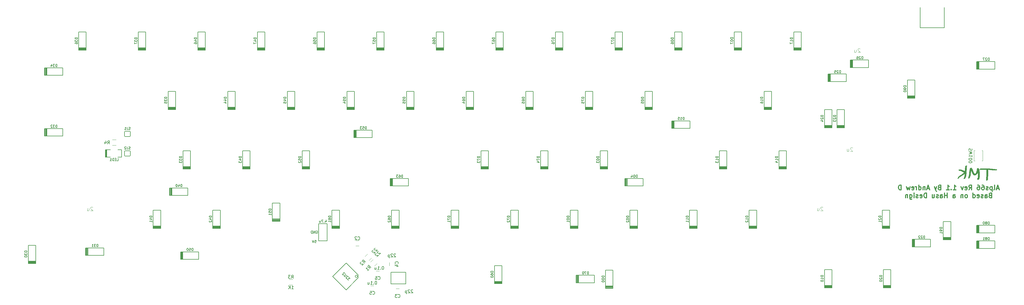
<source format=gbo>
G04 #@! TF.FileFunction,Legend,Bot*
%FSLAX46Y46*%
G04 Gerber Fmt 4.6, Leading zero omitted, Abs format (unit mm)*
G04 Created by KiCad (PCBNEW 4.0.6) date 07/11/19 02:34:24*
%MOMM*%
%LPD*%
G01*
G04 APERTURE LIST*
%ADD10C,0.100000*%
%ADD11C,0.300000*%
%ADD12C,0.200000*%
%ADD13C,0.120000*%
%ADD14C,0.010000*%
%ADD15C,0.150000*%
%ADD16C,0.101600*%
G04 APERTURE END LIST*
D10*
D11*
X340535713Y-85475000D02*
X339821427Y-85475000D01*
X340678570Y-85903571D02*
X340178570Y-84403571D01*
X339678570Y-85903571D01*
X338964284Y-85903571D02*
X339107142Y-85832143D01*
X339178570Y-85689286D01*
X339178570Y-84403571D01*
X338392856Y-84903571D02*
X338392856Y-86403571D01*
X338392856Y-84975000D02*
X338249999Y-84903571D01*
X337964285Y-84903571D01*
X337821428Y-84975000D01*
X337749999Y-85046429D01*
X337678570Y-85189286D01*
X337678570Y-85617857D01*
X337749999Y-85760714D01*
X337821428Y-85832143D01*
X337964285Y-85903571D01*
X338249999Y-85903571D01*
X338392856Y-85832143D01*
X337107142Y-85832143D02*
X336964285Y-85903571D01*
X336678570Y-85903571D01*
X336535713Y-85832143D01*
X336464285Y-85689286D01*
X336464285Y-85617857D01*
X336535713Y-85475000D01*
X336678570Y-85403571D01*
X336892856Y-85403571D01*
X337035713Y-85332143D01*
X337107142Y-85189286D01*
X337107142Y-85117857D01*
X337035713Y-84975000D01*
X336892856Y-84903571D01*
X336678570Y-84903571D01*
X336535713Y-84975000D01*
X335178570Y-84403571D02*
X335464284Y-84403571D01*
X335607141Y-84475000D01*
X335678570Y-84546429D01*
X335821427Y-84760714D01*
X335892856Y-85046429D01*
X335892856Y-85617857D01*
X335821427Y-85760714D01*
X335749999Y-85832143D01*
X335607141Y-85903571D01*
X335321427Y-85903571D01*
X335178570Y-85832143D01*
X335107141Y-85760714D01*
X335035713Y-85617857D01*
X335035713Y-85260714D01*
X335107141Y-85117857D01*
X335178570Y-85046429D01*
X335321427Y-84975000D01*
X335607141Y-84975000D01*
X335749999Y-85046429D01*
X335821427Y-85117857D01*
X335892856Y-85260714D01*
X333749999Y-84403571D02*
X334035713Y-84403571D01*
X334178570Y-84475000D01*
X334249999Y-84546429D01*
X334392856Y-84760714D01*
X334464285Y-85046429D01*
X334464285Y-85617857D01*
X334392856Y-85760714D01*
X334321428Y-85832143D01*
X334178570Y-85903571D01*
X333892856Y-85903571D01*
X333749999Y-85832143D01*
X333678570Y-85760714D01*
X333607142Y-85617857D01*
X333607142Y-85260714D01*
X333678570Y-85117857D01*
X333749999Y-85046429D01*
X333892856Y-84975000D01*
X334178570Y-84975000D01*
X334321428Y-85046429D01*
X334392856Y-85117857D01*
X334464285Y-85260714D01*
X330964285Y-85903571D02*
X331464285Y-85189286D01*
X331821428Y-85903571D02*
X331821428Y-84403571D01*
X331250000Y-84403571D01*
X331107142Y-84475000D01*
X331035714Y-84546429D01*
X330964285Y-84689286D01*
X330964285Y-84903571D01*
X331035714Y-85046429D01*
X331107142Y-85117857D01*
X331250000Y-85189286D01*
X331821428Y-85189286D01*
X329750000Y-85832143D02*
X329892857Y-85903571D01*
X330178571Y-85903571D01*
X330321428Y-85832143D01*
X330392857Y-85689286D01*
X330392857Y-85117857D01*
X330321428Y-84975000D01*
X330178571Y-84903571D01*
X329892857Y-84903571D01*
X329750000Y-84975000D01*
X329678571Y-85117857D01*
X329678571Y-85260714D01*
X330392857Y-85403571D01*
X329178571Y-84903571D02*
X328821428Y-85903571D01*
X328464286Y-84903571D01*
X325964286Y-85903571D02*
X326821429Y-85903571D01*
X326392857Y-85903571D02*
X326392857Y-84403571D01*
X326535714Y-84617857D01*
X326678572Y-84760714D01*
X326821429Y-84832143D01*
X325321429Y-85760714D02*
X325250001Y-85832143D01*
X325321429Y-85903571D01*
X325392858Y-85832143D01*
X325321429Y-85760714D01*
X325321429Y-85903571D01*
X323821429Y-85903571D02*
X324678572Y-85903571D01*
X324250000Y-85903571D02*
X324250000Y-84403571D01*
X324392857Y-84617857D01*
X324535715Y-84760714D01*
X324678572Y-84832143D01*
X321535715Y-85117857D02*
X321321429Y-85189286D01*
X321250001Y-85260714D01*
X321178572Y-85403571D01*
X321178572Y-85617857D01*
X321250001Y-85760714D01*
X321321429Y-85832143D01*
X321464287Y-85903571D01*
X322035715Y-85903571D01*
X322035715Y-84403571D01*
X321535715Y-84403571D01*
X321392858Y-84475000D01*
X321321429Y-84546429D01*
X321250001Y-84689286D01*
X321250001Y-84832143D01*
X321321429Y-84975000D01*
X321392858Y-85046429D01*
X321535715Y-85117857D01*
X322035715Y-85117857D01*
X320678572Y-84903571D02*
X320321429Y-85903571D01*
X319964287Y-84903571D02*
X320321429Y-85903571D01*
X320464287Y-86260714D01*
X320535715Y-86332143D01*
X320678572Y-86403571D01*
X318321430Y-85475000D02*
X317607144Y-85475000D01*
X318464287Y-85903571D02*
X317964287Y-84403571D01*
X317464287Y-85903571D01*
X316964287Y-84903571D02*
X316964287Y-85903571D01*
X316964287Y-85046429D02*
X316892859Y-84975000D01*
X316750001Y-84903571D01*
X316535716Y-84903571D01*
X316392859Y-84975000D01*
X316321430Y-85117857D01*
X316321430Y-85903571D01*
X314964287Y-85903571D02*
X314964287Y-84403571D01*
X314964287Y-85832143D02*
X315107144Y-85903571D01*
X315392858Y-85903571D01*
X315535716Y-85832143D01*
X315607144Y-85760714D01*
X315678573Y-85617857D01*
X315678573Y-85189286D01*
X315607144Y-85046429D01*
X315535716Y-84975000D01*
X315392858Y-84903571D01*
X315107144Y-84903571D01*
X314964287Y-84975000D01*
X314250001Y-85903571D02*
X314250001Y-84903571D01*
X314250001Y-85189286D02*
X314178573Y-85046429D01*
X314107144Y-84975000D01*
X313964287Y-84903571D01*
X313821430Y-84903571D01*
X312750002Y-85832143D02*
X312892859Y-85903571D01*
X313178573Y-85903571D01*
X313321430Y-85832143D01*
X313392859Y-85689286D01*
X313392859Y-85117857D01*
X313321430Y-84975000D01*
X313178573Y-84903571D01*
X312892859Y-84903571D01*
X312750002Y-84975000D01*
X312678573Y-85117857D01*
X312678573Y-85260714D01*
X313392859Y-85403571D01*
X312178573Y-84903571D02*
X311892859Y-85903571D01*
X311607145Y-85189286D01*
X311321430Y-85903571D01*
X311035716Y-84903571D01*
X309321430Y-85903571D02*
X309321430Y-84403571D01*
X308964287Y-84403571D01*
X308750002Y-84475000D01*
X308607144Y-84617857D01*
X308535716Y-84760714D01*
X308464287Y-85046429D01*
X308464287Y-85260714D01*
X308535716Y-85546429D01*
X308607144Y-85689286D01*
X308750002Y-85832143D01*
X308964287Y-85903571D01*
X309321430Y-85903571D01*
X337785715Y-87667857D02*
X337571429Y-87739286D01*
X337500001Y-87810714D01*
X337428572Y-87953571D01*
X337428572Y-88167857D01*
X337500001Y-88310714D01*
X337571429Y-88382143D01*
X337714287Y-88453571D01*
X338285715Y-88453571D01*
X338285715Y-86953571D01*
X337785715Y-86953571D01*
X337642858Y-87025000D01*
X337571429Y-87096429D01*
X337500001Y-87239286D01*
X337500001Y-87382143D01*
X337571429Y-87525000D01*
X337642858Y-87596429D01*
X337785715Y-87667857D01*
X338285715Y-87667857D01*
X336142858Y-88453571D02*
X336142858Y-87667857D01*
X336214287Y-87525000D01*
X336357144Y-87453571D01*
X336642858Y-87453571D01*
X336785715Y-87525000D01*
X336142858Y-88382143D02*
X336285715Y-88453571D01*
X336642858Y-88453571D01*
X336785715Y-88382143D01*
X336857144Y-88239286D01*
X336857144Y-88096429D01*
X336785715Y-87953571D01*
X336642858Y-87882143D01*
X336285715Y-87882143D01*
X336142858Y-87810714D01*
X335500001Y-88382143D02*
X335357144Y-88453571D01*
X335071429Y-88453571D01*
X334928572Y-88382143D01*
X334857144Y-88239286D01*
X334857144Y-88167857D01*
X334928572Y-88025000D01*
X335071429Y-87953571D01*
X335285715Y-87953571D01*
X335428572Y-87882143D01*
X335500001Y-87739286D01*
X335500001Y-87667857D01*
X335428572Y-87525000D01*
X335285715Y-87453571D01*
X335071429Y-87453571D01*
X334928572Y-87525000D01*
X333642858Y-88382143D02*
X333785715Y-88453571D01*
X334071429Y-88453571D01*
X334214286Y-88382143D01*
X334285715Y-88239286D01*
X334285715Y-87667857D01*
X334214286Y-87525000D01*
X334071429Y-87453571D01*
X333785715Y-87453571D01*
X333642858Y-87525000D01*
X333571429Y-87667857D01*
X333571429Y-87810714D01*
X334285715Y-87953571D01*
X332285715Y-88453571D02*
X332285715Y-86953571D01*
X332285715Y-88382143D02*
X332428572Y-88453571D01*
X332714286Y-88453571D01*
X332857144Y-88382143D01*
X332928572Y-88310714D01*
X333000001Y-88167857D01*
X333000001Y-87739286D01*
X332928572Y-87596429D01*
X332857144Y-87525000D01*
X332714286Y-87453571D01*
X332428572Y-87453571D01*
X332285715Y-87525000D01*
X330214286Y-88453571D02*
X330357144Y-88382143D01*
X330428572Y-88310714D01*
X330500001Y-88167857D01*
X330500001Y-87739286D01*
X330428572Y-87596429D01*
X330357144Y-87525000D01*
X330214286Y-87453571D01*
X330000001Y-87453571D01*
X329857144Y-87525000D01*
X329785715Y-87596429D01*
X329714286Y-87739286D01*
X329714286Y-88167857D01*
X329785715Y-88310714D01*
X329857144Y-88382143D01*
X330000001Y-88453571D01*
X330214286Y-88453571D01*
X329071429Y-87453571D02*
X329071429Y-88453571D01*
X329071429Y-87596429D02*
X329000001Y-87525000D01*
X328857143Y-87453571D01*
X328642858Y-87453571D01*
X328500001Y-87525000D01*
X328428572Y-87667857D01*
X328428572Y-88453571D01*
X325928572Y-88453571D02*
X325928572Y-87667857D01*
X326000001Y-87525000D01*
X326142858Y-87453571D01*
X326428572Y-87453571D01*
X326571429Y-87525000D01*
X325928572Y-88382143D02*
X326071429Y-88453571D01*
X326428572Y-88453571D01*
X326571429Y-88382143D01*
X326642858Y-88239286D01*
X326642858Y-88096429D01*
X326571429Y-87953571D01*
X326428572Y-87882143D01*
X326071429Y-87882143D01*
X325928572Y-87810714D01*
X324071429Y-88453571D02*
X324071429Y-86953571D01*
X324071429Y-87667857D02*
X323214286Y-87667857D01*
X323214286Y-88453571D02*
X323214286Y-86953571D01*
X321857143Y-88453571D02*
X321857143Y-87667857D01*
X321928572Y-87525000D01*
X322071429Y-87453571D01*
X322357143Y-87453571D01*
X322500000Y-87525000D01*
X321857143Y-88382143D02*
X322000000Y-88453571D01*
X322357143Y-88453571D01*
X322500000Y-88382143D01*
X322571429Y-88239286D01*
X322571429Y-88096429D01*
X322500000Y-87953571D01*
X322357143Y-87882143D01*
X322000000Y-87882143D01*
X321857143Y-87810714D01*
X321214286Y-88382143D02*
X321071429Y-88453571D01*
X320785714Y-88453571D01*
X320642857Y-88382143D01*
X320571429Y-88239286D01*
X320571429Y-88167857D01*
X320642857Y-88025000D01*
X320785714Y-87953571D01*
X321000000Y-87953571D01*
X321142857Y-87882143D01*
X321214286Y-87739286D01*
X321214286Y-87667857D01*
X321142857Y-87525000D01*
X321000000Y-87453571D01*
X320785714Y-87453571D01*
X320642857Y-87525000D01*
X319285714Y-87453571D02*
X319285714Y-88453571D01*
X319928571Y-87453571D02*
X319928571Y-88239286D01*
X319857143Y-88382143D01*
X319714285Y-88453571D01*
X319500000Y-88453571D01*
X319357143Y-88382143D01*
X319285714Y-88310714D01*
X317428571Y-88453571D02*
X317428571Y-86953571D01*
X317071428Y-86953571D01*
X316857143Y-87025000D01*
X316714285Y-87167857D01*
X316642857Y-87310714D01*
X316571428Y-87596429D01*
X316571428Y-87810714D01*
X316642857Y-88096429D01*
X316714285Y-88239286D01*
X316857143Y-88382143D01*
X317071428Y-88453571D01*
X317428571Y-88453571D01*
X315357143Y-88382143D02*
X315500000Y-88453571D01*
X315785714Y-88453571D01*
X315928571Y-88382143D01*
X316000000Y-88239286D01*
X316000000Y-87667857D01*
X315928571Y-87525000D01*
X315785714Y-87453571D01*
X315500000Y-87453571D01*
X315357143Y-87525000D01*
X315285714Y-87667857D01*
X315285714Y-87810714D01*
X316000000Y-87953571D01*
X314714286Y-88382143D02*
X314571429Y-88453571D01*
X314285714Y-88453571D01*
X314142857Y-88382143D01*
X314071429Y-88239286D01*
X314071429Y-88167857D01*
X314142857Y-88025000D01*
X314285714Y-87953571D01*
X314500000Y-87953571D01*
X314642857Y-87882143D01*
X314714286Y-87739286D01*
X314714286Y-87667857D01*
X314642857Y-87525000D01*
X314500000Y-87453571D01*
X314285714Y-87453571D01*
X314142857Y-87525000D01*
X313428571Y-88453571D02*
X313428571Y-87453571D01*
X313428571Y-86953571D02*
X313500000Y-87025000D01*
X313428571Y-87096429D01*
X313357143Y-87025000D01*
X313428571Y-86953571D01*
X313428571Y-87096429D01*
X312071428Y-87453571D02*
X312071428Y-88667857D01*
X312142857Y-88810714D01*
X312214285Y-88882143D01*
X312357142Y-88953571D01*
X312571428Y-88953571D01*
X312714285Y-88882143D01*
X312071428Y-88382143D02*
X312214285Y-88453571D01*
X312499999Y-88453571D01*
X312642857Y-88382143D01*
X312714285Y-88310714D01*
X312785714Y-88167857D01*
X312785714Y-87739286D01*
X312714285Y-87596429D01*
X312642857Y-87525000D01*
X312499999Y-87453571D01*
X312214285Y-87453571D01*
X312071428Y-87525000D01*
X311357142Y-87453571D02*
X311357142Y-88453571D01*
X311357142Y-87596429D02*
X311285714Y-87525000D01*
X311142856Y-87453571D01*
X310928571Y-87453571D01*
X310785714Y-87525000D01*
X310714285Y-87667857D01*
X310714285Y-88453571D01*
D12*
X61050000Y-73650000D02*
X61050000Y-74800000D01*
X62700000Y-73400000D02*
X61300000Y-73400000D01*
X62950000Y-74850000D02*
X62950000Y-73650000D01*
X62650000Y-75100000D02*
X61350000Y-75100000D01*
X62950000Y-74850000D02*
G75*
G02X62700000Y-75100000I-250000J0D01*
G01*
X62700000Y-73400000D02*
G75*
G02X62950000Y-73650000I0J-250000D01*
G01*
X61050000Y-73650000D02*
G75*
G02X61300000Y-73400000I250000J0D01*
G01*
X61300000Y-75100000D02*
G75*
G02X61050000Y-74850000I0J250000D01*
G01*
X61050000Y-67400000D02*
X61050000Y-68550000D01*
X62700000Y-67150000D02*
X61300000Y-67150000D01*
X62950000Y-68600000D02*
X62950000Y-67400000D01*
X62650000Y-68850000D02*
X61350000Y-68850000D01*
X62950000Y-68600000D02*
G75*
G02X62700000Y-68850000I-250000J0D01*
G01*
X62700000Y-67150000D02*
G75*
G02X62950000Y-67400000I0J-250000D01*
G01*
X61050000Y-67400000D02*
G75*
G02X61300000Y-67150000I250000J0D01*
G01*
X61300000Y-68850000D02*
G75*
G02X61050000Y-68600000I0J250000D01*
G01*
X55250000Y-75450000D02*
X55250000Y-73050000D01*
X55150000Y-73050000D02*
X55150000Y-75450000D01*
X55050000Y-75450000D02*
X55050000Y-73050000D01*
X56550000Y-75450000D02*
X54950000Y-75450000D01*
X60150000Y-75450000D02*
X60150000Y-73050000D01*
X54950000Y-73050000D02*
X56550000Y-73050000D01*
X54950000Y-75450000D02*
X54950000Y-73050000D01*
X58950000Y-75450000D02*
X60150000Y-75450000D01*
X55350000Y-75450000D02*
X55350000Y-73050000D01*
X60150000Y-73050000D02*
X58950000Y-73050000D01*
X135547200Y-113652145D02*
G75*
G03X135547200Y-113652145I-371653J0D01*
G01*
X131887500Y-109374149D02*
X127591826Y-113669822D01*
X127591826Y-113669822D02*
X131922855Y-118000851D01*
X131922855Y-118000851D02*
X135776587Y-114147119D01*
X135776587Y-114147119D02*
X135776587Y-113227881D01*
X135776587Y-113227881D02*
X131905178Y-109356471D01*
X125850000Y-102250000D02*
X125850000Y-96750000D01*
X123125000Y-96750000D02*
X123125000Y-102250000D01*
X123125000Y-96750000D02*
X125825000Y-96750000D01*
X125850000Y-102250000D02*
X123125000Y-102250000D01*
X146243750Y-112362500D02*
X146243750Y-116112500D01*
X146243750Y-116112500D02*
X150993750Y-116112500D01*
X150993750Y-116112500D02*
X150993750Y-112362500D01*
X150993750Y-112362500D02*
X146243750Y-112362500D01*
D13*
X135000000Y-102150000D02*
X136000000Y-102150000D01*
X136000000Y-103850000D02*
X135000000Y-103850000D01*
X148868750Y-119337500D02*
X147868750Y-119337500D01*
X147868750Y-117637500D02*
X148868750Y-117637500D01*
X147468750Y-109237500D02*
X147468750Y-110237500D01*
X145768750Y-110237500D02*
X145768750Y-109237500D01*
X140750000Y-118350000D02*
X139750000Y-118350000D01*
X139750000Y-116650000D02*
X140750000Y-116650000D01*
X142500000Y-113600000D02*
X141500000Y-113600000D01*
X141500000Y-111900000D02*
X142500000Y-111900000D01*
X140947990Y-110296518D02*
X141796518Y-109447990D01*
X140552010Y-108203482D02*
X139703482Y-109052010D01*
X139197990Y-108546518D02*
X140046518Y-107697990D01*
X138802010Y-106453482D02*
X137953482Y-107302010D01*
X113650000Y-116380000D02*
X114850000Y-116380000D01*
X114850000Y-114620000D02*
X113650000Y-114620000D01*
X58350000Y-69870000D02*
X57150000Y-69870000D01*
X57150000Y-71630000D02*
X58350000Y-71630000D01*
D12*
X323100000Y-33937500D02*
X323100000Y-27437500D01*
X315400000Y-33937500D02*
X315400000Y-27437500D01*
X315400000Y-33937500D02*
X323100000Y-33937500D01*
D13*
X335100000Y-73350000D02*
X335400000Y-73350000D01*
X335400000Y-73350000D02*
X335400000Y-76650000D01*
X335400000Y-76650000D02*
X335100000Y-76650000D01*
X332900000Y-73350000D02*
X332600000Y-73350000D01*
X332600000Y-73350000D02*
X332600000Y-76650000D01*
X332600000Y-76650000D02*
X332900000Y-76650000D01*
D14*
G36*
X336159352Y-79039657D02*
X335882834Y-79043502D01*
X335610477Y-79049380D01*
X335354720Y-79057116D01*
X335128005Y-79066535D01*
X334942774Y-79077461D01*
X334811468Y-79089720D01*
X334806314Y-79090395D01*
X334651621Y-79114475D01*
X334553380Y-79141427D01*
X334497627Y-79178535D01*
X334470398Y-79233083D01*
X334463078Y-79269420D01*
X334457642Y-79317959D01*
X334462546Y-79356291D01*
X334484896Y-79385400D01*
X334531800Y-79406270D01*
X334610363Y-79419888D01*
X334727694Y-79427236D01*
X334890899Y-79429301D01*
X335107084Y-79427066D01*
X335383358Y-79421516D01*
X335535785Y-79418047D01*
X335846753Y-79411614D01*
X336093220Y-79408310D01*
X336281180Y-79408247D01*
X336416622Y-79411536D01*
X336505539Y-79418291D01*
X336553922Y-79428621D01*
X336566450Y-79437270D01*
X336573475Y-79483570D01*
X336578553Y-79588702D01*
X336581764Y-79740968D01*
X336583187Y-79928675D01*
X336582902Y-80140126D01*
X336580991Y-80363625D01*
X336577532Y-80587478D01*
X336572605Y-80799989D01*
X336566292Y-80989462D01*
X336558672Y-81144202D01*
X336554343Y-81205555D01*
X336546260Y-81322948D01*
X336536615Y-81491732D01*
X336526407Y-81692791D01*
X336516638Y-81907006D01*
X336512785Y-81999305D01*
X336503116Y-82197599D01*
X336491356Y-82375897D01*
X336478671Y-82520065D01*
X336466227Y-82615968D01*
X336459636Y-82643757D01*
X336451239Y-82722311D01*
X336499244Y-82793688D01*
X336604481Y-82853920D01*
X336731268Y-82848105D01*
X336818167Y-82811699D01*
X336901863Y-82741383D01*
X336950961Y-82669237D01*
X336964934Y-82604453D01*
X336979374Y-82472312D01*
X336994127Y-82276009D01*
X337009039Y-82018740D01*
X337023955Y-81703700D01*
X337038721Y-81334085D01*
X337053183Y-80913091D01*
X337067186Y-80443912D01*
X337077699Y-80046233D01*
X337084284Y-79850654D01*
X337093218Y-79679800D01*
X337103594Y-79546147D01*
X337114509Y-79462166D01*
X337121711Y-79439859D01*
X337166381Y-79432379D01*
X337266263Y-79433491D01*
X337406615Y-79442565D01*
X337572698Y-79458973D01*
X337574583Y-79459189D01*
X338036968Y-79510866D01*
X338434360Y-79552402D01*
X338771552Y-79584067D01*
X339053333Y-79606135D01*
X339284495Y-79618876D01*
X339469828Y-79622562D01*
X339614123Y-79617466D01*
X339722172Y-79603859D01*
X339791295Y-79584978D01*
X339851565Y-79536808D01*
X339892604Y-79460868D01*
X339905101Y-79383842D01*
X339879743Y-79332413D01*
X339879482Y-79332251D01*
X339832530Y-79322097D01*
X339730101Y-79310183D01*
X339587198Y-79297979D01*
X339418825Y-79286955D01*
X339415275Y-79286755D01*
X339220873Y-79274165D01*
X339026604Y-79258703D01*
X338857521Y-79242513D01*
X338756389Y-79230361D01*
X338639264Y-79215441D01*
X338470899Y-79196068D01*
X338270309Y-79174335D01*
X338056506Y-79152331D01*
X337962639Y-79143053D01*
X337749062Y-79121684D01*
X337540286Y-79099810D01*
X337355323Y-79079490D01*
X337213182Y-79062784D01*
X337168889Y-79057080D01*
X337058193Y-79048124D01*
X336889449Y-79042080D01*
X336675101Y-79038771D01*
X336427588Y-79038022D01*
X336159352Y-79039657D01*
X336159352Y-79039657D01*
G37*
X336159352Y-79039657D02*
X335882834Y-79043502D01*
X335610477Y-79049380D01*
X335354720Y-79057116D01*
X335128005Y-79066535D01*
X334942774Y-79077461D01*
X334811468Y-79089720D01*
X334806314Y-79090395D01*
X334651621Y-79114475D01*
X334553380Y-79141427D01*
X334497627Y-79178535D01*
X334470398Y-79233083D01*
X334463078Y-79269420D01*
X334457642Y-79317959D01*
X334462546Y-79356291D01*
X334484896Y-79385400D01*
X334531800Y-79406270D01*
X334610363Y-79419888D01*
X334727694Y-79427236D01*
X334890899Y-79429301D01*
X335107084Y-79427066D01*
X335383358Y-79421516D01*
X335535785Y-79418047D01*
X335846753Y-79411614D01*
X336093220Y-79408310D01*
X336281180Y-79408247D01*
X336416622Y-79411536D01*
X336505539Y-79418291D01*
X336553922Y-79428621D01*
X336566450Y-79437270D01*
X336573475Y-79483570D01*
X336578553Y-79588702D01*
X336581764Y-79740968D01*
X336583187Y-79928675D01*
X336582902Y-80140126D01*
X336580991Y-80363625D01*
X336577532Y-80587478D01*
X336572605Y-80799989D01*
X336566292Y-80989462D01*
X336558672Y-81144202D01*
X336554343Y-81205555D01*
X336546260Y-81322948D01*
X336536615Y-81491732D01*
X336526407Y-81692791D01*
X336516638Y-81907006D01*
X336512785Y-81999305D01*
X336503116Y-82197599D01*
X336491356Y-82375897D01*
X336478671Y-82520065D01*
X336466227Y-82615968D01*
X336459636Y-82643757D01*
X336451239Y-82722311D01*
X336499244Y-82793688D01*
X336604481Y-82853920D01*
X336731268Y-82848105D01*
X336818167Y-82811699D01*
X336901863Y-82741383D01*
X336950961Y-82669237D01*
X336964934Y-82604453D01*
X336979374Y-82472312D01*
X336994127Y-82276009D01*
X337009039Y-82018740D01*
X337023955Y-81703700D01*
X337038721Y-81334085D01*
X337053183Y-80913091D01*
X337067186Y-80443912D01*
X337077699Y-80046233D01*
X337084284Y-79850654D01*
X337093218Y-79679800D01*
X337103594Y-79546147D01*
X337114509Y-79462166D01*
X337121711Y-79439859D01*
X337166381Y-79432379D01*
X337266263Y-79433491D01*
X337406615Y-79442565D01*
X337572698Y-79458973D01*
X337574583Y-79459189D01*
X338036968Y-79510866D01*
X338434360Y-79552402D01*
X338771552Y-79584067D01*
X339053333Y-79606135D01*
X339284495Y-79618876D01*
X339469828Y-79622562D01*
X339614123Y-79617466D01*
X339722172Y-79603859D01*
X339791295Y-79584978D01*
X339851565Y-79536808D01*
X339892604Y-79460868D01*
X339905101Y-79383842D01*
X339879743Y-79332413D01*
X339879482Y-79332251D01*
X339832530Y-79322097D01*
X339730101Y-79310183D01*
X339587198Y-79297979D01*
X339418825Y-79286955D01*
X339415275Y-79286755D01*
X339220873Y-79274165D01*
X339026604Y-79258703D01*
X338857521Y-79242513D01*
X338756389Y-79230361D01*
X338639264Y-79215441D01*
X338470899Y-79196068D01*
X338270309Y-79174335D01*
X338056506Y-79152331D01*
X337962639Y-79143053D01*
X337749062Y-79121684D01*
X337540286Y-79099810D01*
X337355323Y-79079490D01*
X337213182Y-79062784D01*
X337168889Y-79057080D01*
X337058193Y-79048124D01*
X336889449Y-79042080D01*
X336675101Y-79038771D01*
X336427588Y-79038022D01*
X336159352Y-79039657D01*
G36*
X331650260Y-78851440D02*
X331582487Y-78860658D01*
X331466779Y-78886676D01*
X331394155Y-78931194D01*
X331346036Y-78994858D01*
X331294176Y-79111927D01*
X331242530Y-79286518D01*
X331193781Y-79505637D01*
X331150617Y-79756294D01*
X331115721Y-80025498D01*
X331100540Y-80182500D01*
X331083332Y-80375566D01*
X331064774Y-80565315D01*
X331047226Y-80728563D01*
X331034357Y-80832870D01*
X331021419Y-80957752D01*
X331018270Y-81062108D01*
X331022991Y-81109884D01*
X331022676Y-81175785D01*
X331006644Y-81200347D01*
X330983685Y-81243147D01*
X330950566Y-81338777D01*
X330911289Y-81471400D01*
X330869858Y-81625181D01*
X330830273Y-81784285D01*
X330796540Y-81932876D01*
X330772659Y-82055119D01*
X330762635Y-82135178D01*
X330764972Y-82156437D01*
X330824658Y-82189544D01*
X330929158Y-82182200D01*
X331041962Y-82145294D01*
X331140109Y-82068080D01*
X331231806Y-81921965D01*
X331316643Y-81708345D01*
X331394206Y-81428614D01*
X331464083Y-81084169D01*
X331525861Y-80676406D01*
X331559834Y-80393146D01*
X331582307Y-80186124D01*
X331601862Y-80002407D01*
X331617268Y-79853873D01*
X331627291Y-79752400D01*
X331630703Y-79710513D01*
X331644741Y-79711098D01*
X331680882Y-79761190D01*
X331731099Y-79846499D01*
X331787364Y-79952735D01*
X331841651Y-80065606D01*
X331878485Y-80151640D01*
X332000248Y-80444928D01*
X332109775Y-80677406D01*
X332212055Y-80856686D01*
X332312079Y-80990379D01*
X332414836Y-81086094D01*
X332525317Y-81151444D01*
X332537548Y-81156845D01*
X332730788Y-81203110D01*
X332933859Y-81185432D01*
X333138989Y-81108193D01*
X333338408Y-80975777D01*
X333524344Y-80792564D01*
X333689026Y-80562938D01*
X333735429Y-80481371D01*
X333845202Y-80276796D01*
X333870843Y-80652981D01*
X333880002Y-80886193D01*
X333879347Y-81148595D01*
X333869814Y-81417246D01*
X333852343Y-81669204D01*
X333827872Y-81881527D01*
X333818195Y-81940221D01*
X333770623Y-82079404D01*
X333694361Y-82192985D01*
X333633587Y-82264515D01*
X333616825Y-82323859D01*
X333635704Y-82406098D01*
X333640211Y-82419909D01*
X333706331Y-82544730D01*
X333801068Y-82605063D01*
X333924509Y-82600949D01*
X333977558Y-82583068D01*
X334075833Y-82508959D01*
X334165798Y-82376457D01*
X334242839Y-82197631D01*
X334302342Y-81984545D01*
X334339693Y-81749267D01*
X334349257Y-81611106D01*
X334358163Y-81241316D01*
X334358439Y-80881013D01*
X334350701Y-80537093D01*
X334335564Y-80216451D01*
X334313644Y-79925984D01*
X334285556Y-79672586D01*
X334251916Y-79463153D01*
X334213339Y-79304580D01*
X334170441Y-79203764D01*
X334131240Y-79168683D01*
X334076323Y-79125103D01*
X334049121Y-79067916D01*
X334001052Y-79001999D01*
X333898314Y-78974648D01*
X333738878Y-78985528D01*
X333651476Y-79002072D01*
X333620806Y-79009274D01*
X333597986Y-79022528D01*
X333580202Y-79052355D01*
X333564643Y-79109278D01*
X333548498Y-79203816D01*
X333528954Y-79346491D01*
X333503200Y-79547825D01*
X333500996Y-79565139D01*
X333442376Y-79902158D01*
X333359070Y-80197099D01*
X333253974Y-80443423D01*
X333129982Y-80634593D01*
X332989988Y-80764073D01*
X332962836Y-80780591D01*
X332891108Y-80812954D01*
X332835567Y-80804090D01*
X332775892Y-80763859D01*
X332724058Y-80716621D01*
X332670931Y-80648910D01*
X332611612Y-80551890D01*
X332541200Y-80416725D01*
X332454795Y-80234581D01*
X332347497Y-79996623D01*
X332336057Y-79970833D01*
X332253519Y-79784537D01*
X332168481Y-79592553D01*
X332091959Y-79419757D01*
X332043215Y-79309651D01*
X331976218Y-79170039D01*
X331905622Y-79041511D01*
X331845803Y-78950080D01*
X331841501Y-78944637D01*
X331782841Y-78879373D01*
X331728617Y-78851395D01*
X331650260Y-78851440D01*
X331650260Y-78851440D01*
G37*
X331650260Y-78851440D02*
X331582487Y-78860658D01*
X331466779Y-78886676D01*
X331394155Y-78931194D01*
X331346036Y-78994858D01*
X331294176Y-79111927D01*
X331242530Y-79286518D01*
X331193781Y-79505637D01*
X331150617Y-79756294D01*
X331115721Y-80025498D01*
X331100540Y-80182500D01*
X331083332Y-80375566D01*
X331064774Y-80565315D01*
X331047226Y-80728563D01*
X331034357Y-80832870D01*
X331021419Y-80957752D01*
X331018270Y-81062108D01*
X331022991Y-81109884D01*
X331022676Y-81175785D01*
X331006644Y-81200347D01*
X330983685Y-81243147D01*
X330950566Y-81338777D01*
X330911289Y-81471400D01*
X330869858Y-81625181D01*
X330830273Y-81784285D01*
X330796540Y-81932876D01*
X330772659Y-82055119D01*
X330762635Y-82135178D01*
X330764972Y-82156437D01*
X330824658Y-82189544D01*
X330929158Y-82182200D01*
X331041962Y-82145294D01*
X331140109Y-82068080D01*
X331231806Y-81921965D01*
X331316643Y-81708345D01*
X331394206Y-81428614D01*
X331464083Y-81084169D01*
X331525861Y-80676406D01*
X331559834Y-80393146D01*
X331582307Y-80186124D01*
X331601862Y-80002407D01*
X331617268Y-79853873D01*
X331627291Y-79752400D01*
X331630703Y-79710513D01*
X331644741Y-79711098D01*
X331680882Y-79761190D01*
X331731099Y-79846499D01*
X331787364Y-79952735D01*
X331841651Y-80065606D01*
X331878485Y-80151640D01*
X332000248Y-80444928D01*
X332109775Y-80677406D01*
X332212055Y-80856686D01*
X332312079Y-80990379D01*
X332414836Y-81086094D01*
X332525317Y-81151444D01*
X332537548Y-81156845D01*
X332730788Y-81203110D01*
X332933859Y-81185432D01*
X333138989Y-81108193D01*
X333338408Y-80975777D01*
X333524344Y-80792564D01*
X333689026Y-80562938D01*
X333735429Y-80481371D01*
X333845202Y-80276796D01*
X333870843Y-80652981D01*
X333880002Y-80886193D01*
X333879347Y-81148595D01*
X333869814Y-81417246D01*
X333852343Y-81669204D01*
X333827872Y-81881527D01*
X333818195Y-81940221D01*
X333770623Y-82079404D01*
X333694361Y-82192985D01*
X333633587Y-82264515D01*
X333616825Y-82323859D01*
X333635704Y-82406098D01*
X333640211Y-82419909D01*
X333706331Y-82544730D01*
X333801068Y-82605063D01*
X333924509Y-82600949D01*
X333977558Y-82583068D01*
X334075833Y-82508959D01*
X334165798Y-82376457D01*
X334242839Y-82197631D01*
X334302342Y-81984545D01*
X334339693Y-81749267D01*
X334349257Y-81611106D01*
X334358163Y-81241316D01*
X334358439Y-80881013D01*
X334350701Y-80537093D01*
X334335564Y-80216451D01*
X334313644Y-79925984D01*
X334285556Y-79672586D01*
X334251916Y-79463153D01*
X334213339Y-79304580D01*
X334170441Y-79203764D01*
X334131240Y-79168683D01*
X334076323Y-79125103D01*
X334049121Y-79067916D01*
X334001052Y-79001999D01*
X333898314Y-78974648D01*
X333738878Y-78985528D01*
X333651476Y-79002072D01*
X333620806Y-79009274D01*
X333597986Y-79022528D01*
X333580202Y-79052355D01*
X333564643Y-79109278D01*
X333548498Y-79203816D01*
X333528954Y-79346491D01*
X333503200Y-79547825D01*
X333500996Y-79565139D01*
X333442376Y-79902158D01*
X333359070Y-80197099D01*
X333253974Y-80443423D01*
X333129982Y-80634593D01*
X332989988Y-80764073D01*
X332962836Y-80780591D01*
X332891108Y-80812954D01*
X332835567Y-80804090D01*
X332775892Y-80763859D01*
X332724058Y-80716621D01*
X332670931Y-80648910D01*
X332611612Y-80551890D01*
X332541200Y-80416725D01*
X332454795Y-80234581D01*
X332347497Y-79996623D01*
X332336057Y-79970833D01*
X332253519Y-79784537D01*
X332168481Y-79592553D01*
X332091959Y-79419757D01*
X332043215Y-79309651D01*
X331976218Y-79170039D01*
X331905622Y-79041511D01*
X331845803Y-78950080D01*
X331841501Y-78944637D01*
X331782841Y-78879373D01*
X331728617Y-78851395D01*
X331650260Y-78851440D01*
G36*
X330002927Y-78189396D02*
X329870804Y-78238004D01*
X329839795Y-78258896D01*
X329818889Y-78308130D01*
X329796283Y-78417980D01*
X329773131Y-78578565D01*
X329750586Y-78780003D01*
X329729804Y-79012412D01*
X329711937Y-79265911D01*
X329702621Y-79433538D01*
X329694129Y-79629134D01*
X329684929Y-79762509D01*
X329665276Y-79841415D01*
X329625423Y-79873605D01*
X329555625Y-79866831D01*
X329446136Y-79828846D01*
X329287210Y-79767404D01*
X329284306Y-79766307D01*
X329163119Y-79720915D01*
X329069750Y-79686527D01*
X329021913Y-79669654D01*
X329019722Y-79669027D01*
X328958213Y-79646957D01*
X328836919Y-79596091D01*
X328676531Y-79525556D01*
X328554882Y-79474694D01*
X328443767Y-79433799D01*
X328394309Y-79418828D01*
X328304795Y-79404011D01*
X328188660Y-79394565D01*
X328065820Y-79390717D01*
X327956188Y-79392693D01*
X327879678Y-79400719D01*
X327855556Y-79412711D01*
X327829842Y-79427942D01*
X327811458Y-79423914D01*
X327750616Y-79430762D01*
X327704842Y-79455941D01*
X327664156Y-79519796D01*
X327677333Y-79592629D01*
X327731519Y-79660449D01*
X327813865Y-79709266D01*
X327911520Y-79725090D01*
X327947501Y-79720117D01*
X328007322Y-79719422D01*
X328100562Y-79730381D01*
X328203592Y-79748581D01*
X328292788Y-79769612D01*
X328344522Y-79789062D01*
X328349445Y-79795165D01*
X328379472Y-79822165D01*
X328445917Y-79846286D01*
X328514405Y-79870711D01*
X328630096Y-79919460D01*
X328776975Y-79985526D01*
X328939029Y-80061901D01*
X328943105Y-80063867D01*
X329108749Y-80144702D01*
X329220221Y-80202927D01*
X329287257Y-80245827D01*
X329319593Y-80280687D01*
X329326967Y-80314794D01*
X329321323Y-80346878D01*
X329269841Y-80465230D01*
X329185009Y-80586046D01*
X329097221Y-80669412D01*
X329030530Y-80715915D01*
X328939066Y-80780397D01*
X328913889Y-80798247D01*
X328810958Y-80867634D01*
X328683266Y-80948854D01*
X328610155Y-80993391D01*
X328500061Y-81064369D01*
X328407602Y-81133231D01*
X328367368Y-81169963D01*
X328297413Y-81227463D01*
X328194990Y-81290804D01*
X328151578Y-81313247D01*
X328037227Y-81381964D01*
X327936147Y-81464328D01*
X327911573Y-81490526D01*
X327846247Y-81557419D01*
X327794621Y-81592212D01*
X327787278Y-81593611D01*
X327751059Y-81612897D01*
X327749621Y-81620069D01*
X327723022Y-81655206D01*
X327657724Y-81707429D01*
X327643582Y-81717083D01*
X327537917Y-81818512D01*
X327495421Y-81935914D01*
X327497031Y-81983383D01*
X327478475Y-82042850D01*
X327422839Y-82114817D01*
X327415598Y-82121825D01*
X327342422Y-82208821D01*
X327334998Y-82270848D01*
X327393277Y-82308396D01*
X327396976Y-82309396D01*
X327478107Y-82295959D01*
X327533403Y-82244151D01*
X327585780Y-82192070D01*
X327621028Y-82182272D01*
X327621567Y-82182770D01*
X327641793Y-82176113D01*
X327645004Y-82155115D01*
X327675438Y-82080853D01*
X327753052Y-81992441D01*
X327861442Y-81906315D01*
X327939803Y-81859768D01*
X328044240Y-81792885D01*
X328131583Y-81715731D01*
X328144112Y-81701018D01*
X328195162Y-81644808D01*
X328225247Y-81627750D01*
X328226434Y-81628889D01*
X328260811Y-81623376D01*
X328334131Y-81587723D01*
X328427951Y-81532838D01*
X328523828Y-81469631D01*
X328603321Y-81409012D01*
X328614062Y-81399583D01*
X328692188Y-81341425D01*
X328801347Y-81274348D01*
X328856579Y-81244402D01*
X328965627Y-81184086D01*
X329057248Y-81126260D01*
X329087963Y-81103291D01*
X329196988Y-81011980D01*
X329264834Y-80957598D01*
X329303735Y-80930976D01*
X329325925Y-80922944D01*
X329328806Y-80922769D01*
X329368832Y-80900998D01*
X329439461Y-80846721D01*
X329474295Y-80816936D01*
X329552667Y-80753352D01*
X329610881Y-80715897D01*
X329624225Y-80711666D01*
X329649732Y-80743393D01*
X329657108Y-80830544D01*
X329648863Y-80961072D01*
X329627505Y-81122932D01*
X329595543Y-81304077D01*
X329555484Y-81492462D01*
X329509838Y-81676040D01*
X329461112Y-81842765D01*
X329411815Y-81980592D01*
X329364455Y-82077474D01*
X329331801Y-82115958D01*
X329279472Y-82186390D01*
X329266667Y-82244246D01*
X329282105Y-82305649D01*
X329341257Y-82336015D01*
X329378321Y-82342823D01*
X329470027Y-82341229D01*
X329551984Y-82296890D01*
X329595220Y-82258633D01*
X329666663Y-82195696D01*
X329717296Y-82160647D01*
X329725692Y-82158055D01*
X329755138Y-82127340D01*
X329799196Y-82046514D01*
X329850633Y-81932552D01*
X329902215Y-81802433D01*
X329946710Y-81673132D01*
X329973690Y-81575972D01*
X330004717Y-81443599D01*
X330034873Y-81316839D01*
X330044713Y-81276111D01*
X330079490Y-81098899D01*
X330108201Y-80875325D01*
X330131303Y-80599674D01*
X330149254Y-80266228D01*
X330162511Y-79869272D01*
X330164753Y-79776805D01*
X330176609Y-79402126D01*
X330194444Y-79084007D01*
X330219601Y-78808603D01*
X330253421Y-78562072D01*
X330297246Y-78330570D01*
X330311007Y-78268680D01*
X330320646Y-78209946D01*
X330303223Y-78181532D01*
X330242519Y-78172435D01*
X330168044Y-78171666D01*
X330002927Y-78189396D01*
X330002927Y-78189396D01*
G37*
X330002927Y-78189396D02*
X329870804Y-78238004D01*
X329839795Y-78258896D01*
X329818889Y-78308130D01*
X329796283Y-78417980D01*
X329773131Y-78578565D01*
X329750586Y-78780003D01*
X329729804Y-79012412D01*
X329711937Y-79265911D01*
X329702621Y-79433538D01*
X329694129Y-79629134D01*
X329684929Y-79762509D01*
X329665276Y-79841415D01*
X329625423Y-79873605D01*
X329555625Y-79866831D01*
X329446136Y-79828846D01*
X329287210Y-79767404D01*
X329284306Y-79766307D01*
X329163119Y-79720915D01*
X329069750Y-79686527D01*
X329021913Y-79669654D01*
X329019722Y-79669027D01*
X328958213Y-79646957D01*
X328836919Y-79596091D01*
X328676531Y-79525556D01*
X328554882Y-79474694D01*
X328443767Y-79433799D01*
X328394309Y-79418828D01*
X328304795Y-79404011D01*
X328188660Y-79394565D01*
X328065820Y-79390717D01*
X327956188Y-79392693D01*
X327879678Y-79400719D01*
X327855556Y-79412711D01*
X327829842Y-79427942D01*
X327811458Y-79423914D01*
X327750616Y-79430762D01*
X327704842Y-79455941D01*
X327664156Y-79519796D01*
X327677333Y-79592629D01*
X327731519Y-79660449D01*
X327813865Y-79709266D01*
X327911520Y-79725090D01*
X327947501Y-79720117D01*
X328007322Y-79719422D01*
X328100562Y-79730381D01*
X328203592Y-79748581D01*
X328292788Y-79769612D01*
X328344522Y-79789062D01*
X328349445Y-79795165D01*
X328379472Y-79822165D01*
X328445917Y-79846286D01*
X328514405Y-79870711D01*
X328630096Y-79919460D01*
X328776975Y-79985526D01*
X328939029Y-80061901D01*
X328943105Y-80063867D01*
X329108749Y-80144702D01*
X329220221Y-80202927D01*
X329287257Y-80245827D01*
X329319593Y-80280687D01*
X329326967Y-80314794D01*
X329321323Y-80346878D01*
X329269841Y-80465230D01*
X329185009Y-80586046D01*
X329097221Y-80669412D01*
X329030530Y-80715915D01*
X328939066Y-80780397D01*
X328913889Y-80798247D01*
X328810958Y-80867634D01*
X328683266Y-80948854D01*
X328610155Y-80993391D01*
X328500061Y-81064369D01*
X328407602Y-81133231D01*
X328367368Y-81169963D01*
X328297413Y-81227463D01*
X328194990Y-81290804D01*
X328151578Y-81313247D01*
X328037227Y-81381964D01*
X327936147Y-81464328D01*
X327911573Y-81490526D01*
X327846247Y-81557419D01*
X327794621Y-81592212D01*
X327787278Y-81593611D01*
X327751059Y-81612897D01*
X327749621Y-81620069D01*
X327723022Y-81655206D01*
X327657724Y-81707429D01*
X327643582Y-81717083D01*
X327537917Y-81818512D01*
X327495421Y-81935914D01*
X327497031Y-81983383D01*
X327478475Y-82042850D01*
X327422839Y-82114817D01*
X327415598Y-82121825D01*
X327342422Y-82208821D01*
X327334998Y-82270848D01*
X327393277Y-82308396D01*
X327396976Y-82309396D01*
X327478107Y-82295959D01*
X327533403Y-82244151D01*
X327585780Y-82192070D01*
X327621028Y-82182272D01*
X327621567Y-82182770D01*
X327641793Y-82176113D01*
X327645004Y-82155115D01*
X327675438Y-82080853D01*
X327753052Y-81992441D01*
X327861442Y-81906315D01*
X327939803Y-81859768D01*
X328044240Y-81792885D01*
X328131583Y-81715731D01*
X328144112Y-81701018D01*
X328195162Y-81644808D01*
X328225247Y-81627750D01*
X328226434Y-81628889D01*
X328260811Y-81623376D01*
X328334131Y-81587723D01*
X328427951Y-81532838D01*
X328523828Y-81469631D01*
X328603321Y-81409012D01*
X328614062Y-81399583D01*
X328692188Y-81341425D01*
X328801347Y-81274348D01*
X328856579Y-81244402D01*
X328965627Y-81184086D01*
X329057248Y-81126260D01*
X329087963Y-81103291D01*
X329196988Y-81011980D01*
X329264834Y-80957598D01*
X329303735Y-80930976D01*
X329325925Y-80922944D01*
X329328806Y-80922769D01*
X329368832Y-80900998D01*
X329439461Y-80846721D01*
X329474295Y-80816936D01*
X329552667Y-80753352D01*
X329610881Y-80715897D01*
X329624225Y-80711666D01*
X329649732Y-80743393D01*
X329657108Y-80830544D01*
X329648863Y-80961072D01*
X329627505Y-81122932D01*
X329595543Y-81304077D01*
X329555484Y-81492462D01*
X329509838Y-81676040D01*
X329461112Y-81842765D01*
X329411815Y-81980592D01*
X329364455Y-82077474D01*
X329331801Y-82115958D01*
X329279472Y-82186390D01*
X329266667Y-82244246D01*
X329282105Y-82305649D01*
X329341257Y-82336015D01*
X329378321Y-82342823D01*
X329470027Y-82341229D01*
X329551984Y-82296890D01*
X329595220Y-82258633D01*
X329666663Y-82195696D01*
X329717296Y-82160647D01*
X329725692Y-82158055D01*
X329755138Y-82127340D01*
X329799196Y-82046514D01*
X329850633Y-81932552D01*
X329902215Y-81802433D01*
X329946710Y-81673132D01*
X329973690Y-81575972D01*
X330004717Y-81443599D01*
X330034873Y-81316839D01*
X330044713Y-81276111D01*
X330079490Y-81098899D01*
X330108201Y-80875325D01*
X330131303Y-80599674D01*
X330149254Y-80266228D01*
X330162511Y-79869272D01*
X330164753Y-79776805D01*
X330176609Y-79402126D01*
X330194444Y-79084007D01*
X330219601Y-78808603D01*
X330253421Y-78562072D01*
X330297246Y-78330570D01*
X330311007Y-78268680D01*
X330320646Y-78209946D01*
X330303223Y-78181532D01*
X330242519Y-78172435D01*
X330168044Y-78171666D01*
X330002927Y-78189396D01*
D12*
X217200000Y-116775000D02*
X214800000Y-116775000D01*
X217200000Y-116950000D02*
X214800000Y-116950000D01*
X217200000Y-117125000D02*
X214800000Y-117125000D01*
X214800000Y-117525000D02*
X217200000Y-117525000D01*
X217200000Y-117300000D02*
X214800000Y-117300000D01*
X217200000Y-117425000D02*
X214800000Y-117425000D01*
X217200000Y-117500000D02*
X217200000Y-111700000D01*
X217200000Y-111700000D02*
X214800000Y-111700000D01*
X214800000Y-111700000D02*
X214800000Y-117500000D01*
X205987500Y-97525000D02*
X203587500Y-97525000D01*
X205987500Y-97700000D02*
X203587500Y-97700000D01*
X205987500Y-97875000D02*
X203587500Y-97875000D01*
X203587500Y-98275000D02*
X205987500Y-98275000D01*
X205987500Y-98050000D02*
X203587500Y-98050000D01*
X205987500Y-98175000D02*
X203587500Y-98175000D01*
X205987500Y-98250000D02*
X205987500Y-92450000D01*
X205987500Y-92450000D02*
X203587500Y-92450000D01*
X203587500Y-92450000D02*
X203587500Y-98250000D01*
X225037500Y-97525000D02*
X222637500Y-97525000D01*
X225037500Y-97700000D02*
X222637500Y-97700000D01*
X225037500Y-97875000D02*
X222637500Y-97875000D01*
X222637500Y-98275000D02*
X225037500Y-98275000D01*
X225037500Y-98050000D02*
X222637500Y-98050000D01*
X225037500Y-98175000D02*
X222637500Y-98175000D01*
X225037500Y-98250000D02*
X225037500Y-92450000D01*
X225037500Y-92450000D02*
X222637500Y-92450000D01*
X222637500Y-92450000D02*
X222637500Y-98250000D01*
X215512500Y-78475000D02*
X213112500Y-78475000D01*
X215512500Y-78650000D02*
X213112500Y-78650000D01*
X215512500Y-78825000D02*
X213112500Y-78825000D01*
X213112500Y-79225000D02*
X215512500Y-79225000D01*
X215512500Y-79000000D02*
X213112500Y-79000000D01*
X215512500Y-79125000D02*
X213112500Y-79125000D01*
X215512500Y-79200000D02*
X215512500Y-73400000D01*
X215512500Y-73400000D02*
X213112500Y-73400000D01*
X213112500Y-73400000D02*
X213112500Y-79200000D01*
X221725000Y-84700000D02*
X221725000Y-82300000D01*
X221550000Y-84700000D02*
X221550000Y-82300000D01*
X221375000Y-84700000D02*
X221375000Y-82300000D01*
X220975000Y-82300000D02*
X220975000Y-84700000D01*
X221200000Y-84700000D02*
X221200000Y-82300000D01*
X221075000Y-84700000D02*
X221075000Y-82300000D01*
X221000000Y-84700000D02*
X226800000Y-84700000D01*
X226800000Y-84700000D02*
X226800000Y-82300000D01*
X226800000Y-82300000D02*
X221000000Y-82300000D01*
X229800000Y-59425000D02*
X227400000Y-59425000D01*
X229800000Y-59600000D02*
X227400000Y-59600000D01*
X229800000Y-59775000D02*
X227400000Y-59775000D01*
X227400000Y-60175000D02*
X229800000Y-60175000D01*
X229800000Y-59950000D02*
X227400000Y-59950000D01*
X229800000Y-60075000D02*
X227400000Y-60075000D01*
X229800000Y-60150000D02*
X229800000Y-54350000D01*
X229800000Y-54350000D02*
X227400000Y-54350000D01*
X227400000Y-54350000D02*
X227400000Y-60150000D01*
X239325000Y-40375000D02*
X236925000Y-40375000D01*
X239325000Y-40550000D02*
X236925000Y-40550000D01*
X239325000Y-40725000D02*
X236925000Y-40725000D01*
X236925000Y-41125000D02*
X239325000Y-41125000D01*
X239325000Y-40900000D02*
X236925000Y-40900000D01*
X239325000Y-41025000D02*
X236925000Y-41025000D01*
X239325000Y-41100000D02*
X239325000Y-35300000D01*
X239325000Y-35300000D02*
X236925000Y-35300000D01*
X236925000Y-35300000D02*
X236925000Y-41100000D01*
X258362500Y-40362500D02*
X255962500Y-40362500D01*
X258362500Y-40537500D02*
X255962500Y-40537500D01*
X258362500Y-40712500D02*
X255962500Y-40712500D01*
X255962500Y-41112500D02*
X258362500Y-41112500D01*
X258362500Y-40887500D02*
X255962500Y-40887500D01*
X258362500Y-41012500D02*
X255962500Y-41012500D01*
X258362500Y-41087500D02*
X258362500Y-35287500D01*
X258362500Y-35287500D02*
X255962500Y-35287500D01*
X255962500Y-35287500D02*
X255962500Y-41087500D01*
X287200000Y-116575000D02*
X284800000Y-116575000D01*
X287200000Y-116750000D02*
X284800000Y-116750000D01*
X287200000Y-116925000D02*
X284800000Y-116925000D01*
X284800000Y-117325000D02*
X287200000Y-117325000D01*
X287200000Y-117100000D02*
X284800000Y-117100000D01*
X287200000Y-117225000D02*
X284800000Y-117225000D01*
X287200000Y-117300000D02*
X287200000Y-111500000D01*
X287200000Y-111500000D02*
X284800000Y-111500000D01*
X284800000Y-111500000D02*
X284800000Y-117300000D01*
X244087500Y-97525000D02*
X241687500Y-97525000D01*
X244087500Y-97700000D02*
X241687500Y-97700000D01*
X244087500Y-97875000D02*
X241687500Y-97875000D01*
X241687500Y-98275000D02*
X244087500Y-98275000D01*
X244087500Y-98050000D02*
X241687500Y-98050000D01*
X244087500Y-98175000D02*
X241687500Y-98175000D01*
X244087500Y-98250000D02*
X244087500Y-92450000D01*
X244087500Y-92450000D02*
X241687500Y-92450000D01*
X241687500Y-92450000D02*
X241687500Y-98250000D01*
X263137500Y-97525000D02*
X260737500Y-97525000D01*
X263137500Y-97700000D02*
X260737500Y-97700000D01*
X263137500Y-97875000D02*
X260737500Y-97875000D01*
X260737500Y-98275000D02*
X263137500Y-98275000D01*
X263137500Y-98050000D02*
X260737500Y-98050000D01*
X263137500Y-98175000D02*
X260737500Y-98175000D01*
X263137500Y-98250000D02*
X263137500Y-92450000D01*
X263137500Y-92450000D02*
X260737500Y-92450000D01*
X260737500Y-92450000D02*
X260737500Y-98250000D01*
X253612500Y-78475000D02*
X251212500Y-78475000D01*
X253612500Y-78650000D02*
X251212500Y-78650000D01*
X253612500Y-78825000D02*
X251212500Y-78825000D01*
X251212500Y-79225000D02*
X253612500Y-79225000D01*
X253612500Y-79000000D02*
X251212500Y-79000000D01*
X253612500Y-79125000D02*
X251212500Y-79125000D01*
X253612500Y-79200000D02*
X253612500Y-73400000D01*
X253612500Y-73400000D02*
X251212500Y-73400000D01*
X251212500Y-73400000D02*
X251212500Y-79200000D01*
X272662500Y-78475000D02*
X270262500Y-78475000D01*
X272662500Y-78650000D02*
X270262500Y-78650000D01*
X272662500Y-78825000D02*
X270262500Y-78825000D01*
X270262500Y-79225000D02*
X272662500Y-79225000D01*
X272662500Y-79000000D02*
X270262500Y-79000000D01*
X272662500Y-79125000D02*
X270262500Y-79125000D01*
X272662500Y-79200000D02*
X272662500Y-73400000D01*
X272662500Y-73400000D02*
X270262500Y-73400000D01*
X270262500Y-73400000D02*
X270262500Y-79200000D01*
X236725000Y-66200000D02*
X236725000Y-63800000D01*
X236550000Y-66200000D02*
X236550000Y-63800000D01*
X236375000Y-66200000D02*
X236375000Y-63800000D01*
X235975000Y-63800000D02*
X235975000Y-66200000D01*
X236200000Y-66200000D02*
X236200000Y-63800000D01*
X236075000Y-66200000D02*
X236075000Y-63800000D01*
X236000000Y-66200000D02*
X241800000Y-66200000D01*
X241800000Y-66200000D02*
X241800000Y-63800000D01*
X241800000Y-63800000D02*
X236000000Y-63800000D01*
X267900000Y-59425000D02*
X265500000Y-59425000D01*
X267900000Y-59600000D02*
X265500000Y-59600000D01*
X267900000Y-59775000D02*
X265500000Y-59775000D01*
X265500000Y-60175000D02*
X267900000Y-60175000D01*
X267900000Y-59950000D02*
X265500000Y-59950000D01*
X267900000Y-60075000D02*
X265500000Y-60075000D01*
X267900000Y-60150000D02*
X267900000Y-54350000D01*
X267900000Y-54350000D02*
X265500000Y-54350000D01*
X265500000Y-54350000D02*
X265500000Y-60150000D01*
X277425000Y-40375000D02*
X275025000Y-40375000D01*
X277425000Y-40550000D02*
X275025000Y-40550000D01*
X277425000Y-40725000D02*
X275025000Y-40725000D01*
X275025000Y-41125000D02*
X277425000Y-41125000D01*
X277425000Y-40900000D02*
X275025000Y-40900000D01*
X277425000Y-41025000D02*
X275025000Y-41025000D01*
X277425000Y-41100000D02*
X277425000Y-35300000D01*
X277425000Y-35300000D02*
X275025000Y-35300000D01*
X275025000Y-35300000D02*
X275025000Y-41100000D01*
X306000000Y-116575000D02*
X303600000Y-116575000D01*
X306000000Y-116750000D02*
X303600000Y-116750000D01*
X306000000Y-116925000D02*
X303600000Y-116925000D01*
X303600000Y-117325000D02*
X306000000Y-117325000D01*
X306000000Y-117100000D02*
X303600000Y-117100000D01*
X306000000Y-117225000D02*
X303600000Y-117225000D01*
X306000000Y-117300000D02*
X306000000Y-111500000D01*
X306000000Y-111500000D02*
X303600000Y-111500000D01*
X303600000Y-111500000D02*
X303600000Y-117300000D01*
X305700000Y-97525000D02*
X303300000Y-97525000D01*
X305700000Y-97700000D02*
X303300000Y-97700000D01*
X305700000Y-97875000D02*
X303300000Y-97875000D01*
X303300000Y-98275000D02*
X305700000Y-98275000D01*
X305700000Y-98050000D02*
X303300000Y-98050000D01*
X305700000Y-98175000D02*
X303300000Y-98175000D01*
X305700000Y-98250000D02*
X305700000Y-92450000D01*
X305700000Y-92450000D02*
X303300000Y-92450000D01*
X303300000Y-92450000D02*
X303300000Y-98250000D01*
X313625000Y-104200000D02*
X313625000Y-101800000D01*
X313450000Y-104200000D02*
X313450000Y-101800000D01*
X313275000Y-104200000D02*
X313275000Y-101800000D01*
X312875000Y-101800000D02*
X312875000Y-104200000D01*
X313100000Y-104200000D02*
X313100000Y-101800000D01*
X312975000Y-104200000D02*
X312975000Y-101800000D01*
X312900000Y-104200000D02*
X318700000Y-104200000D01*
X318700000Y-104200000D02*
X318700000Y-101800000D01*
X318700000Y-101800000D02*
X312900000Y-101800000D01*
X291200000Y-65275000D02*
X288800000Y-65275000D01*
X291200000Y-65450000D02*
X288800000Y-65450000D01*
X291200000Y-65625000D02*
X288800000Y-65625000D01*
X288800000Y-66025000D02*
X291200000Y-66025000D01*
X291200000Y-65800000D02*
X288800000Y-65800000D01*
X291200000Y-65925000D02*
X288800000Y-65925000D01*
X291200000Y-66000000D02*
X291200000Y-60200000D01*
X291200000Y-60200000D02*
X288800000Y-60200000D01*
X288800000Y-60200000D02*
X288800000Y-66000000D01*
X287200000Y-65275000D02*
X284800000Y-65275000D01*
X287200000Y-65450000D02*
X284800000Y-65450000D01*
X287200000Y-65625000D02*
X284800000Y-65625000D01*
X284800000Y-66025000D02*
X287200000Y-66025000D01*
X287200000Y-65800000D02*
X284800000Y-65800000D01*
X287200000Y-65925000D02*
X284800000Y-65925000D01*
X287200000Y-66000000D02*
X287200000Y-60200000D01*
X287200000Y-60200000D02*
X284800000Y-60200000D01*
X284800000Y-60200000D02*
X284800000Y-66000000D01*
X286725000Y-51200000D02*
X286725000Y-48800000D01*
X286550000Y-51200000D02*
X286550000Y-48800000D01*
X286375000Y-51200000D02*
X286375000Y-48800000D01*
X285975000Y-48800000D02*
X285975000Y-51200000D01*
X286200000Y-51200000D02*
X286200000Y-48800000D01*
X286075000Y-51200000D02*
X286075000Y-48800000D01*
X286000000Y-51200000D02*
X291800000Y-51200000D01*
X291800000Y-51200000D02*
X291800000Y-48800000D01*
X291800000Y-48800000D02*
X286000000Y-48800000D01*
X293825000Y-46700000D02*
X293825000Y-44300000D01*
X293650000Y-46700000D02*
X293650000Y-44300000D01*
X293475000Y-46700000D02*
X293475000Y-44300000D01*
X293075000Y-44300000D02*
X293075000Y-46700000D01*
X293300000Y-46700000D02*
X293300000Y-44300000D01*
X293175000Y-46700000D02*
X293175000Y-44300000D01*
X293100000Y-46700000D02*
X298900000Y-46700000D01*
X298900000Y-46700000D02*
X298900000Y-44300000D01*
X298900000Y-44300000D02*
X293100000Y-44300000D01*
X334225000Y-47200000D02*
X334225000Y-44800000D01*
X334050000Y-47200000D02*
X334050000Y-44800000D01*
X333875000Y-47200000D02*
X333875000Y-44800000D01*
X333475000Y-44800000D02*
X333475000Y-47200000D01*
X333700000Y-47200000D02*
X333700000Y-44800000D01*
X333575000Y-47200000D02*
X333575000Y-44800000D01*
X333500000Y-47200000D02*
X339300000Y-47200000D01*
X339300000Y-47200000D02*
X339300000Y-44800000D01*
X339300000Y-44800000D02*
X333500000Y-44800000D01*
X32700000Y-108775000D02*
X30300000Y-108775000D01*
X32700000Y-108950000D02*
X30300000Y-108950000D01*
X32700000Y-109125000D02*
X30300000Y-109125000D01*
X30300000Y-109525000D02*
X32700000Y-109525000D01*
X32700000Y-109300000D02*
X30300000Y-109300000D01*
X32700000Y-109425000D02*
X30300000Y-109425000D01*
X32700000Y-109500000D02*
X32700000Y-103700000D01*
X32700000Y-103700000D02*
X30300000Y-103700000D01*
X30300000Y-103700000D02*
X30300000Y-109500000D01*
X49343750Y-106937500D02*
X49343750Y-104537500D01*
X49168750Y-106937500D02*
X49168750Y-104537500D01*
X48993750Y-106937500D02*
X48993750Y-104537500D01*
X48593750Y-104537500D02*
X48593750Y-106937500D01*
X48818750Y-106937500D02*
X48818750Y-104537500D01*
X48693750Y-106937500D02*
X48693750Y-104537500D01*
X48618750Y-106937500D02*
X54418750Y-106937500D01*
X54418750Y-106937500D02*
X54418750Y-104537500D01*
X54418750Y-104537500D02*
X48618750Y-104537500D01*
X36225000Y-68700000D02*
X36225000Y-66300000D01*
X36050000Y-68700000D02*
X36050000Y-66300000D01*
X35875000Y-68700000D02*
X35875000Y-66300000D01*
X35475000Y-66300000D02*
X35475000Y-68700000D01*
X35700000Y-68700000D02*
X35700000Y-66300000D01*
X35575000Y-68700000D02*
X35575000Y-66300000D01*
X35500000Y-68700000D02*
X41300000Y-68700000D01*
X41300000Y-68700000D02*
X41300000Y-66300000D01*
X41300000Y-66300000D02*
X35500000Y-66300000D01*
X82162500Y-78475000D02*
X79762500Y-78475000D01*
X82162500Y-78650000D02*
X79762500Y-78650000D01*
X82162500Y-78825000D02*
X79762500Y-78825000D01*
X79762500Y-79225000D02*
X82162500Y-79225000D01*
X82162500Y-79000000D02*
X79762500Y-79000000D01*
X82162500Y-79125000D02*
X79762500Y-79125000D01*
X82162500Y-79200000D02*
X82162500Y-73400000D01*
X82162500Y-73400000D02*
X79762500Y-73400000D01*
X79762500Y-73400000D02*
X79762500Y-79200000D01*
X36225000Y-49200000D02*
X36225000Y-46800000D01*
X36050000Y-49200000D02*
X36050000Y-46800000D01*
X35875000Y-49200000D02*
X35875000Y-46800000D01*
X35475000Y-46800000D02*
X35475000Y-49200000D01*
X35700000Y-49200000D02*
X35700000Y-46800000D01*
X35575000Y-49200000D02*
X35575000Y-46800000D01*
X35500000Y-49200000D02*
X41300000Y-49200000D01*
X41300000Y-49200000D02*
X41300000Y-46800000D01*
X41300000Y-46800000D02*
X35500000Y-46800000D01*
X77400000Y-59425000D02*
X75000000Y-59425000D01*
X77400000Y-59600000D02*
X75000000Y-59600000D01*
X77400000Y-59775000D02*
X75000000Y-59775000D01*
X75000000Y-60175000D02*
X77400000Y-60175000D01*
X77400000Y-59950000D02*
X75000000Y-59950000D01*
X77400000Y-60075000D02*
X75000000Y-60075000D01*
X77400000Y-60150000D02*
X77400000Y-54350000D01*
X77400000Y-54350000D02*
X75000000Y-54350000D01*
X75000000Y-54350000D02*
X75000000Y-60150000D01*
X48825000Y-40375000D02*
X46425000Y-40375000D01*
X48825000Y-40550000D02*
X46425000Y-40550000D01*
X48825000Y-40725000D02*
X46425000Y-40725000D01*
X46425000Y-41125000D02*
X48825000Y-41125000D01*
X48825000Y-40900000D02*
X46425000Y-40900000D01*
X48825000Y-41025000D02*
X46425000Y-41025000D01*
X48825000Y-41100000D02*
X48825000Y-35300000D01*
X48825000Y-35300000D02*
X46425000Y-35300000D01*
X46425000Y-35300000D02*
X46425000Y-41100000D01*
X67875000Y-40375000D02*
X65475000Y-40375000D01*
X67875000Y-40550000D02*
X65475000Y-40550000D01*
X67875000Y-40725000D02*
X65475000Y-40725000D01*
X65475000Y-41125000D02*
X67875000Y-41125000D01*
X67875000Y-40900000D02*
X65475000Y-40900000D01*
X67875000Y-41025000D02*
X65475000Y-41025000D01*
X67875000Y-41100000D02*
X67875000Y-35300000D01*
X67875000Y-35300000D02*
X65475000Y-35300000D01*
X65475000Y-35300000D02*
X65475000Y-41100000D01*
X76187500Y-87700000D02*
X76187500Y-85300000D01*
X76012500Y-87700000D02*
X76012500Y-85300000D01*
X75837500Y-87700000D02*
X75837500Y-85300000D01*
X75437500Y-85300000D02*
X75437500Y-87700000D01*
X75662500Y-87700000D02*
X75662500Y-85300000D01*
X75537500Y-87700000D02*
X75537500Y-85300000D01*
X75462500Y-87700000D02*
X81262500Y-87700000D01*
X81262500Y-87700000D02*
X81262500Y-85300000D01*
X81262500Y-85300000D02*
X75462500Y-85300000D01*
X72637500Y-97525000D02*
X70237500Y-97525000D01*
X72637500Y-97700000D02*
X70237500Y-97700000D01*
X72637500Y-97875000D02*
X70237500Y-97875000D01*
X70237500Y-98275000D02*
X72637500Y-98275000D01*
X72637500Y-98050000D02*
X70237500Y-98050000D01*
X72637500Y-98175000D02*
X70237500Y-98175000D01*
X72637500Y-98250000D02*
X72637500Y-92450000D01*
X72637500Y-92450000D02*
X70237500Y-92450000D01*
X70237500Y-92450000D02*
X70237500Y-98250000D01*
X91687500Y-97525000D02*
X89287500Y-97525000D01*
X91687500Y-97700000D02*
X89287500Y-97700000D01*
X91687500Y-97875000D02*
X89287500Y-97875000D01*
X89287500Y-98275000D02*
X91687500Y-98275000D01*
X91687500Y-98050000D02*
X89287500Y-98050000D01*
X91687500Y-98175000D02*
X89287500Y-98175000D01*
X91687500Y-98250000D02*
X91687500Y-92450000D01*
X91687500Y-92450000D02*
X89287500Y-92450000D01*
X89287500Y-92450000D02*
X89287500Y-98250000D01*
X101212500Y-78475000D02*
X98812500Y-78475000D01*
X101212500Y-78650000D02*
X98812500Y-78650000D01*
X101212500Y-78825000D02*
X98812500Y-78825000D01*
X98812500Y-79225000D02*
X101212500Y-79225000D01*
X101212500Y-79000000D02*
X98812500Y-79000000D01*
X101212500Y-79125000D02*
X98812500Y-79125000D01*
X101212500Y-79200000D02*
X101212500Y-73400000D01*
X101212500Y-73400000D02*
X98812500Y-73400000D01*
X98812500Y-73400000D02*
X98812500Y-79200000D01*
X96450000Y-59425000D02*
X94050000Y-59425000D01*
X96450000Y-59600000D02*
X94050000Y-59600000D01*
X96450000Y-59775000D02*
X94050000Y-59775000D01*
X94050000Y-60175000D02*
X96450000Y-60175000D01*
X96450000Y-59950000D02*
X94050000Y-59950000D01*
X96450000Y-60075000D02*
X94050000Y-60075000D01*
X96450000Y-60150000D02*
X96450000Y-54350000D01*
X96450000Y-54350000D02*
X94050000Y-54350000D01*
X94050000Y-54350000D02*
X94050000Y-60150000D01*
X115500000Y-59425000D02*
X113100000Y-59425000D01*
X115500000Y-59600000D02*
X113100000Y-59600000D01*
X115500000Y-59775000D02*
X113100000Y-59775000D01*
X113100000Y-60175000D02*
X115500000Y-60175000D01*
X115500000Y-59950000D02*
X113100000Y-59950000D01*
X115500000Y-60075000D02*
X113100000Y-60075000D01*
X115500000Y-60150000D02*
X115500000Y-54350000D01*
X115500000Y-54350000D02*
X113100000Y-54350000D01*
X113100000Y-54350000D02*
X113100000Y-60150000D01*
X86925000Y-40375000D02*
X84525000Y-40375000D01*
X86925000Y-40550000D02*
X84525000Y-40550000D01*
X86925000Y-40725000D02*
X84525000Y-40725000D01*
X84525000Y-41125000D02*
X86925000Y-41125000D01*
X86925000Y-40900000D02*
X84525000Y-40900000D01*
X86925000Y-41025000D02*
X84525000Y-41025000D01*
X86925000Y-41100000D02*
X86925000Y-35300000D01*
X86925000Y-35300000D02*
X84525000Y-35300000D01*
X84525000Y-35300000D02*
X84525000Y-41100000D01*
X105975000Y-40375000D02*
X103575000Y-40375000D01*
X105975000Y-40550000D02*
X103575000Y-40550000D01*
X105975000Y-40725000D02*
X103575000Y-40725000D01*
X103575000Y-41125000D02*
X105975000Y-41125000D01*
X105975000Y-40900000D02*
X103575000Y-40900000D01*
X105975000Y-41025000D02*
X103575000Y-41025000D01*
X105975000Y-41100000D02*
X105975000Y-35300000D01*
X105975000Y-35300000D02*
X103575000Y-35300000D01*
X103575000Y-35300000D02*
X103575000Y-41100000D01*
X79725000Y-108200000D02*
X79725000Y-105800000D01*
X79550000Y-108200000D02*
X79550000Y-105800000D01*
X79375000Y-108200000D02*
X79375000Y-105800000D01*
X78975000Y-105800000D02*
X78975000Y-108200000D01*
X79200000Y-108200000D02*
X79200000Y-105800000D01*
X79075000Y-108200000D02*
X79075000Y-105800000D01*
X79000000Y-108200000D02*
X84800000Y-108200000D01*
X84800000Y-108200000D02*
X84800000Y-105800000D01*
X84800000Y-105800000D02*
X79000000Y-105800000D01*
X110737500Y-95275000D02*
X108337500Y-95275000D01*
X110737500Y-95450000D02*
X108337500Y-95450000D01*
X110737500Y-95625000D02*
X108337500Y-95625000D01*
X108337500Y-96025000D02*
X110737500Y-96025000D01*
X110737500Y-95800000D02*
X108337500Y-95800000D01*
X110737500Y-95925000D02*
X108337500Y-95925000D01*
X110737500Y-96000000D02*
X110737500Y-90200000D01*
X110737500Y-90200000D02*
X108337500Y-90200000D01*
X108337500Y-90200000D02*
X108337500Y-96000000D01*
X120262500Y-78475000D02*
X117862500Y-78475000D01*
X120262500Y-78650000D02*
X117862500Y-78650000D01*
X120262500Y-78825000D02*
X117862500Y-78825000D01*
X117862500Y-79225000D02*
X120262500Y-79225000D01*
X120262500Y-79000000D02*
X117862500Y-79000000D01*
X120262500Y-79125000D02*
X117862500Y-79125000D01*
X120262500Y-79200000D02*
X120262500Y-73400000D01*
X120262500Y-73400000D02*
X117862500Y-73400000D01*
X117862500Y-73400000D02*
X117862500Y-79200000D01*
X135125000Y-69200000D02*
X135125000Y-66800000D01*
X134950000Y-69200000D02*
X134950000Y-66800000D01*
X134775000Y-69200000D02*
X134775000Y-66800000D01*
X134375000Y-66800000D02*
X134375000Y-69200000D01*
X134600000Y-69200000D02*
X134600000Y-66800000D01*
X134475000Y-69200000D02*
X134475000Y-66800000D01*
X134400000Y-69200000D02*
X140200000Y-69200000D01*
X140200000Y-69200000D02*
X140200000Y-66800000D01*
X140200000Y-66800000D02*
X134400000Y-66800000D01*
X134550000Y-59425000D02*
X132150000Y-59425000D01*
X134550000Y-59600000D02*
X132150000Y-59600000D01*
X134550000Y-59775000D02*
X132150000Y-59775000D01*
X132150000Y-60175000D02*
X134550000Y-60175000D01*
X134550000Y-59950000D02*
X132150000Y-59950000D01*
X134550000Y-60075000D02*
X132150000Y-60075000D01*
X134550000Y-60150000D02*
X134550000Y-54350000D01*
X134550000Y-54350000D02*
X132150000Y-54350000D01*
X132150000Y-54350000D02*
X132150000Y-60150000D01*
X153600000Y-59425000D02*
X151200000Y-59425000D01*
X153600000Y-59600000D02*
X151200000Y-59600000D01*
X153600000Y-59775000D02*
X151200000Y-59775000D01*
X151200000Y-60175000D02*
X153600000Y-60175000D01*
X153600000Y-59950000D02*
X151200000Y-59950000D01*
X153600000Y-60075000D02*
X151200000Y-60075000D01*
X153600000Y-60150000D02*
X153600000Y-54350000D01*
X153600000Y-54350000D02*
X151200000Y-54350000D01*
X151200000Y-54350000D02*
X151200000Y-60150000D01*
X125025000Y-40375000D02*
X122625000Y-40375000D01*
X125025000Y-40550000D02*
X122625000Y-40550000D01*
X125025000Y-40725000D02*
X122625000Y-40725000D01*
X122625000Y-41125000D02*
X125025000Y-41125000D01*
X125025000Y-40900000D02*
X122625000Y-40900000D01*
X125025000Y-41025000D02*
X122625000Y-41025000D01*
X125025000Y-41100000D02*
X125025000Y-35300000D01*
X125025000Y-35300000D02*
X122625000Y-35300000D01*
X122625000Y-35300000D02*
X122625000Y-41100000D01*
X144075000Y-40375000D02*
X141675000Y-40375000D01*
X144075000Y-40550000D02*
X141675000Y-40550000D01*
X144075000Y-40725000D02*
X141675000Y-40725000D01*
X141675000Y-41125000D02*
X144075000Y-41125000D01*
X144075000Y-40900000D02*
X141675000Y-40900000D01*
X144075000Y-41025000D02*
X141675000Y-41025000D01*
X144075000Y-41100000D02*
X144075000Y-35300000D01*
X144075000Y-35300000D02*
X141675000Y-35300000D01*
X141675000Y-35300000D02*
X141675000Y-41100000D01*
X181700000Y-115275000D02*
X179300000Y-115275000D01*
X181700000Y-115450000D02*
X179300000Y-115450000D01*
X181700000Y-115625000D02*
X179300000Y-115625000D01*
X179300000Y-116025000D02*
X181700000Y-116025000D01*
X181700000Y-115800000D02*
X179300000Y-115800000D01*
X181700000Y-115925000D02*
X179300000Y-115925000D01*
X181700000Y-116000000D02*
X181700000Y-110200000D01*
X181700000Y-110200000D02*
X179300000Y-110200000D01*
X179300000Y-110200000D02*
X179300000Y-116000000D01*
X129787500Y-97525000D02*
X127387500Y-97525000D01*
X129787500Y-97700000D02*
X127387500Y-97700000D01*
X129787500Y-97875000D02*
X127387500Y-97875000D01*
X127387500Y-98275000D02*
X129787500Y-98275000D01*
X129787500Y-98050000D02*
X127387500Y-98050000D01*
X129787500Y-98175000D02*
X127387500Y-98175000D01*
X129787500Y-98250000D02*
X129787500Y-92450000D01*
X129787500Y-92450000D02*
X127387500Y-92450000D01*
X127387500Y-92450000D02*
X127387500Y-98250000D01*
X148837500Y-97525000D02*
X146437500Y-97525000D01*
X148837500Y-97700000D02*
X146437500Y-97700000D01*
X148837500Y-97875000D02*
X146437500Y-97875000D01*
X146437500Y-98275000D02*
X148837500Y-98275000D01*
X148837500Y-98050000D02*
X146437500Y-98050000D01*
X148837500Y-98175000D02*
X146437500Y-98175000D01*
X148837500Y-98250000D02*
X148837500Y-92450000D01*
X148837500Y-92450000D02*
X146437500Y-92450000D01*
X146437500Y-92450000D02*
X146437500Y-98250000D01*
X146725000Y-84700000D02*
X146725000Y-82300000D01*
X146550000Y-84700000D02*
X146550000Y-82300000D01*
X146375000Y-84700000D02*
X146375000Y-82300000D01*
X145975000Y-82300000D02*
X145975000Y-84700000D01*
X146200000Y-84700000D02*
X146200000Y-82300000D01*
X146075000Y-84700000D02*
X146075000Y-82300000D01*
X146000000Y-84700000D02*
X151800000Y-84700000D01*
X151800000Y-84700000D02*
X151800000Y-82300000D01*
X151800000Y-82300000D02*
X146000000Y-82300000D01*
X172650000Y-59425000D02*
X170250000Y-59425000D01*
X172650000Y-59600000D02*
X170250000Y-59600000D01*
X172650000Y-59775000D02*
X170250000Y-59775000D01*
X170250000Y-60175000D02*
X172650000Y-60175000D01*
X172650000Y-59950000D02*
X170250000Y-59950000D01*
X172650000Y-60075000D02*
X170250000Y-60075000D01*
X172650000Y-60150000D02*
X172650000Y-54350000D01*
X172650000Y-54350000D02*
X170250000Y-54350000D01*
X170250000Y-54350000D02*
X170250000Y-60150000D01*
X191700000Y-59425000D02*
X189300000Y-59425000D01*
X191700000Y-59600000D02*
X189300000Y-59600000D01*
X191700000Y-59775000D02*
X189300000Y-59775000D01*
X189300000Y-60175000D02*
X191700000Y-60175000D01*
X191700000Y-59950000D02*
X189300000Y-59950000D01*
X191700000Y-60075000D02*
X189300000Y-60075000D01*
X191700000Y-60150000D02*
X191700000Y-54350000D01*
X191700000Y-54350000D02*
X189300000Y-54350000D01*
X189300000Y-54350000D02*
X189300000Y-60150000D01*
X163125000Y-40375000D02*
X160725000Y-40375000D01*
X163125000Y-40550000D02*
X160725000Y-40550000D01*
X163125000Y-40725000D02*
X160725000Y-40725000D01*
X160725000Y-41125000D02*
X163125000Y-41125000D01*
X163125000Y-40900000D02*
X160725000Y-40900000D01*
X163125000Y-41025000D02*
X160725000Y-41025000D01*
X163125000Y-41100000D02*
X163125000Y-35300000D01*
X163125000Y-35300000D02*
X160725000Y-35300000D01*
X160725000Y-35300000D02*
X160725000Y-41100000D01*
X182175000Y-40375000D02*
X179775000Y-40375000D01*
X182175000Y-40550000D02*
X179775000Y-40550000D01*
X182175000Y-40725000D02*
X179775000Y-40725000D01*
X179775000Y-41125000D02*
X182175000Y-41125000D01*
X182175000Y-40900000D02*
X179775000Y-40900000D01*
X182175000Y-41025000D02*
X179775000Y-41025000D01*
X182175000Y-41100000D02*
X182175000Y-35300000D01*
X182175000Y-35300000D02*
X179775000Y-35300000D01*
X179775000Y-35300000D02*
X179775000Y-41100000D01*
X206150000Y-115700000D02*
X206150000Y-113300000D01*
X205975000Y-115700000D02*
X205975000Y-113300000D01*
X205800000Y-115700000D02*
X205800000Y-113300000D01*
X205400000Y-113300000D02*
X205400000Y-115700000D01*
X205625000Y-115700000D02*
X205625000Y-113300000D01*
X205500000Y-115700000D02*
X205500000Y-113300000D01*
X205425000Y-115700000D02*
X211225000Y-115700000D01*
X211225000Y-115700000D02*
X211225000Y-113300000D01*
X211225000Y-113300000D02*
X205425000Y-113300000D01*
X167887500Y-97525000D02*
X165487500Y-97525000D01*
X167887500Y-97700000D02*
X165487500Y-97700000D01*
X167887500Y-97875000D02*
X165487500Y-97875000D01*
X165487500Y-98275000D02*
X167887500Y-98275000D01*
X167887500Y-98050000D02*
X165487500Y-98050000D01*
X167887500Y-98175000D02*
X165487500Y-98175000D01*
X167887500Y-98250000D02*
X167887500Y-92450000D01*
X167887500Y-92450000D02*
X165487500Y-92450000D01*
X165487500Y-92450000D02*
X165487500Y-98250000D01*
X186937500Y-97525000D02*
X184537500Y-97525000D01*
X186937500Y-97700000D02*
X184537500Y-97700000D01*
X186937500Y-97875000D02*
X184537500Y-97875000D01*
X184537500Y-98275000D02*
X186937500Y-98275000D01*
X186937500Y-98050000D02*
X184537500Y-98050000D01*
X186937500Y-98175000D02*
X184537500Y-98175000D01*
X186937500Y-98250000D02*
X186937500Y-92450000D01*
X186937500Y-92450000D02*
X184537500Y-92450000D01*
X184537500Y-92450000D02*
X184537500Y-98250000D01*
X177412500Y-78475000D02*
X175012500Y-78475000D01*
X177412500Y-78650000D02*
X175012500Y-78650000D01*
X177412500Y-78825000D02*
X175012500Y-78825000D01*
X175012500Y-79225000D02*
X177412500Y-79225000D01*
X177412500Y-79000000D02*
X175012500Y-79000000D01*
X177412500Y-79125000D02*
X175012500Y-79125000D01*
X177412500Y-79200000D02*
X177412500Y-73400000D01*
X177412500Y-73400000D02*
X175012500Y-73400000D01*
X175012500Y-73400000D02*
X175012500Y-79200000D01*
X196462500Y-78475000D02*
X194062500Y-78475000D01*
X196462500Y-78650000D02*
X194062500Y-78650000D01*
X196462500Y-78825000D02*
X194062500Y-78825000D01*
X194062500Y-79225000D02*
X196462500Y-79225000D01*
X196462500Y-79000000D02*
X194062500Y-79000000D01*
X196462500Y-79125000D02*
X194062500Y-79125000D01*
X196462500Y-79200000D02*
X196462500Y-73400000D01*
X196462500Y-73400000D02*
X194062500Y-73400000D01*
X194062500Y-73400000D02*
X194062500Y-79200000D01*
X210750000Y-59425000D02*
X208350000Y-59425000D01*
X210750000Y-59600000D02*
X208350000Y-59600000D01*
X210750000Y-59775000D02*
X208350000Y-59775000D01*
X208350000Y-60175000D02*
X210750000Y-60175000D01*
X210750000Y-59950000D02*
X208350000Y-59950000D01*
X210750000Y-60075000D02*
X208350000Y-60075000D01*
X210750000Y-60150000D02*
X210750000Y-54350000D01*
X210750000Y-54350000D02*
X208350000Y-54350000D01*
X208350000Y-54350000D02*
X208350000Y-60150000D01*
X201225000Y-40375000D02*
X198825000Y-40375000D01*
X201225000Y-40550000D02*
X198825000Y-40550000D01*
X201225000Y-40725000D02*
X198825000Y-40725000D01*
X198825000Y-41125000D02*
X201225000Y-41125000D01*
X201225000Y-40900000D02*
X198825000Y-40900000D01*
X201225000Y-41025000D02*
X198825000Y-41025000D01*
X201225000Y-41100000D02*
X201225000Y-35300000D01*
X201225000Y-35300000D02*
X198825000Y-35300000D01*
X198825000Y-35300000D02*
X198825000Y-41100000D01*
X220275000Y-40375000D02*
X217875000Y-40375000D01*
X220275000Y-40550000D02*
X217875000Y-40550000D01*
X220275000Y-40725000D02*
X217875000Y-40725000D01*
X217875000Y-41125000D02*
X220275000Y-41125000D01*
X220275000Y-40900000D02*
X217875000Y-40900000D01*
X220275000Y-41025000D02*
X217875000Y-41025000D01*
X220275000Y-41100000D02*
X220275000Y-35300000D01*
X220275000Y-35300000D02*
X217875000Y-35300000D01*
X217875000Y-35300000D02*
X217875000Y-41100000D01*
X334225000Y-99700000D02*
X334225000Y-97300000D01*
X334050000Y-99700000D02*
X334050000Y-97300000D01*
X333875000Y-99700000D02*
X333875000Y-97300000D01*
X333475000Y-97300000D02*
X333475000Y-99700000D01*
X333700000Y-99700000D02*
X333700000Y-97300000D01*
X333575000Y-99700000D02*
X333575000Y-97300000D01*
X333500000Y-99700000D02*
X339300000Y-99700000D01*
X339300000Y-99700000D02*
X339300000Y-97300000D01*
X339300000Y-97300000D02*
X333500000Y-97300000D01*
X334225000Y-104700000D02*
X334225000Y-102300000D01*
X334050000Y-104700000D02*
X334050000Y-102300000D01*
X333875000Y-104700000D02*
X333875000Y-102300000D01*
X333475000Y-102300000D02*
X333475000Y-104700000D01*
X333700000Y-104700000D02*
X333700000Y-102300000D01*
X333575000Y-104700000D02*
X333575000Y-102300000D01*
X333500000Y-104700000D02*
X339300000Y-104700000D01*
X339300000Y-104700000D02*
X339300000Y-102300000D01*
X339300000Y-102300000D02*
X333500000Y-102300000D01*
X313700000Y-55775000D02*
X311300000Y-55775000D01*
X313700000Y-55950000D02*
X311300000Y-55950000D01*
X313700000Y-56125000D02*
X311300000Y-56125000D01*
X311300000Y-56525000D02*
X313700000Y-56525000D01*
X313700000Y-56300000D02*
X311300000Y-56300000D01*
X313700000Y-56425000D02*
X311300000Y-56425000D01*
X313700000Y-56500000D02*
X313700000Y-50700000D01*
X313700000Y-50700000D02*
X311300000Y-50700000D01*
X311300000Y-50700000D02*
X311300000Y-56500000D01*
X325200000Y-101175000D02*
X322800000Y-101175000D01*
X325200000Y-101350000D02*
X322800000Y-101350000D01*
X325200000Y-101525000D02*
X322800000Y-101525000D01*
X322800000Y-101925000D02*
X325200000Y-101925000D01*
X325200000Y-101700000D02*
X322800000Y-101700000D01*
X325200000Y-101825000D02*
X322800000Y-101825000D01*
X325200000Y-101900000D02*
X325200000Y-96100000D01*
X325200000Y-96100000D02*
X322800000Y-96100000D01*
X322800000Y-96100000D02*
X322800000Y-101900000D01*
D15*
X122359523Y-99100000D02*
X122435714Y-99061905D01*
X122549999Y-99061905D01*
X122664285Y-99100000D01*
X122740476Y-99176190D01*
X122778571Y-99252381D01*
X122816666Y-99404762D01*
X122816666Y-99519048D01*
X122778571Y-99671429D01*
X122740476Y-99747619D01*
X122664285Y-99823810D01*
X122549999Y-99861905D01*
X122473809Y-99861905D01*
X122359523Y-99823810D01*
X122321428Y-99785714D01*
X122321428Y-99519048D01*
X122473809Y-99519048D01*
X121978571Y-99861905D02*
X121978571Y-99061905D01*
X121521428Y-99861905D01*
X121521428Y-99061905D01*
X121140476Y-99861905D02*
X121140476Y-99061905D01*
X120950000Y-99061905D01*
X120835714Y-99100000D01*
X120759523Y-99176190D01*
X120721428Y-99252381D01*
X120683333Y-99404762D01*
X120683333Y-99519048D01*
X120721428Y-99671429D01*
X120759523Y-99747619D01*
X120835714Y-99823810D01*
X120950000Y-99861905D01*
X121140476Y-99861905D01*
D16*
X293784261Y-72479202D02*
X293726809Y-72421750D01*
X293611904Y-72364298D01*
X293324642Y-72364298D01*
X293209738Y-72421750D01*
X293152285Y-72479202D01*
X293094833Y-72594107D01*
X293094833Y-72709012D01*
X293152285Y-72881369D01*
X293841714Y-73570798D01*
X293094833Y-73570798D01*
X292060690Y-72766464D02*
X292060690Y-73570798D01*
X292577761Y-72766464D02*
X292577761Y-73398440D01*
X292520309Y-73513345D01*
X292405404Y-73570798D01*
X292233047Y-73570798D01*
X292118142Y-73513345D01*
X292060690Y-73455893D01*
X296165511Y-40729202D02*
X296108059Y-40671750D01*
X295993154Y-40614298D01*
X295705892Y-40614298D01*
X295590988Y-40671750D01*
X295533535Y-40729202D01*
X295476083Y-40844107D01*
X295476083Y-40959012D01*
X295533535Y-41131369D01*
X296222964Y-41820798D01*
X295476083Y-41820798D01*
X294441940Y-41016464D02*
X294441940Y-41820798D01*
X294959011Y-41016464D02*
X294959011Y-41648440D01*
X294901559Y-41763345D01*
X294786654Y-41820798D01*
X294614297Y-41820798D01*
X294499392Y-41763345D01*
X294441940Y-41705893D01*
X284259261Y-91529202D02*
X284201809Y-91471750D01*
X284086904Y-91414298D01*
X283799642Y-91414298D01*
X283684738Y-91471750D01*
X283627285Y-91529202D01*
X283569833Y-91644107D01*
X283569833Y-91759012D01*
X283627285Y-91931369D01*
X284316714Y-92620798D01*
X283569833Y-92620798D01*
X282535690Y-91816464D02*
X282535690Y-92620798D01*
X283052761Y-91816464D02*
X283052761Y-92448440D01*
X282995309Y-92563345D01*
X282880404Y-92620798D01*
X282708047Y-92620798D01*
X282593142Y-92563345D01*
X282535690Y-92505893D01*
D15*
X62914286Y-72873810D02*
X62800000Y-72911905D01*
X62609524Y-72911905D01*
X62533334Y-72873810D01*
X62495238Y-72835714D01*
X62457143Y-72759524D01*
X62457143Y-72683333D01*
X62495238Y-72607143D01*
X62533334Y-72569048D01*
X62609524Y-72530952D01*
X62761905Y-72492857D01*
X62838096Y-72454762D01*
X62876191Y-72416667D01*
X62914286Y-72340476D01*
X62914286Y-72264286D01*
X62876191Y-72188095D01*
X62838096Y-72150000D01*
X62761905Y-72111905D01*
X62571429Y-72111905D01*
X62457143Y-72150000D01*
X61885714Y-72111905D02*
X61885714Y-72683333D01*
X61923810Y-72797619D01*
X62000000Y-72873810D01*
X62114286Y-72911905D01*
X62190476Y-72911905D01*
X61542857Y-72188095D02*
X61504762Y-72150000D01*
X61428571Y-72111905D01*
X61238095Y-72111905D01*
X61161905Y-72150000D01*
X61123809Y-72188095D01*
X61085714Y-72264286D01*
X61085714Y-72340476D01*
X61123809Y-72454762D01*
X61580952Y-72911905D01*
X61085714Y-72911905D01*
X62914286Y-66623810D02*
X62800000Y-66661905D01*
X62609524Y-66661905D01*
X62533334Y-66623810D01*
X62495238Y-66585714D01*
X62457143Y-66509524D01*
X62457143Y-66433333D01*
X62495238Y-66357143D01*
X62533334Y-66319048D01*
X62609524Y-66280952D01*
X62761905Y-66242857D01*
X62838096Y-66204762D01*
X62876191Y-66166667D01*
X62914286Y-66090476D01*
X62914286Y-66014286D01*
X62876191Y-65938095D01*
X62838096Y-65900000D01*
X62761905Y-65861905D01*
X62571429Y-65861905D01*
X62457143Y-65900000D01*
X61885714Y-65861905D02*
X61885714Y-66433333D01*
X61923810Y-66547619D01*
X62000000Y-66623810D01*
X62114286Y-66661905D01*
X62190476Y-66661905D01*
X61085714Y-66661905D02*
X61542857Y-66661905D01*
X61314286Y-66661905D02*
X61314286Y-65861905D01*
X61390476Y-65976190D01*
X61466667Y-66052381D01*
X61542857Y-66090476D01*
X58645238Y-76611905D02*
X59026191Y-76611905D01*
X59026191Y-75811905D01*
X58378572Y-76192857D02*
X58111905Y-76192857D01*
X57997619Y-76611905D02*
X58378572Y-76611905D01*
X58378572Y-75811905D01*
X57997619Y-75811905D01*
X57654762Y-76611905D02*
X57654762Y-75811905D01*
X57464286Y-75811905D01*
X57350000Y-75850000D01*
X57273809Y-75926190D01*
X57235714Y-76002381D01*
X57197619Y-76154762D01*
X57197619Y-76269048D01*
X57235714Y-76421429D01*
X57273809Y-76497619D01*
X57350000Y-76573810D01*
X57464286Y-76611905D01*
X57654762Y-76611905D01*
X56435714Y-76611905D02*
X56892857Y-76611905D01*
X56664286Y-76611905D02*
X56664286Y-75811905D01*
X56740476Y-75926190D01*
X56816667Y-76002381D01*
X56892857Y-76040476D01*
X133213401Y-114403841D02*
X132863215Y-114053655D01*
X132836278Y-114457716D01*
X132755465Y-114376904D01*
X132674654Y-114349967D01*
X132620778Y-114349966D01*
X132539966Y-114376904D01*
X132405279Y-114511591D01*
X132378342Y-114592403D01*
X132378342Y-114646278D01*
X132405279Y-114727090D01*
X132566904Y-114888715D01*
X132647716Y-114915652D01*
X132701591Y-114915652D01*
X132593841Y-113892030D02*
X132593841Y-113838156D01*
X132566903Y-113757343D01*
X132432216Y-113622657D01*
X132351405Y-113595719D01*
X132297530Y-113595719D01*
X132216717Y-113622657D01*
X132162843Y-113676531D01*
X132108968Y-113784281D01*
X132108968Y-114430778D01*
X131758781Y-114080592D01*
X132082030Y-113272470D02*
X131624095Y-113730406D01*
X131543283Y-113757343D01*
X131489407Y-113757343D01*
X131408595Y-113730406D01*
X131300846Y-113622657D01*
X131273908Y-113541844D01*
X131273908Y-113487969D01*
X131300846Y-113407157D01*
X131758781Y-112949222D01*
X131462470Y-112760659D02*
X131462470Y-112706785D01*
X131435532Y-112625973D01*
X131300846Y-112491286D01*
X131220034Y-112464348D01*
X131166159Y-112464348D01*
X131085346Y-112491286D01*
X131031472Y-112545160D01*
X130977597Y-112652910D01*
X130977597Y-113299408D01*
X130627411Y-112949222D01*
X125280953Y-95828571D02*
X125280953Y-96361905D01*
X125471429Y-95523810D02*
X125661905Y-96095238D01*
X125166667Y-96095238D01*
X124861905Y-96285714D02*
X124823810Y-96323810D01*
X124861905Y-96361905D01*
X124900000Y-96323810D01*
X124861905Y-96285714D01*
X124861905Y-96361905D01*
X124557143Y-95561905D02*
X124023810Y-95561905D01*
X124366667Y-96361905D01*
X123376191Y-95828571D02*
X123376191Y-96361905D01*
X123719048Y-95828571D02*
X123719048Y-96247619D01*
X123680953Y-96323810D01*
X123604762Y-96361905D01*
X123490476Y-96361905D01*
X123414286Y-96323810D01*
X123376191Y-96285714D01*
X121902380Y-102061905D02*
X122283333Y-102061905D01*
X122321428Y-102442857D01*
X122283333Y-102404762D01*
X122207142Y-102366667D01*
X122016666Y-102366667D01*
X121940476Y-102404762D01*
X121902380Y-102442857D01*
X121864285Y-102519048D01*
X121864285Y-102709524D01*
X121902380Y-102785714D01*
X121940476Y-102823810D01*
X122016666Y-102861905D01*
X122207142Y-102861905D01*
X122283333Y-102823810D01*
X122321428Y-102785714D01*
X121635714Y-102061905D02*
X121369047Y-102861905D01*
X121102380Y-102061905D01*
D16*
X50896761Y-91529202D02*
X50839309Y-91471750D01*
X50724404Y-91414298D01*
X50437142Y-91414298D01*
X50322238Y-91471750D01*
X50264785Y-91529202D01*
X50207333Y-91644107D01*
X50207333Y-91759012D01*
X50264785Y-91931369D01*
X50954214Y-92620798D01*
X50207333Y-92620798D01*
X49173190Y-91816464D02*
X49173190Y-92620798D01*
X49690261Y-91816464D02*
X49690261Y-92448440D01*
X49632809Y-92563345D01*
X49517904Y-92620798D01*
X49345547Y-92620798D01*
X49230642Y-92563345D01*
X49173190Y-92505893D01*
D15*
X135666666Y-101857143D02*
X135714285Y-101904762D01*
X135857142Y-101952381D01*
X135952380Y-101952381D01*
X136095238Y-101904762D01*
X136190476Y-101809524D01*
X136238095Y-101714286D01*
X136285714Y-101523810D01*
X136285714Y-101380952D01*
X136238095Y-101190476D01*
X136190476Y-101095238D01*
X136095238Y-101000000D01*
X135952380Y-100952381D01*
X135857142Y-100952381D01*
X135714285Y-101000000D01*
X135666666Y-101047619D01*
X135285714Y-101047619D02*
X135238095Y-101000000D01*
X135142857Y-100952381D01*
X134904761Y-100952381D01*
X134809523Y-101000000D01*
X134761904Y-101047619D01*
X134714285Y-101142857D01*
X134714285Y-101238095D01*
X134761904Y-101380952D01*
X135333333Y-101952381D01*
X134714285Y-101952381D01*
X148535416Y-120344643D02*
X148583035Y-120392262D01*
X148725892Y-120439881D01*
X148821130Y-120439881D01*
X148963988Y-120392262D01*
X149059226Y-120297024D01*
X149106845Y-120201786D01*
X149154464Y-120011310D01*
X149154464Y-119868452D01*
X149106845Y-119677976D01*
X149059226Y-119582738D01*
X148963988Y-119487500D01*
X148821130Y-119439881D01*
X148725892Y-119439881D01*
X148583035Y-119487500D01*
X148535416Y-119535119D01*
X148202083Y-119439881D02*
X147583035Y-119439881D01*
X147916369Y-119820833D01*
X147773511Y-119820833D01*
X147678273Y-119868452D01*
X147630654Y-119916071D01*
X147583035Y-120011310D01*
X147583035Y-120249405D01*
X147630654Y-120344643D01*
X147678273Y-120392262D01*
X147773511Y-120439881D01*
X148059226Y-120439881D01*
X148154464Y-120392262D01*
X148202083Y-120344643D01*
X153214286Y-118047619D02*
X153166667Y-118000000D01*
X153071429Y-117952381D01*
X152833333Y-117952381D01*
X152738095Y-118000000D01*
X152690476Y-118047619D01*
X152642857Y-118142857D01*
X152642857Y-118238095D01*
X152690476Y-118380952D01*
X153261905Y-118952381D01*
X152642857Y-118952381D01*
X152261905Y-118047619D02*
X152214286Y-118000000D01*
X152119048Y-117952381D01*
X151880952Y-117952381D01*
X151785714Y-118000000D01*
X151738095Y-118047619D01*
X151690476Y-118142857D01*
X151690476Y-118238095D01*
X151738095Y-118380952D01*
X152309524Y-118952381D01*
X151690476Y-118952381D01*
X151261905Y-118285714D02*
X151261905Y-119285714D01*
X151261905Y-118333333D02*
X151166667Y-118285714D01*
X150976190Y-118285714D01*
X150880952Y-118333333D01*
X150833333Y-118380952D01*
X150785714Y-118476190D01*
X150785714Y-118761905D01*
X150833333Y-118857143D01*
X150880952Y-118904762D01*
X150976190Y-118952381D01*
X151166667Y-118952381D01*
X151261905Y-118904762D01*
X148475893Y-109570834D02*
X148523512Y-109523215D01*
X148571131Y-109380358D01*
X148571131Y-109285120D01*
X148523512Y-109142262D01*
X148428274Y-109047024D01*
X148333036Y-108999405D01*
X148142560Y-108951786D01*
X147999702Y-108951786D01*
X147809226Y-108999405D01*
X147713988Y-109047024D01*
X147618750Y-109142262D01*
X147571131Y-109285120D01*
X147571131Y-109380358D01*
X147618750Y-109523215D01*
X147666369Y-109570834D01*
X147904464Y-110427977D02*
X148571131Y-110427977D01*
X147523512Y-110189881D02*
X148237798Y-109951786D01*
X148237798Y-110570834D01*
X147714286Y-106547619D02*
X147666667Y-106500000D01*
X147571429Y-106452381D01*
X147333333Y-106452381D01*
X147238095Y-106500000D01*
X147190476Y-106547619D01*
X147142857Y-106642857D01*
X147142857Y-106738095D01*
X147190476Y-106880952D01*
X147761905Y-107452381D01*
X147142857Y-107452381D01*
X146761905Y-106547619D02*
X146714286Y-106500000D01*
X146619048Y-106452381D01*
X146380952Y-106452381D01*
X146285714Y-106500000D01*
X146238095Y-106547619D01*
X146190476Y-106642857D01*
X146190476Y-106738095D01*
X146238095Y-106880952D01*
X146809524Y-107452381D01*
X146190476Y-107452381D01*
X145761905Y-106785714D02*
X145761905Y-107785714D01*
X145761905Y-106833333D02*
X145666667Y-106785714D01*
X145476190Y-106785714D01*
X145380952Y-106833333D01*
X145333333Y-106880952D01*
X145285714Y-106976190D01*
X145285714Y-107261905D01*
X145333333Y-107357143D01*
X145380952Y-107404762D01*
X145476190Y-107452381D01*
X145666667Y-107452381D01*
X145761905Y-107404762D01*
X140416666Y-119357143D02*
X140464285Y-119404762D01*
X140607142Y-119452381D01*
X140702380Y-119452381D01*
X140845238Y-119404762D01*
X140940476Y-119309524D01*
X140988095Y-119214286D01*
X141035714Y-119023810D01*
X141035714Y-118880952D01*
X140988095Y-118690476D01*
X140940476Y-118595238D01*
X140845238Y-118500000D01*
X140702380Y-118452381D01*
X140607142Y-118452381D01*
X140464285Y-118500000D01*
X140416666Y-118547619D01*
X139511904Y-118452381D02*
X139988095Y-118452381D01*
X140035714Y-118928571D01*
X139988095Y-118880952D01*
X139892857Y-118833333D01*
X139654761Y-118833333D01*
X139559523Y-118880952D01*
X139511904Y-118928571D01*
X139464285Y-119023810D01*
X139464285Y-119261905D01*
X139511904Y-119357143D01*
X139559523Y-119404762D01*
X139654761Y-119452381D01*
X139892857Y-119452381D01*
X139988095Y-119404762D01*
X140035714Y-119357143D01*
X141464286Y-115202381D02*
X141369047Y-115202381D01*
X141273809Y-115250000D01*
X141226190Y-115297619D01*
X141178571Y-115392857D01*
X141130952Y-115583333D01*
X141130952Y-115821429D01*
X141178571Y-116011905D01*
X141226190Y-116107143D01*
X141273809Y-116154762D01*
X141369047Y-116202381D01*
X141464286Y-116202381D01*
X141559524Y-116154762D01*
X141607143Y-116107143D01*
X141654762Y-116011905D01*
X141702381Y-115821429D01*
X141702381Y-115583333D01*
X141654762Y-115392857D01*
X141607143Y-115297619D01*
X141559524Y-115250000D01*
X141464286Y-115202381D01*
X140702381Y-116107143D02*
X140654762Y-116154762D01*
X140702381Y-116202381D01*
X140750000Y-116154762D01*
X140702381Y-116107143D01*
X140702381Y-116202381D01*
X139702381Y-116202381D02*
X140273810Y-116202381D01*
X139988096Y-116202381D02*
X139988096Y-115202381D01*
X140083334Y-115345238D01*
X140178572Y-115440476D01*
X140273810Y-115488095D01*
X138845238Y-115535714D02*
X138845238Y-116202381D01*
X139273810Y-115535714D02*
X139273810Y-116059524D01*
X139226191Y-116154762D01*
X139130953Y-116202381D01*
X138988095Y-116202381D01*
X138892857Y-116154762D01*
X138845238Y-116107143D01*
X142166666Y-114607143D02*
X142214285Y-114654762D01*
X142357142Y-114702381D01*
X142452380Y-114702381D01*
X142595238Y-114654762D01*
X142690476Y-114559524D01*
X142738095Y-114464286D01*
X142785714Y-114273810D01*
X142785714Y-114130952D01*
X142738095Y-113940476D01*
X142690476Y-113845238D01*
X142595238Y-113750000D01*
X142452380Y-113702381D01*
X142357142Y-113702381D01*
X142214285Y-113750000D01*
X142166666Y-113797619D01*
X141309523Y-113702381D02*
X141500000Y-113702381D01*
X141595238Y-113750000D01*
X141642857Y-113797619D01*
X141738095Y-113940476D01*
X141785714Y-114130952D01*
X141785714Y-114511905D01*
X141738095Y-114607143D01*
X141690476Y-114654762D01*
X141595238Y-114702381D01*
X141404761Y-114702381D01*
X141309523Y-114654762D01*
X141261904Y-114607143D01*
X141214285Y-114511905D01*
X141214285Y-114273810D01*
X141261904Y-114178571D01*
X141309523Y-114130952D01*
X141404761Y-114083333D01*
X141595238Y-114083333D01*
X141690476Y-114130952D01*
X141738095Y-114178571D01*
X141785714Y-114273810D01*
X143714286Y-110452381D02*
X143619047Y-110452381D01*
X143523809Y-110500000D01*
X143476190Y-110547619D01*
X143428571Y-110642857D01*
X143380952Y-110833333D01*
X143380952Y-111071429D01*
X143428571Y-111261905D01*
X143476190Y-111357143D01*
X143523809Y-111404762D01*
X143619047Y-111452381D01*
X143714286Y-111452381D01*
X143809524Y-111404762D01*
X143857143Y-111357143D01*
X143904762Y-111261905D01*
X143952381Y-111071429D01*
X143952381Y-110833333D01*
X143904762Y-110642857D01*
X143857143Y-110547619D01*
X143809524Y-110500000D01*
X143714286Y-110452381D01*
X142952381Y-111357143D02*
X142904762Y-111404762D01*
X142952381Y-111452381D01*
X143000000Y-111404762D01*
X142952381Y-111357143D01*
X142952381Y-111452381D01*
X141952381Y-111452381D02*
X142523810Y-111452381D01*
X142238096Y-111452381D02*
X142238096Y-110452381D01*
X142333334Y-110595238D01*
X142428572Y-110690476D01*
X142523810Y-110738095D01*
X141095238Y-110785714D02*
X141095238Y-111452381D01*
X141523810Y-110785714D02*
X141523810Y-111309524D01*
X141476191Y-111404762D01*
X141380953Y-111452381D01*
X141238095Y-111452381D01*
X141142857Y-111404762D01*
X141095238Y-111357143D01*
X139437732Y-111202031D02*
X139336717Y-110629610D01*
X139841794Y-110797970D02*
X139134687Y-110090863D01*
X138865312Y-110360237D01*
X138831641Y-110461253D01*
X138831641Y-110528596D01*
X138865312Y-110629611D01*
X138966328Y-110730626D01*
X139067343Y-110764298D01*
X139134686Y-110764298D01*
X139235701Y-110730626D01*
X139505076Y-110461252D01*
X138764297Y-111875466D02*
X139168359Y-111471405D01*
X138966328Y-111673435D02*
X138259222Y-110966328D01*
X138427580Y-111000000D01*
X138562267Y-111000000D01*
X138663282Y-110966328D01*
X142218867Y-105641370D02*
X142151523Y-105641370D01*
X142050508Y-105675042D01*
X141882149Y-105843401D01*
X141848477Y-105944416D01*
X141848477Y-106011760D01*
X141882149Y-106112775D01*
X141949492Y-106180118D01*
X142084179Y-106247462D01*
X142892302Y-106247462D01*
X142454569Y-106685195D01*
X141545431Y-106314805D02*
X141478088Y-106314805D01*
X141377073Y-106348477D01*
X141208714Y-106516836D01*
X141175042Y-106617851D01*
X141175042Y-106685195D01*
X141208714Y-106786210D01*
X141276057Y-106853553D01*
X141410744Y-106920897D01*
X142218867Y-106920897D01*
X141781133Y-107358630D01*
X137687732Y-109452031D02*
X137586717Y-108879610D01*
X138091794Y-109047970D02*
X137384687Y-108340863D01*
X137115312Y-108610237D01*
X137081641Y-108711253D01*
X137081641Y-108778596D01*
X137115312Y-108879611D01*
X137216328Y-108980626D01*
X137317343Y-109014298D01*
X137384686Y-109014298D01*
X137485701Y-108980626D01*
X137755076Y-108711252D01*
X136778595Y-109081641D02*
X136711252Y-109081641D01*
X136610237Y-109115313D01*
X136441877Y-109283672D01*
X136408206Y-109384688D01*
X136408206Y-109452031D01*
X136441877Y-109553046D01*
X136509221Y-109620390D01*
X136643908Y-109687733D01*
X137452030Y-109687733D01*
X137014297Y-110125466D01*
X141218867Y-104641370D02*
X141151523Y-104641370D01*
X141050508Y-104675042D01*
X140882149Y-104843401D01*
X140848477Y-104944416D01*
X140848477Y-105011760D01*
X140882149Y-105112775D01*
X140949492Y-105180118D01*
X141084179Y-105247462D01*
X141892302Y-105247462D01*
X141454569Y-105685195D01*
X140545431Y-105314805D02*
X140478088Y-105314805D01*
X140377073Y-105348477D01*
X140208714Y-105516836D01*
X140175042Y-105617851D01*
X140175042Y-105685195D01*
X140208714Y-105786210D01*
X140276057Y-105853553D01*
X140410744Y-105920897D01*
X141218867Y-105920897D01*
X140781133Y-106358630D01*
X114416666Y-114302381D02*
X114750000Y-113826190D01*
X114988095Y-114302381D02*
X114988095Y-113302381D01*
X114607142Y-113302381D01*
X114511904Y-113350000D01*
X114464285Y-113397619D01*
X114416666Y-113492857D01*
X114416666Y-113635714D01*
X114464285Y-113730952D01*
X114511904Y-113778571D01*
X114607142Y-113826190D01*
X114988095Y-113826190D01*
X114083333Y-113302381D02*
X113464285Y-113302381D01*
X113797619Y-113683333D01*
X113654761Y-113683333D01*
X113559523Y-113730952D01*
X113511904Y-113778571D01*
X113464285Y-113873810D01*
X113464285Y-114111905D01*
X113511904Y-114207143D01*
X113559523Y-114254762D01*
X113654761Y-114302381D01*
X113940476Y-114302381D01*
X114035714Y-114254762D01*
X114083333Y-114207143D01*
X114464285Y-117702381D02*
X115035714Y-117702381D01*
X114750000Y-117702381D02*
X114750000Y-116702381D01*
X114845238Y-116845238D01*
X114940476Y-116940476D01*
X115035714Y-116988095D01*
X114035714Y-117702381D02*
X114035714Y-116702381D01*
X113464285Y-117702381D02*
X113892857Y-117130952D01*
X113464285Y-116702381D02*
X114035714Y-117273810D01*
X55666666Y-71202381D02*
X56000000Y-70726190D01*
X56238095Y-71202381D02*
X56238095Y-70202381D01*
X55857142Y-70202381D01*
X55761904Y-70250000D01*
X55714285Y-70297619D01*
X55666666Y-70392857D01*
X55666666Y-70535714D01*
X55714285Y-70630952D01*
X55761904Y-70678571D01*
X55857142Y-70726190D01*
X56238095Y-70726190D01*
X54809523Y-70535714D02*
X54809523Y-71202381D01*
X55047619Y-70154762D02*
X55285714Y-70869048D01*
X54666666Y-70869048D01*
X331904762Y-72714286D02*
X331952381Y-72857143D01*
X331952381Y-73095239D01*
X331904762Y-73190477D01*
X331857143Y-73238096D01*
X331761905Y-73285715D01*
X331666667Y-73285715D01*
X331571429Y-73238096D01*
X331523810Y-73190477D01*
X331476190Y-73095239D01*
X331428571Y-72904762D01*
X331380952Y-72809524D01*
X331333333Y-72761905D01*
X331238095Y-72714286D01*
X331142857Y-72714286D01*
X331047619Y-72761905D01*
X331000000Y-72809524D01*
X330952381Y-72904762D01*
X330952381Y-73142858D01*
X331000000Y-73285715D01*
X330952381Y-73619048D02*
X331952381Y-73857143D01*
X331238095Y-74047620D01*
X331952381Y-74238096D01*
X330952381Y-74476191D01*
X331952381Y-75380953D02*
X331952381Y-74809524D01*
X331952381Y-75095238D02*
X330952381Y-75095238D01*
X331095238Y-75000000D01*
X331190476Y-74904762D01*
X331238095Y-74809524D01*
X330952381Y-76000000D02*
X330952381Y-76095239D01*
X331000000Y-76190477D01*
X331047619Y-76238096D01*
X331142857Y-76285715D01*
X331333333Y-76333334D01*
X331571429Y-76333334D01*
X331761905Y-76285715D01*
X331857143Y-76238096D01*
X331904762Y-76190477D01*
X331952381Y-76095239D01*
X331952381Y-76000000D01*
X331904762Y-75904762D01*
X331857143Y-75857143D01*
X331761905Y-75809524D01*
X331571429Y-75761905D01*
X331333333Y-75761905D01*
X331142857Y-75809524D01*
X331047619Y-75857143D01*
X331000000Y-75904762D01*
X330952381Y-76000000D01*
X330952381Y-76952381D02*
X330952381Y-77047620D01*
X331000000Y-77142858D01*
X331047619Y-77190477D01*
X331142857Y-77238096D01*
X331333333Y-77285715D01*
X331571429Y-77285715D01*
X331761905Y-77238096D01*
X331857143Y-77190477D01*
X331904762Y-77142858D01*
X331952381Y-77047620D01*
X331952381Y-76952381D01*
X331904762Y-76857143D01*
X331857143Y-76809524D01*
X331761905Y-76761905D01*
X331571429Y-76714286D01*
X331333333Y-76714286D01*
X331142857Y-76761905D01*
X331047619Y-76809524D01*
X331000000Y-76857143D01*
X330952381Y-76952381D01*
X214436905Y-113528571D02*
X213636905Y-113528571D01*
X213636905Y-113719047D01*
X213675000Y-113833333D01*
X213751190Y-113909524D01*
X213827381Y-113947619D01*
X213979762Y-113985714D01*
X214094048Y-113985714D01*
X214246429Y-113947619D01*
X214322619Y-113909524D01*
X214398810Y-113833333D01*
X214436905Y-113719047D01*
X214436905Y-113528571D01*
X213636905Y-114480952D02*
X213636905Y-114557143D01*
X213675000Y-114633333D01*
X213713095Y-114671428D01*
X213789286Y-114709524D01*
X213941667Y-114747619D01*
X214132143Y-114747619D01*
X214284524Y-114709524D01*
X214360714Y-114671428D01*
X214398810Y-114633333D01*
X214436905Y-114557143D01*
X214436905Y-114480952D01*
X214398810Y-114404762D01*
X214360714Y-114366666D01*
X214284524Y-114328571D01*
X214132143Y-114290476D01*
X213941667Y-114290476D01*
X213789286Y-114328571D01*
X213713095Y-114366666D01*
X213675000Y-114404762D01*
X213636905Y-114480952D01*
X213636905Y-115242857D02*
X213636905Y-115319048D01*
X213675000Y-115395238D01*
X213713095Y-115433333D01*
X213789286Y-115471429D01*
X213941667Y-115509524D01*
X214132143Y-115509524D01*
X214284524Y-115471429D01*
X214360714Y-115433333D01*
X214398810Y-115395238D01*
X214436905Y-115319048D01*
X214436905Y-115242857D01*
X214398810Y-115166667D01*
X214360714Y-115128571D01*
X214284524Y-115090476D01*
X214132143Y-115052381D01*
X213941667Y-115052381D01*
X213789286Y-115090476D01*
X213713095Y-115128571D01*
X213675000Y-115166667D01*
X213636905Y-115242857D01*
X203224405Y-94278571D02*
X202424405Y-94278571D01*
X202424405Y-94469047D01*
X202462500Y-94583333D01*
X202538690Y-94659524D01*
X202614881Y-94697619D01*
X202767262Y-94735714D01*
X202881548Y-94735714D01*
X203033929Y-94697619D01*
X203110119Y-94659524D01*
X203186310Y-94583333D01*
X203224405Y-94469047D01*
X203224405Y-94278571D01*
X202424405Y-95230952D02*
X202424405Y-95307143D01*
X202462500Y-95383333D01*
X202500595Y-95421428D01*
X202576786Y-95459524D01*
X202729167Y-95497619D01*
X202919643Y-95497619D01*
X203072024Y-95459524D01*
X203148214Y-95421428D01*
X203186310Y-95383333D01*
X203224405Y-95307143D01*
X203224405Y-95230952D01*
X203186310Y-95154762D01*
X203148214Y-95116666D01*
X203072024Y-95078571D01*
X202919643Y-95040476D01*
X202729167Y-95040476D01*
X202576786Y-95078571D01*
X202500595Y-95116666D01*
X202462500Y-95154762D01*
X202424405Y-95230952D01*
X203224405Y-96259524D02*
X203224405Y-95802381D01*
X203224405Y-96030952D02*
X202424405Y-96030952D01*
X202538690Y-95954762D01*
X202614881Y-95878571D01*
X202652976Y-95802381D01*
X222274405Y-94278571D02*
X221474405Y-94278571D01*
X221474405Y-94469047D01*
X221512500Y-94583333D01*
X221588690Y-94659524D01*
X221664881Y-94697619D01*
X221817262Y-94735714D01*
X221931548Y-94735714D01*
X222083929Y-94697619D01*
X222160119Y-94659524D01*
X222236310Y-94583333D01*
X222274405Y-94469047D01*
X222274405Y-94278571D01*
X221474405Y-95230952D02*
X221474405Y-95307143D01*
X221512500Y-95383333D01*
X221550595Y-95421428D01*
X221626786Y-95459524D01*
X221779167Y-95497619D01*
X221969643Y-95497619D01*
X222122024Y-95459524D01*
X222198214Y-95421428D01*
X222236310Y-95383333D01*
X222274405Y-95307143D01*
X222274405Y-95230952D01*
X222236310Y-95154762D01*
X222198214Y-95116666D01*
X222122024Y-95078571D01*
X221969643Y-95040476D01*
X221779167Y-95040476D01*
X221626786Y-95078571D01*
X221550595Y-95116666D01*
X221512500Y-95154762D01*
X221474405Y-95230952D01*
X221550595Y-95802381D02*
X221512500Y-95840476D01*
X221474405Y-95916667D01*
X221474405Y-96107143D01*
X221512500Y-96183333D01*
X221550595Y-96221429D01*
X221626786Y-96259524D01*
X221702976Y-96259524D01*
X221817262Y-96221429D01*
X222274405Y-95764286D01*
X222274405Y-96259524D01*
X212749405Y-75228571D02*
X211949405Y-75228571D01*
X211949405Y-75419047D01*
X211987500Y-75533333D01*
X212063690Y-75609524D01*
X212139881Y-75647619D01*
X212292262Y-75685714D01*
X212406548Y-75685714D01*
X212558929Y-75647619D01*
X212635119Y-75609524D01*
X212711310Y-75533333D01*
X212749405Y-75419047D01*
X212749405Y-75228571D01*
X211949405Y-76180952D02*
X211949405Y-76257143D01*
X211987500Y-76333333D01*
X212025595Y-76371428D01*
X212101786Y-76409524D01*
X212254167Y-76447619D01*
X212444643Y-76447619D01*
X212597024Y-76409524D01*
X212673214Y-76371428D01*
X212711310Y-76333333D01*
X212749405Y-76257143D01*
X212749405Y-76180952D01*
X212711310Y-76104762D01*
X212673214Y-76066666D01*
X212597024Y-76028571D01*
X212444643Y-75990476D01*
X212254167Y-75990476D01*
X212101786Y-76028571D01*
X212025595Y-76066666D01*
X211987500Y-76104762D01*
X211949405Y-76180952D01*
X211949405Y-76714286D02*
X211949405Y-77209524D01*
X212254167Y-76942857D01*
X212254167Y-77057143D01*
X212292262Y-77133333D01*
X212330357Y-77171429D01*
X212406548Y-77209524D01*
X212597024Y-77209524D01*
X212673214Y-77171429D01*
X212711310Y-77133333D01*
X212749405Y-77057143D01*
X212749405Y-76828571D01*
X212711310Y-76752381D01*
X212673214Y-76714286D01*
X224971429Y-81936905D02*
X224971429Y-81136905D01*
X224780953Y-81136905D01*
X224666667Y-81175000D01*
X224590476Y-81251190D01*
X224552381Y-81327381D01*
X224514286Y-81479762D01*
X224514286Y-81594048D01*
X224552381Y-81746429D01*
X224590476Y-81822619D01*
X224666667Y-81898810D01*
X224780953Y-81936905D01*
X224971429Y-81936905D01*
X224019048Y-81136905D02*
X223942857Y-81136905D01*
X223866667Y-81175000D01*
X223828572Y-81213095D01*
X223790476Y-81289286D01*
X223752381Y-81441667D01*
X223752381Y-81632143D01*
X223790476Y-81784524D01*
X223828572Y-81860714D01*
X223866667Y-81898810D01*
X223942857Y-81936905D01*
X224019048Y-81936905D01*
X224095238Y-81898810D01*
X224133334Y-81860714D01*
X224171429Y-81784524D01*
X224209524Y-81632143D01*
X224209524Y-81441667D01*
X224171429Y-81289286D01*
X224133334Y-81213095D01*
X224095238Y-81175000D01*
X224019048Y-81136905D01*
X223066667Y-81403571D02*
X223066667Y-81936905D01*
X223257143Y-81098810D02*
X223447619Y-81670238D01*
X222952381Y-81670238D01*
X227036905Y-56178571D02*
X226236905Y-56178571D01*
X226236905Y-56369047D01*
X226275000Y-56483333D01*
X226351190Y-56559524D01*
X226427381Y-56597619D01*
X226579762Y-56635714D01*
X226694048Y-56635714D01*
X226846429Y-56597619D01*
X226922619Y-56559524D01*
X226998810Y-56483333D01*
X227036905Y-56369047D01*
X227036905Y-56178571D01*
X226236905Y-57130952D02*
X226236905Y-57207143D01*
X226275000Y-57283333D01*
X226313095Y-57321428D01*
X226389286Y-57359524D01*
X226541667Y-57397619D01*
X226732143Y-57397619D01*
X226884524Y-57359524D01*
X226960714Y-57321428D01*
X226998810Y-57283333D01*
X227036905Y-57207143D01*
X227036905Y-57130952D01*
X226998810Y-57054762D01*
X226960714Y-57016666D01*
X226884524Y-56978571D01*
X226732143Y-56940476D01*
X226541667Y-56940476D01*
X226389286Y-56978571D01*
X226313095Y-57016666D01*
X226275000Y-57054762D01*
X226236905Y-57130952D01*
X226236905Y-58121429D02*
X226236905Y-57740476D01*
X226617857Y-57702381D01*
X226579762Y-57740476D01*
X226541667Y-57816667D01*
X226541667Y-58007143D01*
X226579762Y-58083333D01*
X226617857Y-58121429D01*
X226694048Y-58159524D01*
X226884524Y-58159524D01*
X226960714Y-58121429D01*
X226998810Y-58083333D01*
X227036905Y-58007143D01*
X227036905Y-57816667D01*
X226998810Y-57740476D01*
X226960714Y-57702381D01*
X236561905Y-37128571D02*
X235761905Y-37128571D01*
X235761905Y-37319047D01*
X235800000Y-37433333D01*
X235876190Y-37509524D01*
X235952381Y-37547619D01*
X236104762Y-37585714D01*
X236219048Y-37585714D01*
X236371429Y-37547619D01*
X236447619Y-37509524D01*
X236523810Y-37433333D01*
X236561905Y-37319047D01*
X236561905Y-37128571D01*
X235761905Y-38080952D02*
X235761905Y-38157143D01*
X235800000Y-38233333D01*
X235838095Y-38271428D01*
X235914286Y-38309524D01*
X236066667Y-38347619D01*
X236257143Y-38347619D01*
X236409524Y-38309524D01*
X236485714Y-38271428D01*
X236523810Y-38233333D01*
X236561905Y-38157143D01*
X236561905Y-38080952D01*
X236523810Y-38004762D01*
X236485714Y-37966666D01*
X236409524Y-37928571D01*
X236257143Y-37890476D01*
X236066667Y-37890476D01*
X235914286Y-37928571D01*
X235838095Y-37966666D01*
X235800000Y-38004762D01*
X235761905Y-38080952D01*
X235761905Y-39033333D02*
X235761905Y-38880952D01*
X235800000Y-38804762D01*
X235838095Y-38766667D01*
X235952381Y-38690476D01*
X236104762Y-38652381D01*
X236409524Y-38652381D01*
X236485714Y-38690476D01*
X236523810Y-38728571D01*
X236561905Y-38804762D01*
X236561905Y-38957143D01*
X236523810Y-39033333D01*
X236485714Y-39071429D01*
X236409524Y-39109524D01*
X236219048Y-39109524D01*
X236142857Y-39071429D01*
X236104762Y-39033333D01*
X236066667Y-38957143D01*
X236066667Y-38804762D01*
X236104762Y-38728571D01*
X236142857Y-38690476D01*
X236219048Y-38652381D01*
X255599405Y-37116071D02*
X254799405Y-37116071D01*
X254799405Y-37306547D01*
X254837500Y-37420833D01*
X254913690Y-37497024D01*
X254989881Y-37535119D01*
X255142262Y-37573214D01*
X255256548Y-37573214D01*
X255408929Y-37535119D01*
X255485119Y-37497024D01*
X255561310Y-37420833D01*
X255599405Y-37306547D01*
X255599405Y-37116071D01*
X254799405Y-38068452D02*
X254799405Y-38144643D01*
X254837500Y-38220833D01*
X254875595Y-38258928D01*
X254951786Y-38297024D01*
X255104167Y-38335119D01*
X255294643Y-38335119D01*
X255447024Y-38297024D01*
X255523214Y-38258928D01*
X255561310Y-38220833D01*
X255599405Y-38144643D01*
X255599405Y-38068452D01*
X255561310Y-37992262D01*
X255523214Y-37954166D01*
X255447024Y-37916071D01*
X255294643Y-37877976D01*
X255104167Y-37877976D01*
X254951786Y-37916071D01*
X254875595Y-37954166D01*
X254837500Y-37992262D01*
X254799405Y-38068452D01*
X254799405Y-38601786D02*
X254799405Y-39135119D01*
X255599405Y-38792262D01*
X284436905Y-113328571D02*
X283636905Y-113328571D01*
X283636905Y-113519047D01*
X283675000Y-113633333D01*
X283751190Y-113709524D01*
X283827381Y-113747619D01*
X283979762Y-113785714D01*
X284094048Y-113785714D01*
X284246429Y-113747619D01*
X284322619Y-113709524D01*
X284398810Y-113633333D01*
X284436905Y-113519047D01*
X284436905Y-113328571D01*
X284436905Y-114547619D02*
X284436905Y-114090476D01*
X284436905Y-114319047D02*
X283636905Y-114319047D01*
X283751190Y-114242857D01*
X283827381Y-114166666D01*
X283865476Y-114090476D01*
X283636905Y-115042857D02*
X283636905Y-115119048D01*
X283675000Y-115195238D01*
X283713095Y-115233333D01*
X283789286Y-115271429D01*
X283941667Y-115309524D01*
X284132143Y-115309524D01*
X284284524Y-115271429D01*
X284360714Y-115233333D01*
X284398810Y-115195238D01*
X284436905Y-115119048D01*
X284436905Y-115042857D01*
X284398810Y-114966667D01*
X284360714Y-114928571D01*
X284284524Y-114890476D01*
X284132143Y-114852381D01*
X283941667Y-114852381D01*
X283789286Y-114890476D01*
X283713095Y-114928571D01*
X283675000Y-114966667D01*
X283636905Y-115042857D01*
X241324405Y-94278571D02*
X240524405Y-94278571D01*
X240524405Y-94469047D01*
X240562500Y-94583333D01*
X240638690Y-94659524D01*
X240714881Y-94697619D01*
X240867262Y-94735714D01*
X240981548Y-94735714D01*
X241133929Y-94697619D01*
X241210119Y-94659524D01*
X241286310Y-94583333D01*
X241324405Y-94469047D01*
X241324405Y-94278571D01*
X241324405Y-95497619D02*
X241324405Y-95040476D01*
X241324405Y-95269047D02*
X240524405Y-95269047D01*
X240638690Y-95192857D01*
X240714881Y-95116666D01*
X240752976Y-95040476D01*
X241324405Y-96259524D02*
X241324405Y-95802381D01*
X241324405Y-96030952D02*
X240524405Y-96030952D01*
X240638690Y-95954762D01*
X240714881Y-95878571D01*
X240752976Y-95802381D01*
X260374405Y-94278571D02*
X259574405Y-94278571D01*
X259574405Y-94469047D01*
X259612500Y-94583333D01*
X259688690Y-94659524D01*
X259764881Y-94697619D01*
X259917262Y-94735714D01*
X260031548Y-94735714D01*
X260183929Y-94697619D01*
X260260119Y-94659524D01*
X260336310Y-94583333D01*
X260374405Y-94469047D01*
X260374405Y-94278571D01*
X260374405Y-95497619D02*
X260374405Y-95040476D01*
X260374405Y-95269047D02*
X259574405Y-95269047D01*
X259688690Y-95192857D01*
X259764881Y-95116666D01*
X259802976Y-95040476D01*
X259650595Y-95802381D02*
X259612500Y-95840476D01*
X259574405Y-95916667D01*
X259574405Y-96107143D01*
X259612500Y-96183333D01*
X259650595Y-96221429D01*
X259726786Y-96259524D01*
X259802976Y-96259524D01*
X259917262Y-96221429D01*
X260374405Y-95764286D01*
X260374405Y-96259524D01*
X250849405Y-75228571D02*
X250049405Y-75228571D01*
X250049405Y-75419047D01*
X250087500Y-75533333D01*
X250163690Y-75609524D01*
X250239881Y-75647619D01*
X250392262Y-75685714D01*
X250506548Y-75685714D01*
X250658929Y-75647619D01*
X250735119Y-75609524D01*
X250811310Y-75533333D01*
X250849405Y-75419047D01*
X250849405Y-75228571D01*
X250849405Y-76447619D02*
X250849405Y-75990476D01*
X250849405Y-76219047D02*
X250049405Y-76219047D01*
X250163690Y-76142857D01*
X250239881Y-76066666D01*
X250277976Y-75990476D01*
X250049405Y-76714286D02*
X250049405Y-77209524D01*
X250354167Y-76942857D01*
X250354167Y-77057143D01*
X250392262Y-77133333D01*
X250430357Y-77171429D01*
X250506548Y-77209524D01*
X250697024Y-77209524D01*
X250773214Y-77171429D01*
X250811310Y-77133333D01*
X250849405Y-77057143D01*
X250849405Y-76828571D01*
X250811310Y-76752381D01*
X250773214Y-76714286D01*
X269899405Y-75228571D02*
X269099405Y-75228571D01*
X269099405Y-75419047D01*
X269137500Y-75533333D01*
X269213690Y-75609524D01*
X269289881Y-75647619D01*
X269442262Y-75685714D01*
X269556548Y-75685714D01*
X269708929Y-75647619D01*
X269785119Y-75609524D01*
X269861310Y-75533333D01*
X269899405Y-75419047D01*
X269899405Y-75228571D01*
X269899405Y-76447619D02*
X269899405Y-75990476D01*
X269899405Y-76219047D02*
X269099405Y-76219047D01*
X269213690Y-76142857D01*
X269289881Y-76066666D01*
X269327976Y-75990476D01*
X269366071Y-77133333D02*
X269899405Y-77133333D01*
X269061310Y-76942857D02*
X269632738Y-76752381D01*
X269632738Y-77247619D01*
X239971429Y-63436905D02*
X239971429Y-62636905D01*
X239780953Y-62636905D01*
X239666667Y-62675000D01*
X239590476Y-62751190D01*
X239552381Y-62827381D01*
X239514286Y-62979762D01*
X239514286Y-63094048D01*
X239552381Y-63246429D01*
X239590476Y-63322619D01*
X239666667Y-63398810D01*
X239780953Y-63436905D01*
X239971429Y-63436905D01*
X238752381Y-63436905D02*
X239209524Y-63436905D01*
X238980953Y-63436905D02*
X238980953Y-62636905D01*
X239057143Y-62751190D01*
X239133334Y-62827381D01*
X239209524Y-62865476D01*
X238028571Y-62636905D02*
X238409524Y-62636905D01*
X238447619Y-63017857D01*
X238409524Y-62979762D01*
X238333333Y-62941667D01*
X238142857Y-62941667D01*
X238066667Y-62979762D01*
X238028571Y-63017857D01*
X237990476Y-63094048D01*
X237990476Y-63284524D01*
X238028571Y-63360714D01*
X238066667Y-63398810D01*
X238142857Y-63436905D01*
X238333333Y-63436905D01*
X238409524Y-63398810D01*
X238447619Y-63360714D01*
X265136905Y-56178571D02*
X264336905Y-56178571D01*
X264336905Y-56369047D01*
X264375000Y-56483333D01*
X264451190Y-56559524D01*
X264527381Y-56597619D01*
X264679762Y-56635714D01*
X264794048Y-56635714D01*
X264946429Y-56597619D01*
X265022619Y-56559524D01*
X265098810Y-56483333D01*
X265136905Y-56369047D01*
X265136905Y-56178571D01*
X265136905Y-57397619D02*
X265136905Y-56940476D01*
X265136905Y-57169047D02*
X264336905Y-57169047D01*
X264451190Y-57092857D01*
X264527381Y-57016666D01*
X264565476Y-56940476D01*
X264336905Y-58083333D02*
X264336905Y-57930952D01*
X264375000Y-57854762D01*
X264413095Y-57816667D01*
X264527381Y-57740476D01*
X264679762Y-57702381D01*
X264984524Y-57702381D01*
X265060714Y-57740476D01*
X265098810Y-57778571D01*
X265136905Y-57854762D01*
X265136905Y-58007143D01*
X265098810Y-58083333D01*
X265060714Y-58121429D01*
X264984524Y-58159524D01*
X264794048Y-58159524D01*
X264717857Y-58121429D01*
X264679762Y-58083333D01*
X264641667Y-58007143D01*
X264641667Y-57854762D01*
X264679762Y-57778571D01*
X264717857Y-57740476D01*
X264794048Y-57702381D01*
X274661905Y-37128571D02*
X273861905Y-37128571D01*
X273861905Y-37319047D01*
X273900000Y-37433333D01*
X273976190Y-37509524D01*
X274052381Y-37547619D01*
X274204762Y-37585714D01*
X274319048Y-37585714D01*
X274471429Y-37547619D01*
X274547619Y-37509524D01*
X274623810Y-37433333D01*
X274661905Y-37319047D01*
X274661905Y-37128571D01*
X274661905Y-38347619D02*
X274661905Y-37890476D01*
X274661905Y-38119047D02*
X273861905Y-38119047D01*
X273976190Y-38042857D01*
X274052381Y-37966666D01*
X274090476Y-37890476D01*
X273861905Y-38614286D02*
X273861905Y-39147619D01*
X274661905Y-38804762D01*
X303236905Y-113328571D02*
X302436905Y-113328571D01*
X302436905Y-113519047D01*
X302475000Y-113633333D01*
X302551190Y-113709524D01*
X302627381Y-113747619D01*
X302779762Y-113785714D01*
X302894048Y-113785714D01*
X303046429Y-113747619D01*
X303122619Y-113709524D01*
X303198810Y-113633333D01*
X303236905Y-113519047D01*
X303236905Y-113328571D01*
X302513095Y-114090476D02*
X302475000Y-114128571D01*
X302436905Y-114204762D01*
X302436905Y-114395238D01*
X302475000Y-114471428D01*
X302513095Y-114509524D01*
X302589286Y-114547619D01*
X302665476Y-114547619D01*
X302779762Y-114509524D01*
X303236905Y-114052381D01*
X303236905Y-114547619D01*
X302436905Y-115042857D02*
X302436905Y-115119048D01*
X302475000Y-115195238D01*
X302513095Y-115233333D01*
X302589286Y-115271429D01*
X302741667Y-115309524D01*
X302932143Y-115309524D01*
X303084524Y-115271429D01*
X303160714Y-115233333D01*
X303198810Y-115195238D01*
X303236905Y-115119048D01*
X303236905Y-115042857D01*
X303198810Y-114966667D01*
X303160714Y-114928571D01*
X303084524Y-114890476D01*
X302932143Y-114852381D01*
X302741667Y-114852381D01*
X302589286Y-114890476D01*
X302513095Y-114928571D01*
X302475000Y-114966667D01*
X302436905Y-115042857D01*
X302936905Y-94278571D02*
X302136905Y-94278571D01*
X302136905Y-94469047D01*
X302175000Y-94583333D01*
X302251190Y-94659524D01*
X302327381Y-94697619D01*
X302479762Y-94735714D01*
X302594048Y-94735714D01*
X302746429Y-94697619D01*
X302822619Y-94659524D01*
X302898810Y-94583333D01*
X302936905Y-94469047D01*
X302936905Y-94278571D01*
X302213095Y-95040476D02*
X302175000Y-95078571D01*
X302136905Y-95154762D01*
X302136905Y-95345238D01*
X302175000Y-95421428D01*
X302213095Y-95459524D01*
X302289286Y-95497619D01*
X302365476Y-95497619D01*
X302479762Y-95459524D01*
X302936905Y-95002381D01*
X302936905Y-95497619D01*
X302936905Y-96259524D02*
X302936905Y-95802381D01*
X302936905Y-96030952D02*
X302136905Y-96030952D01*
X302251190Y-95954762D01*
X302327381Y-95878571D01*
X302365476Y-95802381D01*
X316871429Y-101436905D02*
X316871429Y-100636905D01*
X316680953Y-100636905D01*
X316566667Y-100675000D01*
X316490476Y-100751190D01*
X316452381Y-100827381D01*
X316414286Y-100979762D01*
X316414286Y-101094048D01*
X316452381Y-101246429D01*
X316490476Y-101322619D01*
X316566667Y-101398810D01*
X316680953Y-101436905D01*
X316871429Y-101436905D01*
X316109524Y-100713095D02*
X316071429Y-100675000D01*
X315995238Y-100636905D01*
X315804762Y-100636905D01*
X315728572Y-100675000D01*
X315690476Y-100713095D01*
X315652381Y-100789286D01*
X315652381Y-100865476D01*
X315690476Y-100979762D01*
X316147619Y-101436905D01*
X315652381Y-101436905D01*
X315347619Y-100713095D02*
X315309524Y-100675000D01*
X315233333Y-100636905D01*
X315042857Y-100636905D01*
X314966667Y-100675000D01*
X314928571Y-100713095D01*
X314890476Y-100789286D01*
X314890476Y-100865476D01*
X314928571Y-100979762D01*
X315385714Y-101436905D01*
X314890476Y-101436905D01*
X288436905Y-62028571D02*
X287636905Y-62028571D01*
X287636905Y-62219047D01*
X287675000Y-62333333D01*
X287751190Y-62409524D01*
X287827381Y-62447619D01*
X287979762Y-62485714D01*
X288094048Y-62485714D01*
X288246429Y-62447619D01*
X288322619Y-62409524D01*
X288398810Y-62333333D01*
X288436905Y-62219047D01*
X288436905Y-62028571D01*
X287713095Y-62790476D02*
X287675000Y-62828571D01*
X287636905Y-62904762D01*
X287636905Y-63095238D01*
X287675000Y-63171428D01*
X287713095Y-63209524D01*
X287789286Y-63247619D01*
X287865476Y-63247619D01*
X287979762Y-63209524D01*
X288436905Y-62752381D01*
X288436905Y-63247619D01*
X287636905Y-63514286D02*
X287636905Y-64009524D01*
X287941667Y-63742857D01*
X287941667Y-63857143D01*
X287979762Y-63933333D01*
X288017857Y-63971429D01*
X288094048Y-64009524D01*
X288284524Y-64009524D01*
X288360714Y-63971429D01*
X288398810Y-63933333D01*
X288436905Y-63857143D01*
X288436905Y-63628571D01*
X288398810Y-63552381D01*
X288360714Y-63514286D01*
X284436905Y-62028571D02*
X283636905Y-62028571D01*
X283636905Y-62219047D01*
X283675000Y-62333333D01*
X283751190Y-62409524D01*
X283827381Y-62447619D01*
X283979762Y-62485714D01*
X284094048Y-62485714D01*
X284246429Y-62447619D01*
X284322619Y-62409524D01*
X284398810Y-62333333D01*
X284436905Y-62219047D01*
X284436905Y-62028571D01*
X283713095Y-62790476D02*
X283675000Y-62828571D01*
X283636905Y-62904762D01*
X283636905Y-63095238D01*
X283675000Y-63171428D01*
X283713095Y-63209524D01*
X283789286Y-63247619D01*
X283865476Y-63247619D01*
X283979762Y-63209524D01*
X284436905Y-62752381D01*
X284436905Y-63247619D01*
X283903571Y-63933333D02*
X284436905Y-63933333D01*
X283598810Y-63742857D02*
X284170238Y-63552381D01*
X284170238Y-64047619D01*
X289971429Y-48436905D02*
X289971429Y-47636905D01*
X289780953Y-47636905D01*
X289666667Y-47675000D01*
X289590476Y-47751190D01*
X289552381Y-47827381D01*
X289514286Y-47979762D01*
X289514286Y-48094048D01*
X289552381Y-48246429D01*
X289590476Y-48322619D01*
X289666667Y-48398810D01*
X289780953Y-48436905D01*
X289971429Y-48436905D01*
X289209524Y-47713095D02*
X289171429Y-47675000D01*
X289095238Y-47636905D01*
X288904762Y-47636905D01*
X288828572Y-47675000D01*
X288790476Y-47713095D01*
X288752381Y-47789286D01*
X288752381Y-47865476D01*
X288790476Y-47979762D01*
X289247619Y-48436905D01*
X288752381Y-48436905D01*
X288028571Y-47636905D02*
X288409524Y-47636905D01*
X288447619Y-48017857D01*
X288409524Y-47979762D01*
X288333333Y-47941667D01*
X288142857Y-47941667D01*
X288066667Y-47979762D01*
X288028571Y-48017857D01*
X287990476Y-48094048D01*
X287990476Y-48284524D01*
X288028571Y-48360714D01*
X288066667Y-48398810D01*
X288142857Y-48436905D01*
X288333333Y-48436905D01*
X288409524Y-48398810D01*
X288447619Y-48360714D01*
X297071429Y-43936905D02*
X297071429Y-43136905D01*
X296880953Y-43136905D01*
X296766667Y-43175000D01*
X296690476Y-43251190D01*
X296652381Y-43327381D01*
X296614286Y-43479762D01*
X296614286Y-43594048D01*
X296652381Y-43746429D01*
X296690476Y-43822619D01*
X296766667Y-43898810D01*
X296880953Y-43936905D01*
X297071429Y-43936905D01*
X296309524Y-43213095D02*
X296271429Y-43175000D01*
X296195238Y-43136905D01*
X296004762Y-43136905D01*
X295928572Y-43175000D01*
X295890476Y-43213095D01*
X295852381Y-43289286D01*
X295852381Y-43365476D01*
X295890476Y-43479762D01*
X296347619Y-43936905D01*
X295852381Y-43936905D01*
X295166667Y-43136905D02*
X295319048Y-43136905D01*
X295395238Y-43175000D01*
X295433333Y-43213095D01*
X295509524Y-43327381D01*
X295547619Y-43479762D01*
X295547619Y-43784524D01*
X295509524Y-43860714D01*
X295471429Y-43898810D01*
X295395238Y-43936905D01*
X295242857Y-43936905D01*
X295166667Y-43898810D01*
X295128571Y-43860714D01*
X295090476Y-43784524D01*
X295090476Y-43594048D01*
X295128571Y-43517857D01*
X295166667Y-43479762D01*
X295242857Y-43441667D01*
X295395238Y-43441667D01*
X295471429Y-43479762D01*
X295509524Y-43517857D01*
X295547619Y-43594048D01*
X337471429Y-44436905D02*
X337471429Y-43636905D01*
X337280953Y-43636905D01*
X337166667Y-43675000D01*
X337090476Y-43751190D01*
X337052381Y-43827381D01*
X337014286Y-43979762D01*
X337014286Y-44094048D01*
X337052381Y-44246429D01*
X337090476Y-44322619D01*
X337166667Y-44398810D01*
X337280953Y-44436905D01*
X337471429Y-44436905D01*
X336709524Y-43713095D02*
X336671429Y-43675000D01*
X336595238Y-43636905D01*
X336404762Y-43636905D01*
X336328572Y-43675000D01*
X336290476Y-43713095D01*
X336252381Y-43789286D01*
X336252381Y-43865476D01*
X336290476Y-43979762D01*
X336747619Y-44436905D01*
X336252381Y-44436905D01*
X335985714Y-43636905D02*
X335452381Y-43636905D01*
X335795238Y-44436905D01*
X29936905Y-105528571D02*
X29136905Y-105528571D01*
X29136905Y-105719047D01*
X29175000Y-105833333D01*
X29251190Y-105909524D01*
X29327381Y-105947619D01*
X29479762Y-105985714D01*
X29594048Y-105985714D01*
X29746429Y-105947619D01*
X29822619Y-105909524D01*
X29898810Y-105833333D01*
X29936905Y-105719047D01*
X29936905Y-105528571D01*
X29136905Y-106252381D02*
X29136905Y-106747619D01*
X29441667Y-106480952D01*
X29441667Y-106595238D01*
X29479762Y-106671428D01*
X29517857Y-106709524D01*
X29594048Y-106747619D01*
X29784524Y-106747619D01*
X29860714Y-106709524D01*
X29898810Y-106671428D01*
X29936905Y-106595238D01*
X29936905Y-106366666D01*
X29898810Y-106290476D01*
X29860714Y-106252381D01*
X29136905Y-107242857D02*
X29136905Y-107319048D01*
X29175000Y-107395238D01*
X29213095Y-107433333D01*
X29289286Y-107471429D01*
X29441667Y-107509524D01*
X29632143Y-107509524D01*
X29784524Y-107471429D01*
X29860714Y-107433333D01*
X29898810Y-107395238D01*
X29936905Y-107319048D01*
X29936905Y-107242857D01*
X29898810Y-107166667D01*
X29860714Y-107128571D01*
X29784524Y-107090476D01*
X29632143Y-107052381D01*
X29441667Y-107052381D01*
X29289286Y-107090476D01*
X29213095Y-107128571D01*
X29175000Y-107166667D01*
X29136905Y-107242857D01*
X52590179Y-104174405D02*
X52590179Y-103374405D01*
X52399703Y-103374405D01*
X52285417Y-103412500D01*
X52209226Y-103488690D01*
X52171131Y-103564881D01*
X52133036Y-103717262D01*
X52133036Y-103831548D01*
X52171131Y-103983929D01*
X52209226Y-104060119D01*
X52285417Y-104136310D01*
X52399703Y-104174405D01*
X52590179Y-104174405D01*
X51866369Y-103374405D02*
X51371131Y-103374405D01*
X51637798Y-103679167D01*
X51523512Y-103679167D01*
X51447322Y-103717262D01*
X51409226Y-103755357D01*
X51371131Y-103831548D01*
X51371131Y-104022024D01*
X51409226Y-104098214D01*
X51447322Y-104136310D01*
X51523512Y-104174405D01*
X51752084Y-104174405D01*
X51828274Y-104136310D01*
X51866369Y-104098214D01*
X50609226Y-104174405D02*
X51066369Y-104174405D01*
X50837798Y-104174405D02*
X50837798Y-103374405D01*
X50913988Y-103488690D01*
X50990179Y-103564881D01*
X51066369Y-103602976D01*
X39471429Y-65936905D02*
X39471429Y-65136905D01*
X39280953Y-65136905D01*
X39166667Y-65175000D01*
X39090476Y-65251190D01*
X39052381Y-65327381D01*
X39014286Y-65479762D01*
X39014286Y-65594048D01*
X39052381Y-65746429D01*
X39090476Y-65822619D01*
X39166667Y-65898810D01*
X39280953Y-65936905D01*
X39471429Y-65936905D01*
X38747619Y-65136905D02*
X38252381Y-65136905D01*
X38519048Y-65441667D01*
X38404762Y-65441667D01*
X38328572Y-65479762D01*
X38290476Y-65517857D01*
X38252381Y-65594048D01*
X38252381Y-65784524D01*
X38290476Y-65860714D01*
X38328572Y-65898810D01*
X38404762Y-65936905D01*
X38633334Y-65936905D01*
X38709524Y-65898810D01*
X38747619Y-65860714D01*
X37947619Y-65213095D02*
X37909524Y-65175000D01*
X37833333Y-65136905D01*
X37642857Y-65136905D01*
X37566667Y-65175000D01*
X37528571Y-65213095D01*
X37490476Y-65289286D01*
X37490476Y-65365476D01*
X37528571Y-65479762D01*
X37985714Y-65936905D01*
X37490476Y-65936905D01*
X79399405Y-75228571D02*
X78599405Y-75228571D01*
X78599405Y-75419047D01*
X78637500Y-75533333D01*
X78713690Y-75609524D01*
X78789881Y-75647619D01*
X78942262Y-75685714D01*
X79056548Y-75685714D01*
X79208929Y-75647619D01*
X79285119Y-75609524D01*
X79361310Y-75533333D01*
X79399405Y-75419047D01*
X79399405Y-75228571D01*
X78599405Y-75952381D02*
X78599405Y-76447619D01*
X78904167Y-76180952D01*
X78904167Y-76295238D01*
X78942262Y-76371428D01*
X78980357Y-76409524D01*
X79056548Y-76447619D01*
X79247024Y-76447619D01*
X79323214Y-76409524D01*
X79361310Y-76371428D01*
X79399405Y-76295238D01*
X79399405Y-76066666D01*
X79361310Y-75990476D01*
X79323214Y-75952381D01*
X78599405Y-76714286D02*
X78599405Y-77209524D01*
X78904167Y-76942857D01*
X78904167Y-77057143D01*
X78942262Y-77133333D01*
X78980357Y-77171429D01*
X79056548Y-77209524D01*
X79247024Y-77209524D01*
X79323214Y-77171429D01*
X79361310Y-77133333D01*
X79399405Y-77057143D01*
X79399405Y-76828571D01*
X79361310Y-76752381D01*
X79323214Y-76714286D01*
X39471429Y-46436905D02*
X39471429Y-45636905D01*
X39280953Y-45636905D01*
X39166667Y-45675000D01*
X39090476Y-45751190D01*
X39052381Y-45827381D01*
X39014286Y-45979762D01*
X39014286Y-46094048D01*
X39052381Y-46246429D01*
X39090476Y-46322619D01*
X39166667Y-46398810D01*
X39280953Y-46436905D01*
X39471429Y-46436905D01*
X38747619Y-45636905D02*
X38252381Y-45636905D01*
X38519048Y-45941667D01*
X38404762Y-45941667D01*
X38328572Y-45979762D01*
X38290476Y-46017857D01*
X38252381Y-46094048D01*
X38252381Y-46284524D01*
X38290476Y-46360714D01*
X38328572Y-46398810D01*
X38404762Y-46436905D01*
X38633334Y-46436905D01*
X38709524Y-46398810D01*
X38747619Y-46360714D01*
X37566667Y-45903571D02*
X37566667Y-46436905D01*
X37757143Y-45598810D02*
X37947619Y-46170238D01*
X37452381Y-46170238D01*
X74636905Y-56178571D02*
X73836905Y-56178571D01*
X73836905Y-56369047D01*
X73875000Y-56483333D01*
X73951190Y-56559524D01*
X74027381Y-56597619D01*
X74179762Y-56635714D01*
X74294048Y-56635714D01*
X74446429Y-56597619D01*
X74522619Y-56559524D01*
X74598810Y-56483333D01*
X74636905Y-56369047D01*
X74636905Y-56178571D01*
X73836905Y-56902381D02*
X73836905Y-57397619D01*
X74141667Y-57130952D01*
X74141667Y-57245238D01*
X74179762Y-57321428D01*
X74217857Y-57359524D01*
X74294048Y-57397619D01*
X74484524Y-57397619D01*
X74560714Y-57359524D01*
X74598810Y-57321428D01*
X74636905Y-57245238D01*
X74636905Y-57016666D01*
X74598810Y-56940476D01*
X74560714Y-56902381D01*
X73836905Y-58121429D02*
X73836905Y-57740476D01*
X74217857Y-57702381D01*
X74179762Y-57740476D01*
X74141667Y-57816667D01*
X74141667Y-58007143D01*
X74179762Y-58083333D01*
X74217857Y-58121429D01*
X74294048Y-58159524D01*
X74484524Y-58159524D01*
X74560714Y-58121429D01*
X74598810Y-58083333D01*
X74636905Y-58007143D01*
X74636905Y-57816667D01*
X74598810Y-57740476D01*
X74560714Y-57702381D01*
X46061905Y-37128571D02*
X45261905Y-37128571D01*
X45261905Y-37319047D01*
X45300000Y-37433333D01*
X45376190Y-37509524D01*
X45452381Y-37547619D01*
X45604762Y-37585714D01*
X45719048Y-37585714D01*
X45871429Y-37547619D01*
X45947619Y-37509524D01*
X46023810Y-37433333D01*
X46061905Y-37319047D01*
X46061905Y-37128571D01*
X45261905Y-37852381D02*
X45261905Y-38347619D01*
X45566667Y-38080952D01*
X45566667Y-38195238D01*
X45604762Y-38271428D01*
X45642857Y-38309524D01*
X45719048Y-38347619D01*
X45909524Y-38347619D01*
X45985714Y-38309524D01*
X46023810Y-38271428D01*
X46061905Y-38195238D01*
X46061905Y-37966666D01*
X46023810Y-37890476D01*
X45985714Y-37852381D01*
X45261905Y-39033333D02*
X45261905Y-38880952D01*
X45300000Y-38804762D01*
X45338095Y-38766667D01*
X45452381Y-38690476D01*
X45604762Y-38652381D01*
X45909524Y-38652381D01*
X45985714Y-38690476D01*
X46023810Y-38728571D01*
X46061905Y-38804762D01*
X46061905Y-38957143D01*
X46023810Y-39033333D01*
X45985714Y-39071429D01*
X45909524Y-39109524D01*
X45719048Y-39109524D01*
X45642857Y-39071429D01*
X45604762Y-39033333D01*
X45566667Y-38957143D01*
X45566667Y-38804762D01*
X45604762Y-38728571D01*
X45642857Y-38690476D01*
X45719048Y-38652381D01*
X65111905Y-37128571D02*
X64311905Y-37128571D01*
X64311905Y-37319047D01*
X64350000Y-37433333D01*
X64426190Y-37509524D01*
X64502381Y-37547619D01*
X64654762Y-37585714D01*
X64769048Y-37585714D01*
X64921429Y-37547619D01*
X64997619Y-37509524D01*
X65073810Y-37433333D01*
X65111905Y-37319047D01*
X65111905Y-37128571D01*
X64311905Y-37852381D02*
X64311905Y-38347619D01*
X64616667Y-38080952D01*
X64616667Y-38195238D01*
X64654762Y-38271428D01*
X64692857Y-38309524D01*
X64769048Y-38347619D01*
X64959524Y-38347619D01*
X65035714Y-38309524D01*
X65073810Y-38271428D01*
X65111905Y-38195238D01*
X65111905Y-37966666D01*
X65073810Y-37890476D01*
X65035714Y-37852381D01*
X64311905Y-38614286D02*
X64311905Y-39147619D01*
X65111905Y-38804762D01*
X79433929Y-84936905D02*
X79433929Y-84136905D01*
X79243453Y-84136905D01*
X79129167Y-84175000D01*
X79052976Y-84251190D01*
X79014881Y-84327381D01*
X78976786Y-84479762D01*
X78976786Y-84594048D01*
X79014881Y-84746429D01*
X79052976Y-84822619D01*
X79129167Y-84898810D01*
X79243453Y-84936905D01*
X79433929Y-84936905D01*
X78291072Y-84403571D02*
X78291072Y-84936905D01*
X78481548Y-84098810D02*
X78672024Y-84670238D01*
X78176786Y-84670238D01*
X77719643Y-84136905D02*
X77643452Y-84136905D01*
X77567262Y-84175000D01*
X77529167Y-84213095D01*
X77491071Y-84289286D01*
X77452976Y-84441667D01*
X77452976Y-84632143D01*
X77491071Y-84784524D01*
X77529167Y-84860714D01*
X77567262Y-84898810D01*
X77643452Y-84936905D01*
X77719643Y-84936905D01*
X77795833Y-84898810D01*
X77833929Y-84860714D01*
X77872024Y-84784524D01*
X77910119Y-84632143D01*
X77910119Y-84441667D01*
X77872024Y-84289286D01*
X77833929Y-84213095D01*
X77795833Y-84175000D01*
X77719643Y-84136905D01*
X69874405Y-94278571D02*
X69074405Y-94278571D01*
X69074405Y-94469047D01*
X69112500Y-94583333D01*
X69188690Y-94659524D01*
X69264881Y-94697619D01*
X69417262Y-94735714D01*
X69531548Y-94735714D01*
X69683929Y-94697619D01*
X69760119Y-94659524D01*
X69836310Y-94583333D01*
X69874405Y-94469047D01*
X69874405Y-94278571D01*
X69341071Y-95421428D02*
X69874405Y-95421428D01*
X69036310Y-95230952D02*
X69607738Y-95040476D01*
X69607738Y-95535714D01*
X69874405Y-96259524D02*
X69874405Y-95802381D01*
X69874405Y-96030952D02*
X69074405Y-96030952D01*
X69188690Y-95954762D01*
X69264881Y-95878571D01*
X69302976Y-95802381D01*
X88924405Y-94278571D02*
X88124405Y-94278571D01*
X88124405Y-94469047D01*
X88162500Y-94583333D01*
X88238690Y-94659524D01*
X88314881Y-94697619D01*
X88467262Y-94735714D01*
X88581548Y-94735714D01*
X88733929Y-94697619D01*
X88810119Y-94659524D01*
X88886310Y-94583333D01*
X88924405Y-94469047D01*
X88924405Y-94278571D01*
X88391071Y-95421428D02*
X88924405Y-95421428D01*
X88086310Y-95230952D02*
X88657738Y-95040476D01*
X88657738Y-95535714D01*
X88200595Y-95802381D02*
X88162500Y-95840476D01*
X88124405Y-95916667D01*
X88124405Y-96107143D01*
X88162500Y-96183333D01*
X88200595Y-96221429D01*
X88276786Y-96259524D01*
X88352976Y-96259524D01*
X88467262Y-96221429D01*
X88924405Y-95764286D01*
X88924405Y-96259524D01*
X98449405Y-75228571D02*
X97649405Y-75228571D01*
X97649405Y-75419047D01*
X97687500Y-75533333D01*
X97763690Y-75609524D01*
X97839881Y-75647619D01*
X97992262Y-75685714D01*
X98106548Y-75685714D01*
X98258929Y-75647619D01*
X98335119Y-75609524D01*
X98411310Y-75533333D01*
X98449405Y-75419047D01*
X98449405Y-75228571D01*
X97916071Y-76371428D02*
X98449405Y-76371428D01*
X97611310Y-76180952D02*
X98182738Y-75990476D01*
X98182738Y-76485714D01*
X97649405Y-76714286D02*
X97649405Y-77209524D01*
X97954167Y-76942857D01*
X97954167Y-77057143D01*
X97992262Y-77133333D01*
X98030357Y-77171429D01*
X98106548Y-77209524D01*
X98297024Y-77209524D01*
X98373214Y-77171429D01*
X98411310Y-77133333D01*
X98449405Y-77057143D01*
X98449405Y-76828571D01*
X98411310Y-76752381D01*
X98373214Y-76714286D01*
X93686905Y-56178571D02*
X92886905Y-56178571D01*
X92886905Y-56369047D01*
X92925000Y-56483333D01*
X93001190Y-56559524D01*
X93077381Y-56597619D01*
X93229762Y-56635714D01*
X93344048Y-56635714D01*
X93496429Y-56597619D01*
X93572619Y-56559524D01*
X93648810Y-56483333D01*
X93686905Y-56369047D01*
X93686905Y-56178571D01*
X93153571Y-57321428D02*
X93686905Y-57321428D01*
X92848810Y-57130952D02*
X93420238Y-56940476D01*
X93420238Y-57435714D01*
X93153571Y-58083333D02*
X93686905Y-58083333D01*
X92848810Y-57892857D02*
X93420238Y-57702381D01*
X93420238Y-58197619D01*
X112736905Y-56178571D02*
X111936905Y-56178571D01*
X111936905Y-56369047D01*
X111975000Y-56483333D01*
X112051190Y-56559524D01*
X112127381Y-56597619D01*
X112279762Y-56635714D01*
X112394048Y-56635714D01*
X112546429Y-56597619D01*
X112622619Y-56559524D01*
X112698810Y-56483333D01*
X112736905Y-56369047D01*
X112736905Y-56178571D01*
X112203571Y-57321428D02*
X112736905Y-57321428D01*
X111898810Y-57130952D02*
X112470238Y-56940476D01*
X112470238Y-57435714D01*
X111936905Y-58121429D02*
X111936905Y-57740476D01*
X112317857Y-57702381D01*
X112279762Y-57740476D01*
X112241667Y-57816667D01*
X112241667Y-58007143D01*
X112279762Y-58083333D01*
X112317857Y-58121429D01*
X112394048Y-58159524D01*
X112584524Y-58159524D01*
X112660714Y-58121429D01*
X112698810Y-58083333D01*
X112736905Y-58007143D01*
X112736905Y-57816667D01*
X112698810Y-57740476D01*
X112660714Y-57702381D01*
X84161905Y-37128571D02*
X83361905Y-37128571D01*
X83361905Y-37319047D01*
X83400000Y-37433333D01*
X83476190Y-37509524D01*
X83552381Y-37547619D01*
X83704762Y-37585714D01*
X83819048Y-37585714D01*
X83971429Y-37547619D01*
X84047619Y-37509524D01*
X84123810Y-37433333D01*
X84161905Y-37319047D01*
X84161905Y-37128571D01*
X83628571Y-38271428D02*
X84161905Y-38271428D01*
X83323810Y-38080952D02*
X83895238Y-37890476D01*
X83895238Y-38385714D01*
X83361905Y-39033333D02*
X83361905Y-38880952D01*
X83400000Y-38804762D01*
X83438095Y-38766667D01*
X83552381Y-38690476D01*
X83704762Y-38652381D01*
X84009524Y-38652381D01*
X84085714Y-38690476D01*
X84123810Y-38728571D01*
X84161905Y-38804762D01*
X84161905Y-38957143D01*
X84123810Y-39033333D01*
X84085714Y-39071429D01*
X84009524Y-39109524D01*
X83819048Y-39109524D01*
X83742857Y-39071429D01*
X83704762Y-39033333D01*
X83666667Y-38957143D01*
X83666667Y-38804762D01*
X83704762Y-38728571D01*
X83742857Y-38690476D01*
X83819048Y-38652381D01*
X103211905Y-37128571D02*
X102411905Y-37128571D01*
X102411905Y-37319047D01*
X102450000Y-37433333D01*
X102526190Y-37509524D01*
X102602381Y-37547619D01*
X102754762Y-37585714D01*
X102869048Y-37585714D01*
X103021429Y-37547619D01*
X103097619Y-37509524D01*
X103173810Y-37433333D01*
X103211905Y-37319047D01*
X103211905Y-37128571D01*
X102678571Y-38271428D02*
X103211905Y-38271428D01*
X102373810Y-38080952D02*
X102945238Y-37890476D01*
X102945238Y-38385714D01*
X102411905Y-38614286D02*
X102411905Y-39147619D01*
X103211905Y-38804762D01*
X82971429Y-105436905D02*
X82971429Y-104636905D01*
X82780953Y-104636905D01*
X82666667Y-104675000D01*
X82590476Y-104751190D01*
X82552381Y-104827381D01*
X82514286Y-104979762D01*
X82514286Y-105094048D01*
X82552381Y-105246429D01*
X82590476Y-105322619D01*
X82666667Y-105398810D01*
X82780953Y-105436905D01*
X82971429Y-105436905D01*
X81790476Y-104636905D02*
X82171429Y-104636905D01*
X82209524Y-105017857D01*
X82171429Y-104979762D01*
X82095238Y-104941667D01*
X81904762Y-104941667D01*
X81828572Y-104979762D01*
X81790476Y-105017857D01*
X81752381Y-105094048D01*
X81752381Y-105284524D01*
X81790476Y-105360714D01*
X81828572Y-105398810D01*
X81904762Y-105436905D01*
X82095238Y-105436905D01*
X82171429Y-105398810D01*
X82209524Y-105360714D01*
X81257143Y-104636905D02*
X81180952Y-104636905D01*
X81104762Y-104675000D01*
X81066667Y-104713095D01*
X81028571Y-104789286D01*
X80990476Y-104941667D01*
X80990476Y-105132143D01*
X81028571Y-105284524D01*
X81066667Y-105360714D01*
X81104762Y-105398810D01*
X81180952Y-105436905D01*
X81257143Y-105436905D01*
X81333333Y-105398810D01*
X81371429Y-105360714D01*
X81409524Y-105284524D01*
X81447619Y-105132143D01*
X81447619Y-104941667D01*
X81409524Y-104789286D01*
X81371429Y-104713095D01*
X81333333Y-104675000D01*
X81257143Y-104636905D01*
X107974405Y-92028571D02*
X107174405Y-92028571D01*
X107174405Y-92219047D01*
X107212500Y-92333333D01*
X107288690Y-92409524D01*
X107364881Y-92447619D01*
X107517262Y-92485714D01*
X107631548Y-92485714D01*
X107783929Y-92447619D01*
X107860119Y-92409524D01*
X107936310Y-92333333D01*
X107974405Y-92219047D01*
X107974405Y-92028571D01*
X107174405Y-93209524D02*
X107174405Y-92828571D01*
X107555357Y-92790476D01*
X107517262Y-92828571D01*
X107479167Y-92904762D01*
X107479167Y-93095238D01*
X107517262Y-93171428D01*
X107555357Y-93209524D01*
X107631548Y-93247619D01*
X107822024Y-93247619D01*
X107898214Y-93209524D01*
X107936310Y-93171428D01*
X107974405Y-93095238D01*
X107974405Y-92904762D01*
X107936310Y-92828571D01*
X107898214Y-92790476D01*
X107974405Y-94009524D02*
X107974405Y-93552381D01*
X107974405Y-93780952D02*
X107174405Y-93780952D01*
X107288690Y-93704762D01*
X107364881Y-93628571D01*
X107402976Y-93552381D01*
X117499405Y-75228571D02*
X116699405Y-75228571D01*
X116699405Y-75419047D01*
X116737500Y-75533333D01*
X116813690Y-75609524D01*
X116889881Y-75647619D01*
X117042262Y-75685714D01*
X117156548Y-75685714D01*
X117308929Y-75647619D01*
X117385119Y-75609524D01*
X117461310Y-75533333D01*
X117499405Y-75419047D01*
X117499405Y-75228571D01*
X116699405Y-76409524D02*
X116699405Y-76028571D01*
X117080357Y-75990476D01*
X117042262Y-76028571D01*
X117004167Y-76104762D01*
X117004167Y-76295238D01*
X117042262Y-76371428D01*
X117080357Y-76409524D01*
X117156548Y-76447619D01*
X117347024Y-76447619D01*
X117423214Y-76409524D01*
X117461310Y-76371428D01*
X117499405Y-76295238D01*
X117499405Y-76104762D01*
X117461310Y-76028571D01*
X117423214Y-75990476D01*
X116775595Y-76752381D02*
X116737500Y-76790476D01*
X116699405Y-76866667D01*
X116699405Y-77057143D01*
X116737500Y-77133333D01*
X116775595Y-77171429D01*
X116851786Y-77209524D01*
X116927976Y-77209524D01*
X117042262Y-77171429D01*
X117499405Y-76714286D01*
X117499405Y-77209524D01*
X138371429Y-66436905D02*
X138371429Y-65636905D01*
X138180953Y-65636905D01*
X138066667Y-65675000D01*
X137990476Y-65751190D01*
X137952381Y-65827381D01*
X137914286Y-65979762D01*
X137914286Y-66094048D01*
X137952381Y-66246429D01*
X137990476Y-66322619D01*
X138066667Y-66398810D01*
X138180953Y-66436905D01*
X138371429Y-66436905D01*
X137190476Y-65636905D02*
X137571429Y-65636905D01*
X137609524Y-66017857D01*
X137571429Y-65979762D01*
X137495238Y-65941667D01*
X137304762Y-65941667D01*
X137228572Y-65979762D01*
X137190476Y-66017857D01*
X137152381Y-66094048D01*
X137152381Y-66284524D01*
X137190476Y-66360714D01*
X137228572Y-66398810D01*
X137304762Y-66436905D01*
X137495238Y-66436905D01*
X137571429Y-66398810D01*
X137609524Y-66360714D01*
X136885714Y-65636905D02*
X136390476Y-65636905D01*
X136657143Y-65941667D01*
X136542857Y-65941667D01*
X136466667Y-65979762D01*
X136428571Y-66017857D01*
X136390476Y-66094048D01*
X136390476Y-66284524D01*
X136428571Y-66360714D01*
X136466667Y-66398810D01*
X136542857Y-66436905D01*
X136771429Y-66436905D01*
X136847619Y-66398810D01*
X136885714Y-66360714D01*
X131786905Y-56178571D02*
X130986905Y-56178571D01*
X130986905Y-56369047D01*
X131025000Y-56483333D01*
X131101190Y-56559524D01*
X131177381Y-56597619D01*
X131329762Y-56635714D01*
X131444048Y-56635714D01*
X131596429Y-56597619D01*
X131672619Y-56559524D01*
X131748810Y-56483333D01*
X131786905Y-56369047D01*
X131786905Y-56178571D01*
X130986905Y-57359524D02*
X130986905Y-56978571D01*
X131367857Y-56940476D01*
X131329762Y-56978571D01*
X131291667Y-57054762D01*
X131291667Y-57245238D01*
X131329762Y-57321428D01*
X131367857Y-57359524D01*
X131444048Y-57397619D01*
X131634524Y-57397619D01*
X131710714Y-57359524D01*
X131748810Y-57321428D01*
X131786905Y-57245238D01*
X131786905Y-57054762D01*
X131748810Y-56978571D01*
X131710714Y-56940476D01*
X131253571Y-58083333D02*
X131786905Y-58083333D01*
X130948810Y-57892857D02*
X131520238Y-57702381D01*
X131520238Y-58197619D01*
X150836905Y-56178571D02*
X150036905Y-56178571D01*
X150036905Y-56369047D01*
X150075000Y-56483333D01*
X150151190Y-56559524D01*
X150227381Y-56597619D01*
X150379762Y-56635714D01*
X150494048Y-56635714D01*
X150646429Y-56597619D01*
X150722619Y-56559524D01*
X150798810Y-56483333D01*
X150836905Y-56369047D01*
X150836905Y-56178571D01*
X150036905Y-57359524D02*
X150036905Y-56978571D01*
X150417857Y-56940476D01*
X150379762Y-56978571D01*
X150341667Y-57054762D01*
X150341667Y-57245238D01*
X150379762Y-57321428D01*
X150417857Y-57359524D01*
X150494048Y-57397619D01*
X150684524Y-57397619D01*
X150760714Y-57359524D01*
X150798810Y-57321428D01*
X150836905Y-57245238D01*
X150836905Y-57054762D01*
X150798810Y-56978571D01*
X150760714Y-56940476D01*
X150036905Y-58121429D02*
X150036905Y-57740476D01*
X150417857Y-57702381D01*
X150379762Y-57740476D01*
X150341667Y-57816667D01*
X150341667Y-58007143D01*
X150379762Y-58083333D01*
X150417857Y-58121429D01*
X150494048Y-58159524D01*
X150684524Y-58159524D01*
X150760714Y-58121429D01*
X150798810Y-58083333D01*
X150836905Y-58007143D01*
X150836905Y-57816667D01*
X150798810Y-57740476D01*
X150760714Y-57702381D01*
X122261905Y-37128571D02*
X121461905Y-37128571D01*
X121461905Y-37319047D01*
X121500000Y-37433333D01*
X121576190Y-37509524D01*
X121652381Y-37547619D01*
X121804762Y-37585714D01*
X121919048Y-37585714D01*
X122071429Y-37547619D01*
X122147619Y-37509524D01*
X122223810Y-37433333D01*
X122261905Y-37319047D01*
X122261905Y-37128571D01*
X121461905Y-38309524D02*
X121461905Y-37928571D01*
X121842857Y-37890476D01*
X121804762Y-37928571D01*
X121766667Y-38004762D01*
X121766667Y-38195238D01*
X121804762Y-38271428D01*
X121842857Y-38309524D01*
X121919048Y-38347619D01*
X122109524Y-38347619D01*
X122185714Y-38309524D01*
X122223810Y-38271428D01*
X122261905Y-38195238D01*
X122261905Y-38004762D01*
X122223810Y-37928571D01*
X122185714Y-37890476D01*
X121461905Y-39033333D02*
X121461905Y-38880952D01*
X121500000Y-38804762D01*
X121538095Y-38766667D01*
X121652381Y-38690476D01*
X121804762Y-38652381D01*
X122109524Y-38652381D01*
X122185714Y-38690476D01*
X122223810Y-38728571D01*
X122261905Y-38804762D01*
X122261905Y-38957143D01*
X122223810Y-39033333D01*
X122185714Y-39071429D01*
X122109524Y-39109524D01*
X121919048Y-39109524D01*
X121842857Y-39071429D01*
X121804762Y-39033333D01*
X121766667Y-38957143D01*
X121766667Y-38804762D01*
X121804762Y-38728571D01*
X121842857Y-38690476D01*
X121919048Y-38652381D01*
X141311905Y-37128571D02*
X140511905Y-37128571D01*
X140511905Y-37319047D01*
X140550000Y-37433333D01*
X140626190Y-37509524D01*
X140702381Y-37547619D01*
X140854762Y-37585714D01*
X140969048Y-37585714D01*
X141121429Y-37547619D01*
X141197619Y-37509524D01*
X141273810Y-37433333D01*
X141311905Y-37319047D01*
X141311905Y-37128571D01*
X140511905Y-38309524D02*
X140511905Y-37928571D01*
X140892857Y-37890476D01*
X140854762Y-37928571D01*
X140816667Y-38004762D01*
X140816667Y-38195238D01*
X140854762Y-38271428D01*
X140892857Y-38309524D01*
X140969048Y-38347619D01*
X141159524Y-38347619D01*
X141235714Y-38309524D01*
X141273810Y-38271428D01*
X141311905Y-38195238D01*
X141311905Y-38004762D01*
X141273810Y-37928571D01*
X141235714Y-37890476D01*
X140511905Y-38614286D02*
X140511905Y-39147619D01*
X141311905Y-38804762D01*
X178936905Y-112028571D02*
X178136905Y-112028571D01*
X178136905Y-112219047D01*
X178175000Y-112333333D01*
X178251190Y-112409524D01*
X178327381Y-112447619D01*
X178479762Y-112485714D01*
X178594048Y-112485714D01*
X178746429Y-112447619D01*
X178822619Y-112409524D01*
X178898810Y-112333333D01*
X178936905Y-112219047D01*
X178936905Y-112028571D01*
X178136905Y-113171428D02*
X178136905Y-113019047D01*
X178175000Y-112942857D01*
X178213095Y-112904762D01*
X178327381Y-112828571D01*
X178479762Y-112790476D01*
X178784524Y-112790476D01*
X178860714Y-112828571D01*
X178898810Y-112866666D01*
X178936905Y-112942857D01*
X178936905Y-113095238D01*
X178898810Y-113171428D01*
X178860714Y-113209524D01*
X178784524Y-113247619D01*
X178594048Y-113247619D01*
X178517857Y-113209524D01*
X178479762Y-113171428D01*
X178441667Y-113095238D01*
X178441667Y-112942857D01*
X178479762Y-112866666D01*
X178517857Y-112828571D01*
X178594048Y-112790476D01*
X178136905Y-113742857D02*
X178136905Y-113819048D01*
X178175000Y-113895238D01*
X178213095Y-113933333D01*
X178289286Y-113971429D01*
X178441667Y-114009524D01*
X178632143Y-114009524D01*
X178784524Y-113971429D01*
X178860714Y-113933333D01*
X178898810Y-113895238D01*
X178936905Y-113819048D01*
X178936905Y-113742857D01*
X178898810Y-113666667D01*
X178860714Y-113628571D01*
X178784524Y-113590476D01*
X178632143Y-113552381D01*
X178441667Y-113552381D01*
X178289286Y-113590476D01*
X178213095Y-113628571D01*
X178175000Y-113666667D01*
X178136905Y-113742857D01*
X127024405Y-94278571D02*
X126224405Y-94278571D01*
X126224405Y-94469047D01*
X126262500Y-94583333D01*
X126338690Y-94659524D01*
X126414881Y-94697619D01*
X126567262Y-94735714D01*
X126681548Y-94735714D01*
X126833929Y-94697619D01*
X126910119Y-94659524D01*
X126986310Y-94583333D01*
X127024405Y-94469047D01*
X127024405Y-94278571D01*
X126224405Y-95421428D02*
X126224405Y-95269047D01*
X126262500Y-95192857D01*
X126300595Y-95154762D01*
X126414881Y-95078571D01*
X126567262Y-95040476D01*
X126872024Y-95040476D01*
X126948214Y-95078571D01*
X126986310Y-95116666D01*
X127024405Y-95192857D01*
X127024405Y-95345238D01*
X126986310Y-95421428D01*
X126948214Y-95459524D01*
X126872024Y-95497619D01*
X126681548Y-95497619D01*
X126605357Y-95459524D01*
X126567262Y-95421428D01*
X126529167Y-95345238D01*
X126529167Y-95192857D01*
X126567262Y-95116666D01*
X126605357Y-95078571D01*
X126681548Y-95040476D01*
X127024405Y-96259524D02*
X127024405Y-95802381D01*
X127024405Y-96030952D02*
X126224405Y-96030952D01*
X126338690Y-95954762D01*
X126414881Y-95878571D01*
X126452976Y-95802381D01*
X146074405Y-94278571D02*
X145274405Y-94278571D01*
X145274405Y-94469047D01*
X145312500Y-94583333D01*
X145388690Y-94659524D01*
X145464881Y-94697619D01*
X145617262Y-94735714D01*
X145731548Y-94735714D01*
X145883929Y-94697619D01*
X145960119Y-94659524D01*
X146036310Y-94583333D01*
X146074405Y-94469047D01*
X146074405Y-94278571D01*
X145274405Y-95421428D02*
X145274405Y-95269047D01*
X145312500Y-95192857D01*
X145350595Y-95154762D01*
X145464881Y-95078571D01*
X145617262Y-95040476D01*
X145922024Y-95040476D01*
X145998214Y-95078571D01*
X146036310Y-95116666D01*
X146074405Y-95192857D01*
X146074405Y-95345238D01*
X146036310Y-95421428D01*
X145998214Y-95459524D01*
X145922024Y-95497619D01*
X145731548Y-95497619D01*
X145655357Y-95459524D01*
X145617262Y-95421428D01*
X145579167Y-95345238D01*
X145579167Y-95192857D01*
X145617262Y-95116666D01*
X145655357Y-95078571D01*
X145731548Y-95040476D01*
X145350595Y-95802381D02*
X145312500Y-95840476D01*
X145274405Y-95916667D01*
X145274405Y-96107143D01*
X145312500Y-96183333D01*
X145350595Y-96221429D01*
X145426786Y-96259524D01*
X145502976Y-96259524D01*
X145617262Y-96221429D01*
X146074405Y-95764286D01*
X146074405Y-96259524D01*
X149971429Y-81936905D02*
X149971429Y-81136905D01*
X149780953Y-81136905D01*
X149666667Y-81175000D01*
X149590476Y-81251190D01*
X149552381Y-81327381D01*
X149514286Y-81479762D01*
X149514286Y-81594048D01*
X149552381Y-81746429D01*
X149590476Y-81822619D01*
X149666667Y-81898810D01*
X149780953Y-81936905D01*
X149971429Y-81936905D01*
X148828572Y-81136905D02*
X148980953Y-81136905D01*
X149057143Y-81175000D01*
X149095238Y-81213095D01*
X149171429Y-81327381D01*
X149209524Y-81479762D01*
X149209524Y-81784524D01*
X149171429Y-81860714D01*
X149133334Y-81898810D01*
X149057143Y-81936905D01*
X148904762Y-81936905D01*
X148828572Y-81898810D01*
X148790476Y-81860714D01*
X148752381Y-81784524D01*
X148752381Y-81594048D01*
X148790476Y-81517857D01*
X148828572Y-81479762D01*
X148904762Y-81441667D01*
X149057143Y-81441667D01*
X149133334Y-81479762D01*
X149171429Y-81517857D01*
X149209524Y-81594048D01*
X148485714Y-81136905D02*
X147990476Y-81136905D01*
X148257143Y-81441667D01*
X148142857Y-81441667D01*
X148066667Y-81479762D01*
X148028571Y-81517857D01*
X147990476Y-81594048D01*
X147990476Y-81784524D01*
X148028571Y-81860714D01*
X148066667Y-81898810D01*
X148142857Y-81936905D01*
X148371429Y-81936905D01*
X148447619Y-81898810D01*
X148485714Y-81860714D01*
X169886905Y-56178571D02*
X169086905Y-56178571D01*
X169086905Y-56369047D01*
X169125000Y-56483333D01*
X169201190Y-56559524D01*
X169277381Y-56597619D01*
X169429762Y-56635714D01*
X169544048Y-56635714D01*
X169696429Y-56597619D01*
X169772619Y-56559524D01*
X169848810Y-56483333D01*
X169886905Y-56369047D01*
X169886905Y-56178571D01*
X169086905Y-57321428D02*
X169086905Y-57169047D01*
X169125000Y-57092857D01*
X169163095Y-57054762D01*
X169277381Y-56978571D01*
X169429762Y-56940476D01*
X169734524Y-56940476D01*
X169810714Y-56978571D01*
X169848810Y-57016666D01*
X169886905Y-57092857D01*
X169886905Y-57245238D01*
X169848810Y-57321428D01*
X169810714Y-57359524D01*
X169734524Y-57397619D01*
X169544048Y-57397619D01*
X169467857Y-57359524D01*
X169429762Y-57321428D01*
X169391667Y-57245238D01*
X169391667Y-57092857D01*
X169429762Y-57016666D01*
X169467857Y-56978571D01*
X169544048Y-56940476D01*
X169353571Y-58083333D02*
X169886905Y-58083333D01*
X169048810Y-57892857D02*
X169620238Y-57702381D01*
X169620238Y-58197619D01*
X188936905Y-56178571D02*
X188136905Y-56178571D01*
X188136905Y-56369047D01*
X188175000Y-56483333D01*
X188251190Y-56559524D01*
X188327381Y-56597619D01*
X188479762Y-56635714D01*
X188594048Y-56635714D01*
X188746429Y-56597619D01*
X188822619Y-56559524D01*
X188898810Y-56483333D01*
X188936905Y-56369047D01*
X188936905Y-56178571D01*
X188136905Y-57321428D02*
X188136905Y-57169047D01*
X188175000Y-57092857D01*
X188213095Y-57054762D01*
X188327381Y-56978571D01*
X188479762Y-56940476D01*
X188784524Y-56940476D01*
X188860714Y-56978571D01*
X188898810Y-57016666D01*
X188936905Y-57092857D01*
X188936905Y-57245238D01*
X188898810Y-57321428D01*
X188860714Y-57359524D01*
X188784524Y-57397619D01*
X188594048Y-57397619D01*
X188517857Y-57359524D01*
X188479762Y-57321428D01*
X188441667Y-57245238D01*
X188441667Y-57092857D01*
X188479762Y-57016666D01*
X188517857Y-56978571D01*
X188594048Y-56940476D01*
X188136905Y-58121429D02*
X188136905Y-57740476D01*
X188517857Y-57702381D01*
X188479762Y-57740476D01*
X188441667Y-57816667D01*
X188441667Y-58007143D01*
X188479762Y-58083333D01*
X188517857Y-58121429D01*
X188594048Y-58159524D01*
X188784524Y-58159524D01*
X188860714Y-58121429D01*
X188898810Y-58083333D01*
X188936905Y-58007143D01*
X188936905Y-57816667D01*
X188898810Y-57740476D01*
X188860714Y-57702381D01*
X160361905Y-37128571D02*
X159561905Y-37128571D01*
X159561905Y-37319047D01*
X159600000Y-37433333D01*
X159676190Y-37509524D01*
X159752381Y-37547619D01*
X159904762Y-37585714D01*
X160019048Y-37585714D01*
X160171429Y-37547619D01*
X160247619Y-37509524D01*
X160323810Y-37433333D01*
X160361905Y-37319047D01*
X160361905Y-37128571D01*
X159561905Y-38271428D02*
X159561905Y-38119047D01*
X159600000Y-38042857D01*
X159638095Y-38004762D01*
X159752381Y-37928571D01*
X159904762Y-37890476D01*
X160209524Y-37890476D01*
X160285714Y-37928571D01*
X160323810Y-37966666D01*
X160361905Y-38042857D01*
X160361905Y-38195238D01*
X160323810Y-38271428D01*
X160285714Y-38309524D01*
X160209524Y-38347619D01*
X160019048Y-38347619D01*
X159942857Y-38309524D01*
X159904762Y-38271428D01*
X159866667Y-38195238D01*
X159866667Y-38042857D01*
X159904762Y-37966666D01*
X159942857Y-37928571D01*
X160019048Y-37890476D01*
X159561905Y-39033333D02*
X159561905Y-38880952D01*
X159600000Y-38804762D01*
X159638095Y-38766667D01*
X159752381Y-38690476D01*
X159904762Y-38652381D01*
X160209524Y-38652381D01*
X160285714Y-38690476D01*
X160323810Y-38728571D01*
X160361905Y-38804762D01*
X160361905Y-38957143D01*
X160323810Y-39033333D01*
X160285714Y-39071429D01*
X160209524Y-39109524D01*
X160019048Y-39109524D01*
X159942857Y-39071429D01*
X159904762Y-39033333D01*
X159866667Y-38957143D01*
X159866667Y-38804762D01*
X159904762Y-38728571D01*
X159942857Y-38690476D01*
X160019048Y-38652381D01*
X179411905Y-37128571D02*
X178611905Y-37128571D01*
X178611905Y-37319047D01*
X178650000Y-37433333D01*
X178726190Y-37509524D01*
X178802381Y-37547619D01*
X178954762Y-37585714D01*
X179069048Y-37585714D01*
X179221429Y-37547619D01*
X179297619Y-37509524D01*
X179373810Y-37433333D01*
X179411905Y-37319047D01*
X179411905Y-37128571D01*
X178611905Y-38271428D02*
X178611905Y-38119047D01*
X178650000Y-38042857D01*
X178688095Y-38004762D01*
X178802381Y-37928571D01*
X178954762Y-37890476D01*
X179259524Y-37890476D01*
X179335714Y-37928571D01*
X179373810Y-37966666D01*
X179411905Y-38042857D01*
X179411905Y-38195238D01*
X179373810Y-38271428D01*
X179335714Y-38309524D01*
X179259524Y-38347619D01*
X179069048Y-38347619D01*
X178992857Y-38309524D01*
X178954762Y-38271428D01*
X178916667Y-38195238D01*
X178916667Y-38042857D01*
X178954762Y-37966666D01*
X178992857Y-37928571D01*
X179069048Y-37890476D01*
X178611905Y-38614286D02*
X178611905Y-39147619D01*
X179411905Y-38804762D01*
X209396429Y-112936905D02*
X209396429Y-112136905D01*
X209205953Y-112136905D01*
X209091667Y-112175000D01*
X209015476Y-112251190D01*
X208977381Y-112327381D01*
X208939286Y-112479762D01*
X208939286Y-112594048D01*
X208977381Y-112746429D01*
X209015476Y-112822619D01*
X209091667Y-112898810D01*
X209205953Y-112936905D01*
X209396429Y-112936905D01*
X208672619Y-112136905D02*
X208139286Y-112136905D01*
X208482143Y-112936905D01*
X207682143Y-112136905D02*
X207605952Y-112136905D01*
X207529762Y-112175000D01*
X207491667Y-112213095D01*
X207453571Y-112289286D01*
X207415476Y-112441667D01*
X207415476Y-112632143D01*
X207453571Y-112784524D01*
X207491667Y-112860714D01*
X207529762Y-112898810D01*
X207605952Y-112936905D01*
X207682143Y-112936905D01*
X207758333Y-112898810D01*
X207796429Y-112860714D01*
X207834524Y-112784524D01*
X207872619Y-112632143D01*
X207872619Y-112441667D01*
X207834524Y-112289286D01*
X207796429Y-112213095D01*
X207758333Y-112175000D01*
X207682143Y-112136905D01*
X165124405Y-94278571D02*
X164324405Y-94278571D01*
X164324405Y-94469047D01*
X164362500Y-94583333D01*
X164438690Y-94659524D01*
X164514881Y-94697619D01*
X164667262Y-94735714D01*
X164781548Y-94735714D01*
X164933929Y-94697619D01*
X165010119Y-94659524D01*
X165086310Y-94583333D01*
X165124405Y-94469047D01*
X165124405Y-94278571D01*
X164324405Y-95002381D02*
X164324405Y-95535714D01*
X165124405Y-95192857D01*
X165124405Y-96259524D02*
X165124405Y-95802381D01*
X165124405Y-96030952D02*
X164324405Y-96030952D01*
X164438690Y-95954762D01*
X164514881Y-95878571D01*
X164552976Y-95802381D01*
X184174405Y-94278571D02*
X183374405Y-94278571D01*
X183374405Y-94469047D01*
X183412500Y-94583333D01*
X183488690Y-94659524D01*
X183564881Y-94697619D01*
X183717262Y-94735714D01*
X183831548Y-94735714D01*
X183983929Y-94697619D01*
X184060119Y-94659524D01*
X184136310Y-94583333D01*
X184174405Y-94469047D01*
X184174405Y-94278571D01*
X183374405Y-95002381D02*
X183374405Y-95535714D01*
X184174405Y-95192857D01*
X183450595Y-95802381D02*
X183412500Y-95840476D01*
X183374405Y-95916667D01*
X183374405Y-96107143D01*
X183412500Y-96183333D01*
X183450595Y-96221429D01*
X183526786Y-96259524D01*
X183602976Y-96259524D01*
X183717262Y-96221429D01*
X184174405Y-95764286D01*
X184174405Y-96259524D01*
X174649405Y-75228571D02*
X173849405Y-75228571D01*
X173849405Y-75419047D01*
X173887500Y-75533333D01*
X173963690Y-75609524D01*
X174039881Y-75647619D01*
X174192262Y-75685714D01*
X174306548Y-75685714D01*
X174458929Y-75647619D01*
X174535119Y-75609524D01*
X174611310Y-75533333D01*
X174649405Y-75419047D01*
X174649405Y-75228571D01*
X173849405Y-75952381D02*
X173849405Y-76485714D01*
X174649405Y-76142857D01*
X173849405Y-76714286D02*
X173849405Y-77209524D01*
X174154167Y-76942857D01*
X174154167Y-77057143D01*
X174192262Y-77133333D01*
X174230357Y-77171429D01*
X174306548Y-77209524D01*
X174497024Y-77209524D01*
X174573214Y-77171429D01*
X174611310Y-77133333D01*
X174649405Y-77057143D01*
X174649405Y-76828571D01*
X174611310Y-76752381D01*
X174573214Y-76714286D01*
X193699405Y-75228571D02*
X192899405Y-75228571D01*
X192899405Y-75419047D01*
X192937500Y-75533333D01*
X193013690Y-75609524D01*
X193089881Y-75647619D01*
X193242262Y-75685714D01*
X193356548Y-75685714D01*
X193508929Y-75647619D01*
X193585119Y-75609524D01*
X193661310Y-75533333D01*
X193699405Y-75419047D01*
X193699405Y-75228571D01*
X192899405Y-75952381D02*
X192899405Y-76485714D01*
X193699405Y-76142857D01*
X193166071Y-77133333D02*
X193699405Y-77133333D01*
X192861310Y-76942857D02*
X193432738Y-76752381D01*
X193432738Y-77247619D01*
X207986905Y-56178571D02*
X207186905Y-56178571D01*
X207186905Y-56369047D01*
X207225000Y-56483333D01*
X207301190Y-56559524D01*
X207377381Y-56597619D01*
X207529762Y-56635714D01*
X207644048Y-56635714D01*
X207796429Y-56597619D01*
X207872619Y-56559524D01*
X207948810Y-56483333D01*
X207986905Y-56369047D01*
X207986905Y-56178571D01*
X207186905Y-56902381D02*
X207186905Y-57435714D01*
X207986905Y-57092857D01*
X207186905Y-58121429D02*
X207186905Y-57740476D01*
X207567857Y-57702381D01*
X207529762Y-57740476D01*
X207491667Y-57816667D01*
X207491667Y-58007143D01*
X207529762Y-58083333D01*
X207567857Y-58121429D01*
X207644048Y-58159524D01*
X207834524Y-58159524D01*
X207910714Y-58121429D01*
X207948810Y-58083333D01*
X207986905Y-58007143D01*
X207986905Y-57816667D01*
X207948810Y-57740476D01*
X207910714Y-57702381D01*
X198461905Y-37128571D02*
X197661905Y-37128571D01*
X197661905Y-37319047D01*
X197700000Y-37433333D01*
X197776190Y-37509524D01*
X197852381Y-37547619D01*
X198004762Y-37585714D01*
X198119048Y-37585714D01*
X198271429Y-37547619D01*
X198347619Y-37509524D01*
X198423810Y-37433333D01*
X198461905Y-37319047D01*
X198461905Y-37128571D01*
X197661905Y-37852381D02*
X197661905Y-38385714D01*
X198461905Y-38042857D01*
X197661905Y-39033333D02*
X197661905Y-38880952D01*
X197700000Y-38804762D01*
X197738095Y-38766667D01*
X197852381Y-38690476D01*
X198004762Y-38652381D01*
X198309524Y-38652381D01*
X198385714Y-38690476D01*
X198423810Y-38728571D01*
X198461905Y-38804762D01*
X198461905Y-38957143D01*
X198423810Y-39033333D01*
X198385714Y-39071429D01*
X198309524Y-39109524D01*
X198119048Y-39109524D01*
X198042857Y-39071429D01*
X198004762Y-39033333D01*
X197966667Y-38957143D01*
X197966667Y-38804762D01*
X198004762Y-38728571D01*
X198042857Y-38690476D01*
X198119048Y-38652381D01*
X217511905Y-37128571D02*
X216711905Y-37128571D01*
X216711905Y-37319047D01*
X216750000Y-37433333D01*
X216826190Y-37509524D01*
X216902381Y-37547619D01*
X217054762Y-37585714D01*
X217169048Y-37585714D01*
X217321429Y-37547619D01*
X217397619Y-37509524D01*
X217473810Y-37433333D01*
X217511905Y-37319047D01*
X217511905Y-37128571D01*
X216711905Y-37852381D02*
X216711905Y-38385714D01*
X217511905Y-38042857D01*
X216711905Y-38614286D02*
X216711905Y-39147619D01*
X217511905Y-38804762D01*
X337471429Y-96936905D02*
X337471429Y-96136905D01*
X337280953Y-96136905D01*
X337166667Y-96175000D01*
X337090476Y-96251190D01*
X337052381Y-96327381D01*
X337014286Y-96479762D01*
X337014286Y-96594048D01*
X337052381Y-96746429D01*
X337090476Y-96822619D01*
X337166667Y-96898810D01*
X337280953Y-96936905D01*
X337471429Y-96936905D01*
X336557143Y-96479762D02*
X336633334Y-96441667D01*
X336671429Y-96403571D01*
X336709524Y-96327381D01*
X336709524Y-96289286D01*
X336671429Y-96213095D01*
X336633334Y-96175000D01*
X336557143Y-96136905D01*
X336404762Y-96136905D01*
X336328572Y-96175000D01*
X336290476Y-96213095D01*
X336252381Y-96289286D01*
X336252381Y-96327381D01*
X336290476Y-96403571D01*
X336328572Y-96441667D01*
X336404762Y-96479762D01*
X336557143Y-96479762D01*
X336633334Y-96517857D01*
X336671429Y-96555952D01*
X336709524Y-96632143D01*
X336709524Y-96784524D01*
X336671429Y-96860714D01*
X336633334Y-96898810D01*
X336557143Y-96936905D01*
X336404762Y-96936905D01*
X336328572Y-96898810D01*
X336290476Y-96860714D01*
X336252381Y-96784524D01*
X336252381Y-96632143D01*
X336290476Y-96555952D01*
X336328572Y-96517857D01*
X336404762Y-96479762D01*
X335757143Y-96136905D02*
X335680952Y-96136905D01*
X335604762Y-96175000D01*
X335566667Y-96213095D01*
X335528571Y-96289286D01*
X335490476Y-96441667D01*
X335490476Y-96632143D01*
X335528571Y-96784524D01*
X335566667Y-96860714D01*
X335604762Y-96898810D01*
X335680952Y-96936905D01*
X335757143Y-96936905D01*
X335833333Y-96898810D01*
X335871429Y-96860714D01*
X335909524Y-96784524D01*
X335947619Y-96632143D01*
X335947619Y-96441667D01*
X335909524Y-96289286D01*
X335871429Y-96213095D01*
X335833333Y-96175000D01*
X335757143Y-96136905D01*
X337471429Y-101936905D02*
X337471429Y-101136905D01*
X337280953Y-101136905D01*
X337166667Y-101175000D01*
X337090476Y-101251190D01*
X337052381Y-101327381D01*
X337014286Y-101479762D01*
X337014286Y-101594048D01*
X337052381Y-101746429D01*
X337090476Y-101822619D01*
X337166667Y-101898810D01*
X337280953Y-101936905D01*
X337471429Y-101936905D01*
X336557143Y-101479762D02*
X336633334Y-101441667D01*
X336671429Y-101403571D01*
X336709524Y-101327381D01*
X336709524Y-101289286D01*
X336671429Y-101213095D01*
X336633334Y-101175000D01*
X336557143Y-101136905D01*
X336404762Y-101136905D01*
X336328572Y-101175000D01*
X336290476Y-101213095D01*
X336252381Y-101289286D01*
X336252381Y-101327381D01*
X336290476Y-101403571D01*
X336328572Y-101441667D01*
X336404762Y-101479762D01*
X336557143Y-101479762D01*
X336633334Y-101517857D01*
X336671429Y-101555952D01*
X336709524Y-101632143D01*
X336709524Y-101784524D01*
X336671429Y-101860714D01*
X336633334Y-101898810D01*
X336557143Y-101936905D01*
X336404762Y-101936905D01*
X336328572Y-101898810D01*
X336290476Y-101860714D01*
X336252381Y-101784524D01*
X336252381Y-101632143D01*
X336290476Y-101555952D01*
X336328572Y-101517857D01*
X336404762Y-101479762D01*
X335490476Y-101936905D02*
X335947619Y-101936905D01*
X335719048Y-101936905D02*
X335719048Y-101136905D01*
X335795238Y-101251190D01*
X335871429Y-101327381D01*
X335947619Y-101365476D01*
X310936905Y-52528571D02*
X310136905Y-52528571D01*
X310136905Y-52719047D01*
X310175000Y-52833333D01*
X310251190Y-52909524D01*
X310327381Y-52947619D01*
X310479762Y-52985714D01*
X310594048Y-52985714D01*
X310746429Y-52947619D01*
X310822619Y-52909524D01*
X310898810Y-52833333D01*
X310936905Y-52719047D01*
X310936905Y-52528571D01*
X310936905Y-53366666D02*
X310936905Y-53519047D01*
X310898810Y-53595238D01*
X310860714Y-53633333D01*
X310746429Y-53709524D01*
X310594048Y-53747619D01*
X310289286Y-53747619D01*
X310213095Y-53709524D01*
X310175000Y-53671428D01*
X310136905Y-53595238D01*
X310136905Y-53442857D01*
X310175000Y-53366666D01*
X310213095Y-53328571D01*
X310289286Y-53290476D01*
X310479762Y-53290476D01*
X310555952Y-53328571D01*
X310594048Y-53366666D01*
X310632143Y-53442857D01*
X310632143Y-53595238D01*
X310594048Y-53671428D01*
X310555952Y-53709524D01*
X310479762Y-53747619D01*
X310136905Y-54242857D02*
X310136905Y-54319048D01*
X310175000Y-54395238D01*
X310213095Y-54433333D01*
X310289286Y-54471429D01*
X310441667Y-54509524D01*
X310632143Y-54509524D01*
X310784524Y-54471429D01*
X310860714Y-54433333D01*
X310898810Y-54395238D01*
X310936905Y-54319048D01*
X310936905Y-54242857D01*
X310898810Y-54166667D01*
X310860714Y-54128571D01*
X310784524Y-54090476D01*
X310632143Y-54052381D01*
X310441667Y-54052381D01*
X310289286Y-54090476D01*
X310213095Y-54128571D01*
X310175000Y-54166667D01*
X310136905Y-54242857D01*
X322436905Y-97928571D02*
X321636905Y-97928571D01*
X321636905Y-98119047D01*
X321675000Y-98233333D01*
X321751190Y-98309524D01*
X321827381Y-98347619D01*
X321979762Y-98385714D01*
X322094048Y-98385714D01*
X322246429Y-98347619D01*
X322322619Y-98309524D01*
X322398810Y-98233333D01*
X322436905Y-98119047D01*
X322436905Y-97928571D01*
X322436905Y-98766666D02*
X322436905Y-98919047D01*
X322398810Y-98995238D01*
X322360714Y-99033333D01*
X322246429Y-99109524D01*
X322094048Y-99147619D01*
X321789286Y-99147619D01*
X321713095Y-99109524D01*
X321675000Y-99071428D01*
X321636905Y-98995238D01*
X321636905Y-98842857D01*
X321675000Y-98766666D01*
X321713095Y-98728571D01*
X321789286Y-98690476D01*
X321979762Y-98690476D01*
X322055952Y-98728571D01*
X322094048Y-98766666D01*
X322132143Y-98842857D01*
X322132143Y-98995238D01*
X322094048Y-99071428D01*
X322055952Y-99109524D01*
X321979762Y-99147619D01*
X322436905Y-99909524D02*
X322436905Y-99452381D01*
X322436905Y-99680952D02*
X321636905Y-99680952D01*
X321751190Y-99604762D01*
X321827381Y-99528571D01*
X321865476Y-99452381D01*
M02*

</source>
